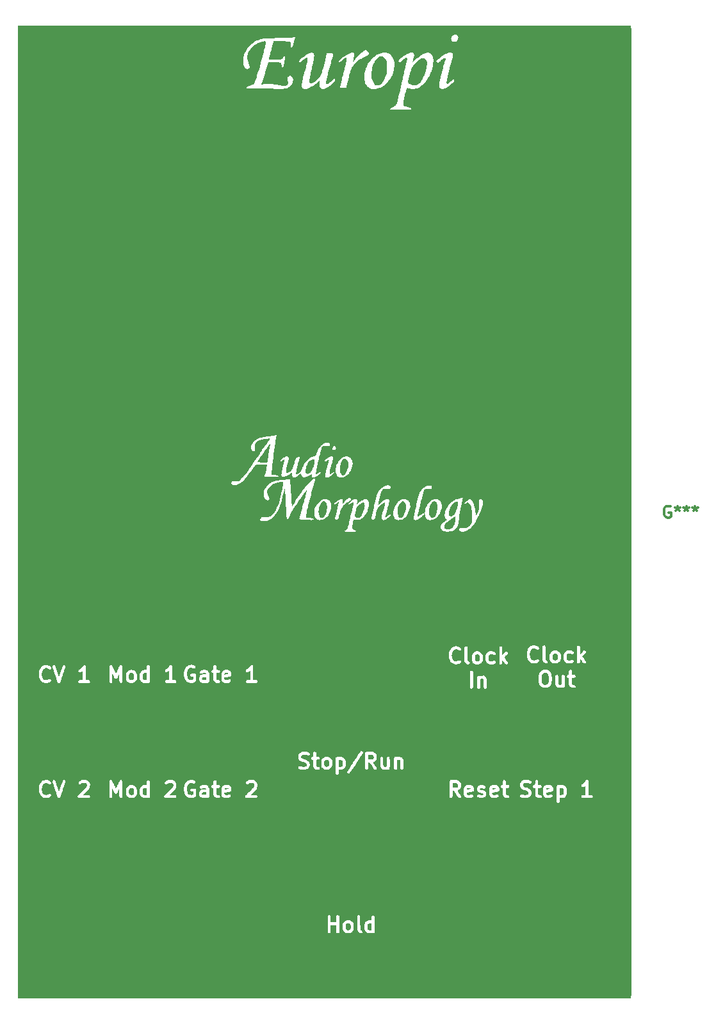
<source format=gbr>
%TF.GenerationSoftware,KiCad,Pcbnew,(5.99.0-9544-g366189b864)*%
%TF.CreationDate,2021-03-13T17:32:15+00:00*%
%TF.ProjectId,europi_main_frontpanel,6575726f-7069-45f6-9d61-696e5f66726f,0.1*%
%TF.SameCoordinates,Original*%
%TF.FileFunction,Soldermask,Top*%
%TF.FilePolarity,Negative*%
%FSLAX46Y46*%
G04 Gerber Fmt 4.6, Leading zero omitted, Abs format (unit mm)*
G04 Created by KiCad (PCBNEW (5.99.0-9544-g366189b864)) date 2021-03-13 17:32:15*
%MOMM*%
%LPD*%
G01*
G04 APERTURE LIST*
%ADD10C,0.300000*%
%ADD11C,3.600000*%
%ADD12C,3.400000*%
%ADD13C,3.900000*%
%ADD14C,6.400000*%
%ADD15C,6.900000*%
%ADD16C,7.900000*%
%ADD17C,3.100000*%
G04 APERTURE END LIST*
D10*
%TO.C,G\u002A\u002A\u002A*%
X126187428Y-95088000D02*
X126042285Y-95015428D01*
X125824571Y-95015428D01*
X125606857Y-95088000D01*
X125461714Y-95233142D01*
X125389142Y-95378285D01*
X125316571Y-95668571D01*
X125316571Y-95886285D01*
X125389142Y-96176571D01*
X125461714Y-96321714D01*
X125606857Y-96466857D01*
X125824571Y-96539428D01*
X125969714Y-96539428D01*
X126187428Y-96466857D01*
X126260000Y-96394285D01*
X126260000Y-95886285D01*
X125969714Y-95886285D01*
X127130857Y-95015428D02*
X127130857Y-95378285D01*
X126768000Y-95233142D02*
X127130857Y-95378285D01*
X127493714Y-95233142D01*
X126913142Y-95668571D02*
X127130857Y-95378285D01*
X127348571Y-95668571D01*
X128292000Y-95015428D02*
X128292000Y-95378285D01*
X127929142Y-95233142D02*
X128292000Y-95378285D01*
X128654857Y-95233142D01*
X128074285Y-95668571D02*
X128292000Y-95378285D01*
X128509714Y-95668571D01*
X129453142Y-95015428D02*
X129453142Y-95378285D01*
X129090285Y-95233142D02*
X129453142Y-95378285D01*
X129816000Y-95233142D01*
X129235428Y-95668571D02*
X129453142Y-95378285D01*
X129670857Y-95668571D01*
G36*
X110121816Y-132283394D02*
G01*
X110194548Y-132294771D01*
X110239164Y-132315917D01*
X110261366Y-132348620D01*
X110263900Y-132357958D01*
X110255808Y-132372092D01*
X110222651Y-132387400D01*
X110160259Y-132405187D01*
X110064461Y-132426757D01*
X110005000Y-132438914D01*
X109740000Y-132491912D01*
X109740000Y-132435046D01*
X109756283Y-132374863D01*
X109789090Y-132329090D01*
X109816449Y-132305290D01*
X109847034Y-132290701D01*
X109891042Y-132283111D01*
X109958673Y-132280306D01*
X110015268Y-132280000D01*
X110121816Y-132283394D01*
G37*
G36*
X111059329Y-114506523D02*
G01*
X111142394Y-114532715D01*
X111154193Y-114539290D01*
X111212852Y-114585313D01*
X111254520Y-114644891D01*
X111281404Y-114724475D01*
X111295714Y-114830517D01*
X111299670Y-114964203D01*
X111298546Y-115067298D01*
X111294557Y-115140230D01*
X111286250Y-115192809D01*
X111272172Y-115234847D01*
X111254369Y-115270000D01*
X111207031Y-115332257D01*
X111149050Y-115379840D01*
X111139698Y-115384968D01*
X111054342Y-115411958D01*
X110955349Y-115419811D01*
X110859337Y-115408727D01*
X110785806Y-115380709D01*
X110728405Y-115336167D01*
X110687302Y-115279049D01*
X110660333Y-115202899D01*
X110645334Y-115101258D01*
X110640142Y-114967669D01*
X110640074Y-114945796D01*
X110642945Y-114819019D01*
X110653246Y-114724458D01*
X110673654Y-114654612D01*
X110706843Y-114601981D01*
X110755487Y-114559064D01*
X110784817Y-114539891D01*
X110863650Y-114510139D01*
X110960785Y-114499007D01*
X111059329Y-114506523D01*
G37*
G36*
X56960000Y-118000000D02*
G01*
X56795000Y-117999968D01*
X56684890Y-117995676D01*
X56605086Y-117981967D01*
X56560301Y-117964968D01*
X56502483Y-117921796D01*
X56451973Y-117860607D01*
X56445630Y-117850000D01*
X56425435Y-117809183D01*
X56412260Y-117766252D01*
X56404651Y-117711395D01*
X56401154Y-117634801D01*
X56400329Y-117544203D01*
X56405847Y-117393779D01*
X56425077Y-117278019D01*
X56461293Y-117192973D01*
X56517768Y-117134692D01*
X56597776Y-117099226D01*
X56704589Y-117082625D01*
X56785000Y-117080074D01*
X56960000Y-117080000D01*
X56960000Y-118000000D01*
G37*
G36*
X56960000Y-133200000D02*
G01*
X56795000Y-133199968D01*
X56684890Y-133195676D01*
X56605086Y-133181967D01*
X56560301Y-133164968D01*
X56502483Y-133121796D01*
X56451973Y-133060607D01*
X56445630Y-133050000D01*
X56425435Y-133009183D01*
X56412260Y-132966252D01*
X56404651Y-132911395D01*
X56401154Y-132834801D01*
X56400329Y-132744203D01*
X56405847Y-132593779D01*
X56425077Y-132478019D01*
X56461293Y-132392973D01*
X56517768Y-132334692D01*
X56597776Y-132299226D01*
X56704589Y-132282625D01*
X56785000Y-132280074D01*
X56960000Y-132280000D01*
X56960000Y-133200000D01*
G37*
G36*
X55041118Y-117092286D02*
G01*
X55131098Y-117129693D01*
X55194727Y-117193689D01*
X55209029Y-117218122D01*
X55223939Y-117269369D01*
X55234416Y-117349969D01*
X55240449Y-117449557D01*
X55242029Y-117557766D01*
X55239148Y-117664234D01*
X55231797Y-117758593D01*
X55219966Y-117830480D01*
X55209587Y-117860796D01*
X55156773Y-117922792D01*
X55077500Y-117968191D01*
X54982682Y-117994663D01*
X54883230Y-117999875D01*
X54790057Y-117981496D01*
X54744817Y-117960108D01*
X54688924Y-117920228D01*
X54649163Y-117874723D01*
X54622977Y-117816241D01*
X54607810Y-117737433D01*
X54601105Y-117630949D01*
X54600074Y-117544006D01*
X54601908Y-117419708D01*
X54609107Y-117327435D01*
X54624086Y-117259322D01*
X54649260Y-117207505D01*
X54687042Y-117164118D01*
X54726866Y-117131033D01*
X54773310Y-117101329D01*
X54823010Y-117085792D01*
X54891557Y-117080349D01*
X54921887Y-117080074D01*
X55041118Y-117092286D01*
G37*
G36*
X120956020Y-31520000D02*
G01*
X120963010Y-31703339D01*
X120969548Y-31805717D01*
X120979955Y-31869214D01*
X120994389Y-31894776D01*
X120995000Y-31895006D01*
X120995695Y-31915142D01*
X120996382Y-31974701D01*
X120997061Y-32073105D01*
X120997731Y-32209774D01*
X120998392Y-32384132D01*
X120999045Y-32595601D01*
X120999689Y-32843602D01*
X121000324Y-33127558D01*
X121000951Y-33446891D01*
X121001569Y-33801023D01*
X121002178Y-34189376D01*
X121002778Y-34611372D01*
X121003369Y-35066434D01*
X121003952Y-35553983D01*
X121004525Y-36073442D01*
X121005090Y-36624233D01*
X121005646Y-37205777D01*
X121006193Y-37817497D01*
X121006731Y-38458815D01*
X121007260Y-39129154D01*
X121007780Y-39827935D01*
X121008291Y-40554580D01*
X121008793Y-41308511D01*
X121009286Y-42089152D01*
X121009770Y-42895923D01*
X121010244Y-43728247D01*
X121010710Y-44585545D01*
X121011166Y-45467241D01*
X121011614Y-46372756D01*
X121012052Y-47301513D01*
X121012480Y-48252932D01*
X121012900Y-49226438D01*
X121013310Y-50221451D01*
X121013711Y-51237393D01*
X121014103Y-52273688D01*
X121014485Y-53329757D01*
X121014858Y-54405021D01*
X121015221Y-55498904D01*
X121015576Y-56610827D01*
X121015920Y-57740213D01*
X121016256Y-58886483D01*
X121016581Y-60049060D01*
X121016898Y-61227366D01*
X121017204Y-62420822D01*
X121017502Y-63628852D01*
X121017789Y-64850876D01*
X121018067Y-66086318D01*
X121018336Y-67334599D01*
X121018595Y-68595142D01*
X121018844Y-69867368D01*
X121019083Y-71150700D01*
X121019313Y-72444560D01*
X121019533Y-73748370D01*
X121019744Y-75061552D01*
X121019944Y-76383528D01*
X121020135Y-77713720D01*
X121020316Y-79051550D01*
X121020487Y-80396441D01*
X121020648Y-81747815D01*
X121020799Y-83105093D01*
X121020941Y-84467699D01*
X121021072Y-85835053D01*
X121021194Y-87206578D01*
X121021306Y-88581696D01*
X121021407Y-89959830D01*
X121021499Y-91340401D01*
X121021580Y-92722831D01*
X121021652Y-94106544D01*
X121021713Y-95490959D01*
X121021765Y-96875501D01*
X121021806Y-98259591D01*
X121021837Y-99642651D01*
X121021858Y-101024103D01*
X121021868Y-102403369D01*
X121021869Y-103779872D01*
X121021859Y-105153033D01*
X121021839Y-106522275D01*
X121021808Y-107887020D01*
X121021768Y-109246690D01*
X121021716Y-110600706D01*
X121021655Y-111948492D01*
X121021583Y-113289469D01*
X121021501Y-114623059D01*
X121021409Y-115948685D01*
X121021305Y-117265768D01*
X121021192Y-118573731D01*
X121021068Y-119871996D01*
X121020933Y-121159984D01*
X121020788Y-122437119D01*
X121020633Y-123702822D01*
X121020467Y-124956515D01*
X121020290Y-126197620D01*
X121020102Y-127425560D01*
X121019904Y-128639757D01*
X121019695Y-129839632D01*
X121019476Y-131024608D01*
X121019246Y-132194107D01*
X121019005Y-133347551D01*
X121018753Y-134484362D01*
X121018491Y-135603962D01*
X121018217Y-136705774D01*
X121017933Y-137789219D01*
X121017638Y-138853720D01*
X121017332Y-139898699D01*
X121017016Y-140923577D01*
X121016688Y-141927778D01*
X121016349Y-142910722D01*
X121016000Y-143871833D01*
X121015639Y-144810532D01*
X121015268Y-145726241D01*
X121014885Y-146618383D01*
X121014491Y-147486380D01*
X121014086Y-148329653D01*
X121013671Y-149147625D01*
X121013244Y-149939718D01*
X121012805Y-150705355D01*
X121012356Y-151443956D01*
X121011896Y-152154945D01*
X121011424Y-152837743D01*
X121010941Y-153491773D01*
X121010447Y-154116456D01*
X121009941Y-154711215D01*
X121009424Y-155275473D01*
X121008896Y-155808650D01*
X121008357Y-156310169D01*
X121007806Y-156779452D01*
X121007244Y-157215922D01*
X121006670Y-157619000D01*
X121006085Y-157988109D01*
X121005488Y-158322671D01*
X121004880Y-158622107D01*
X121004260Y-158885840D01*
X121003629Y-159113292D01*
X121002987Y-159303886D01*
X121002332Y-159457042D01*
X121001666Y-159572184D01*
X121000989Y-159648734D01*
X121000300Y-159686113D01*
X121000000Y-159690000D01*
X120991070Y-159714293D01*
X120984197Y-159768731D01*
X120980416Y-159843474D01*
X120979999Y-159879710D01*
X120979999Y-160057061D01*
X120805000Y-160070265D01*
X120780392Y-160070622D01*
X120716513Y-160070980D01*
X120614094Y-160071339D01*
X120473864Y-160071698D01*
X120296553Y-160072057D01*
X120082889Y-160072417D01*
X119833603Y-160072776D01*
X119549424Y-160073136D01*
X119231082Y-160073495D01*
X118879306Y-160073854D01*
X118494826Y-160074213D01*
X118078372Y-160074570D01*
X117630673Y-160074928D01*
X117152459Y-160075284D01*
X116644460Y-160075639D01*
X116107405Y-160075993D01*
X115542023Y-160076346D01*
X114949044Y-160076697D01*
X114329198Y-160077047D01*
X113683215Y-160077395D01*
X113011824Y-160077742D01*
X112315754Y-160078086D01*
X111595736Y-160078428D01*
X110852499Y-160078768D01*
X110086772Y-160079106D01*
X109299285Y-160079441D01*
X108490768Y-160079774D01*
X107661950Y-160080104D01*
X106813561Y-160080431D01*
X105946330Y-160080755D01*
X105060988Y-160081075D01*
X104158263Y-160081393D01*
X103238886Y-160081707D01*
X102303585Y-160082017D01*
X101353091Y-160082324D01*
X100388133Y-160082627D01*
X99409441Y-160082926D01*
X98417744Y-160083220D01*
X97413772Y-160083511D01*
X96398254Y-160083797D01*
X95371921Y-160084079D01*
X94335501Y-160084356D01*
X93289725Y-160084628D01*
X92235321Y-160084895D01*
X91173020Y-160085158D01*
X90103551Y-160085415D01*
X89027644Y-160085667D01*
X87946029Y-160085913D01*
X86859434Y-160086154D01*
X85768590Y-160086389D01*
X84674226Y-160086618D01*
X83577071Y-160086841D01*
X82477856Y-160087058D01*
X81377310Y-160087269D01*
X80276163Y-160087474D01*
X79175143Y-160087672D01*
X78074982Y-160087863D01*
X76976408Y-160088047D01*
X75880150Y-160088225D01*
X74786940Y-160088395D01*
X73697505Y-160088559D01*
X72612577Y-160088715D01*
X71532883Y-160088863D01*
X70459155Y-160089004D01*
X69392121Y-160089137D01*
X68332512Y-160089262D01*
X67281056Y-160089380D01*
X66238484Y-160089489D01*
X65205524Y-160089590D01*
X64182907Y-160089682D01*
X63171363Y-160089766D01*
X62171620Y-160089842D01*
X61184409Y-160089908D01*
X60210459Y-160089966D01*
X59250499Y-160090014D01*
X58305259Y-160090053D01*
X57375470Y-160090083D01*
X56461859Y-160090104D01*
X55565158Y-160090114D01*
X54686096Y-160090116D01*
X53825401Y-160090107D01*
X52983805Y-160090088D01*
X52162036Y-160090059D01*
X51360824Y-160090020D01*
X50580898Y-160089970D01*
X49822989Y-160089910D01*
X49087826Y-160089839D01*
X48376138Y-160089757D01*
X47688655Y-160089664D01*
X47026107Y-160089561D01*
X46389223Y-160089446D01*
X45778733Y-160089319D01*
X45195367Y-160089181D01*
X44639853Y-160089032D01*
X44112922Y-160088871D01*
X43615304Y-160088698D01*
X43147727Y-160088512D01*
X42710922Y-160088315D01*
X42305618Y-160088105D01*
X41932545Y-160087883D01*
X41592432Y-160087649D01*
X41286008Y-160087401D01*
X41014005Y-160087141D01*
X40777150Y-160086868D01*
X40576174Y-160086582D01*
X40411807Y-160086282D01*
X40284777Y-160085969D01*
X40195815Y-160085643D01*
X40145650Y-160085303D01*
X40135000Y-160085116D01*
X39960000Y-160078442D01*
X39960000Y-157012056D01*
X45901407Y-157012056D01*
X45919656Y-157242779D01*
X45970952Y-157466075D01*
X46053646Y-157678742D01*
X46166091Y-157877576D01*
X46306639Y-158059377D01*
X46473643Y-158220942D01*
X46665455Y-158359070D01*
X46880428Y-158470558D01*
X47116914Y-158552205D01*
X47230000Y-158578375D01*
X47313863Y-158588213D01*
X47424270Y-158591878D01*
X47548328Y-158589873D01*
X47673141Y-158582699D01*
X47785815Y-158570858D01*
X47873454Y-158554852D01*
X47880294Y-158553056D01*
X48057466Y-158497229D01*
X48210104Y-158431469D01*
X48353545Y-158349093D01*
X48364145Y-158342200D01*
X48565194Y-158187714D01*
X48735979Y-158009402D01*
X48875255Y-157810871D01*
X48981780Y-157595723D01*
X49054309Y-157367564D01*
X49091597Y-157129999D01*
X49091987Y-157012056D01*
X111901407Y-157012056D01*
X111919656Y-157242779D01*
X111970952Y-157466075D01*
X112053646Y-157678742D01*
X112166091Y-157877576D01*
X112306639Y-158059377D01*
X112473643Y-158220942D01*
X112665455Y-158359070D01*
X112880428Y-158470558D01*
X113116914Y-158552205D01*
X113230000Y-158578375D01*
X113313863Y-158588213D01*
X113424270Y-158591878D01*
X113548328Y-158589873D01*
X113673141Y-158582699D01*
X113785815Y-158570858D01*
X113873454Y-158554852D01*
X113880294Y-158553056D01*
X114057466Y-158497229D01*
X114210104Y-158431469D01*
X114353545Y-158349093D01*
X114364145Y-158342200D01*
X114565194Y-158187714D01*
X114735979Y-158009402D01*
X114875255Y-157810871D01*
X114981780Y-157595723D01*
X115054309Y-157367564D01*
X115091597Y-157129999D01*
X115092402Y-156886632D01*
X115055478Y-156641067D01*
X115008412Y-156475333D01*
X114912107Y-156252463D01*
X114783485Y-156049458D01*
X114626373Y-155869044D01*
X114444596Y-155713947D01*
X114241981Y-155586893D01*
X114022354Y-155490608D01*
X113789540Y-155427820D01*
X113547366Y-155401253D01*
X113500000Y-155400525D01*
X113256565Y-155419965D01*
X113020831Y-155476521D01*
X112796997Y-155567546D01*
X112589263Y-155690393D01*
X112401827Y-155842414D01*
X112238890Y-156020962D01*
X112104651Y-156223390D01*
X112061412Y-156307337D01*
X111970637Y-156541132D01*
X111917851Y-156777106D01*
X111901407Y-157012056D01*
X49091987Y-157012056D01*
X49092402Y-156886632D01*
X49055478Y-156641067D01*
X49008412Y-156475333D01*
X48912107Y-156252463D01*
X48783485Y-156049458D01*
X48626373Y-155869044D01*
X48444596Y-155713947D01*
X48241981Y-155586893D01*
X48022354Y-155490608D01*
X47789540Y-155427820D01*
X47547366Y-155401253D01*
X47500000Y-155400525D01*
X47256565Y-155419965D01*
X47020831Y-155476521D01*
X46796997Y-155567546D01*
X46589263Y-155690393D01*
X46401827Y-155842414D01*
X46238890Y-156020962D01*
X46104651Y-156223390D01*
X46061412Y-156307337D01*
X45970637Y-156541132D01*
X45917851Y-156777106D01*
X45901407Y-157012056D01*
X39960000Y-157012056D01*
X39960000Y-149196923D01*
X80880000Y-149196923D01*
X80880000Y-150257520D01*
X80880324Y-150520400D01*
X80881316Y-150744809D01*
X80883009Y-150932270D01*
X80885433Y-151084305D01*
X80888619Y-151202439D01*
X80892598Y-151288194D01*
X80897401Y-151343095D01*
X80902658Y-151367848D01*
X80939445Y-151413073D01*
X80997739Y-151453256D01*
X81059546Y-151477070D01*
X81080000Y-151479469D01*
X81115948Y-151469822D01*
X81165916Y-151445570D01*
X81175498Y-151439916D01*
X81224537Y-151399759D01*
X81258151Y-151354164D01*
X81260498Y-151348688D01*
X81266242Y-151314038D01*
X81271317Y-151246032D01*
X81275457Y-151151313D01*
X81278398Y-151036523D01*
X81279876Y-150908304D01*
X81280000Y-150858698D01*
X81280000Y-150420000D01*
X82020000Y-150420000D01*
X82020000Y-151339368D01*
X82077953Y-151404229D01*
X82147730Y-151456571D01*
X82225684Y-151472721D01*
X82303281Y-151452375D01*
X82355000Y-151414102D01*
X82410000Y-151359114D01*
X82415523Y-150304962D01*
X82415726Y-150255849D01*
X82880000Y-150255849D01*
X82880195Y-150602924D01*
X82880572Y-150729975D01*
X82882096Y-150824493D01*
X82885602Y-150893942D01*
X82891926Y-150945787D01*
X82901903Y-150987493D01*
X82916367Y-151026525D01*
X82931342Y-151060000D01*
X83017944Y-151200029D01*
X83136922Y-151317595D01*
X83286338Y-151410791D01*
X83289435Y-151412302D01*
X83364784Y-151446746D01*
X83425960Y-151467082D01*
X83489523Y-151476926D01*
X83572031Y-151479893D01*
X83599435Y-151479984D01*
X83691879Y-151477987D01*
X83760895Y-151469779D01*
X83822952Y-151452005D01*
X83894519Y-151421308D01*
X83900000Y-151418735D01*
X84035579Y-151340155D01*
X84142349Y-151242651D01*
X84229398Y-151117353D01*
X84251771Y-151075499D01*
X84320000Y-150940998D01*
X84319984Y-150605499D01*
X84319741Y-150481755D01*
X84318373Y-150390273D01*
X84314899Y-150323313D01*
X84308341Y-150273138D01*
X84297718Y-150232010D01*
X84282051Y-150192189D01*
X84262311Y-150150000D01*
X84254414Y-150137618D01*
X84780000Y-150137618D01*
X84780000Y-151037222D01*
X84855000Y-151181792D01*
X84896068Y-151256985D01*
X84931561Y-151307185D01*
X84972335Y-151343868D01*
X85029248Y-151378508D01*
X85053311Y-151391389D01*
X85140441Y-151435330D01*
X85204156Y-151462056D01*
X85254833Y-151475757D01*
X85266977Y-151477679D01*
X85294894Y-151471333D01*
X85341260Y-151452731D01*
X85349206Y-151449036D01*
X85413753Y-151398853D01*
X85451332Y-151328992D01*
X85459163Y-151250723D01*
X85434463Y-151175312D01*
X85421453Y-151156389D01*
X85377912Y-151116391D01*
X85318411Y-151078804D01*
X85303751Y-151071691D01*
X85248641Y-151038022D01*
X85208678Y-150998031D01*
X85202298Y-150987057D01*
X85196008Y-150955240D01*
X85190796Y-150889133D01*
X85186637Y-150787739D01*
X85183507Y-150650058D01*
X85183020Y-150610000D01*
X85740000Y-150610000D01*
X85740179Y-150736567D01*
X85741331Y-150830470D01*
X85744374Y-150899045D01*
X85750225Y-150949627D01*
X85759803Y-150989552D01*
X85774028Y-151026156D01*
X85793817Y-151066775D01*
X85798291Y-151075570D01*
X85892301Y-151216691D01*
X86017490Y-151333901D01*
X86160000Y-151419472D01*
X86210267Y-151442906D01*
X86252186Y-151459433D01*
X86294095Y-151470147D01*
X86344331Y-151476138D01*
X86411234Y-151478498D01*
X86503141Y-151478319D01*
X86600000Y-151477086D01*
X86751451Y-151473080D01*
X86864514Y-151465724D01*
X86940670Y-151454890D01*
X86972228Y-151445430D01*
X87022799Y-151411489D01*
X87057173Y-151368216D01*
X87057228Y-151368095D01*
X87062838Y-151340965D01*
X87067592Y-151285057D01*
X87071524Y-151198765D01*
X87074667Y-151080487D01*
X87077053Y-150928617D01*
X87078715Y-150741552D01*
X87079686Y-150517688D01*
X87080000Y-150257520D01*
X87080000Y-149196923D01*
X87021538Y-149138461D01*
X86948898Y-149090501D01*
X86866456Y-149081107D01*
X86791904Y-149102771D01*
X86748470Y-149131776D01*
X86717152Y-149176923D01*
X86696373Y-149243773D01*
X86684560Y-149337888D01*
X86680137Y-149464831D01*
X86680000Y-149498022D01*
X86680000Y-149740000D01*
X86472687Y-149740000D01*
X86376812Y-149740807D01*
X86308240Y-149744942D01*
X86254278Y-149754978D01*
X86202235Y-149773487D01*
X86139420Y-149803040D01*
X86124215Y-149810618D01*
X86010271Y-149877396D01*
X85921801Y-149954664D01*
X85848089Y-150053315D01*
X85799850Y-150140295D01*
X85778354Y-150183852D01*
X85762741Y-150221379D01*
X85752071Y-150260258D01*
X85745402Y-150307873D01*
X85741795Y-150371604D01*
X85740309Y-150458836D01*
X85740002Y-150576949D01*
X85740000Y-150610000D01*
X85183020Y-150610000D01*
X85181381Y-150475090D01*
X85180233Y-150261837D01*
X85180000Y-150088065D01*
X85179819Y-149876006D01*
X85179196Y-149700325D01*
X85178011Y-149557401D01*
X85176144Y-149443616D01*
X85173473Y-149355347D01*
X85169879Y-149288975D01*
X85165241Y-149240879D01*
X85159440Y-149207438D01*
X85152353Y-149185033D01*
X85149792Y-149179599D01*
X85100520Y-149115798D01*
X85032273Y-149084705D01*
X84980000Y-149080000D01*
X84897139Y-149093707D01*
X84837496Y-149137634D01*
X84810207Y-149179599D01*
X84802884Y-149198720D01*
X84796813Y-149227540D01*
X84791883Y-149269572D01*
X84787984Y-149328326D01*
X84785003Y-149407313D01*
X84782832Y-149510046D01*
X84781358Y-149640036D01*
X84780472Y-149800793D01*
X84780063Y-149995829D01*
X84780000Y-150137618D01*
X84254414Y-150137618D01*
X84173362Y-150010537D01*
X84051648Y-149892277D01*
X83907525Y-149801653D01*
X83843699Y-149771575D01*
X83789348Y-149753203D01*
X83730437Y-149743721D01*
X83652929Y-149740309D01*
X83600385Y-149740000D01*
X83506197Y-149741515D01*
X83437632Y-149747895D01*
X83380367Y-149761890D01*
X83320080Y-149786250D01*
X83292859Y-149799057D01*
X83171792Y-149865652D01*
X83079802Y-149938319D01*
X83006163Y-150027088D01*
X82953020Y-150116890D01*
X82880000Y-150255849D01*
X82415726Y-150255849D01*
X82416581Y-150049468D01*
X82416850Y-149831835D01*
X82416296Y-149649932D01*
X82414884Y-149501629D01*
X82412580Y-149384795D01*
X82409350Y-149297298D01*
X82405160Y-149237007D01*
X82399976Y-149201791D01*
X82397706Y-149194462D01*
X82352289Y-149131965D01*
X82284856Y-149093845D01*
X82206830Y-149082530D01*
X82129635Y-149100449D01*
X82086115Y-149128230D01*
X82030000Y-149176461D01*
X82023877Y-149598230D01*
X82017754Y-150020000D01*
X81280000Y-150020000D01*
X81280000Y-149638022D01*
X81279331Y-149495452D01*
X81277059Y-149387114D01*
X81272786Y-149307260D01*
X81266114Y-149250139D01*
X81256644Y-149210004D01*
X81249036Y-149190793D01*
X81197952Y-149123886D01*
X81128542Y-149086878D01*
X81050841Y-149081458D01*
X80974884Y-149109320D01*
X80938461Y-149138461D01*
X80880000Y-149196923D01*
X39960000Y-149196923D01*
X39960000Y-143780000D01*
X81070000Y-143780000D01*
X81071485Y-143958953D01*
X81076903Y-144107781D01*
X81087690Y-144236280D01*
X81105287Y-144354247D01*
X81131133Y-144471478D01*
X81166668Y-144597770D01*
X81209984Y-144732885D01*
X81334996Y-145046090D01*
X81495245Y-145343056D01*
X81688193Y-145620695D01*
X81911303Y-145875918D01*
X82162036Y-146105638D01*
X82437853Y-146306766D01*
X82570000Y-146387423D01*
X82861347Y-146532693D01*
X83171177Y-146645341D01*
X83493449Y-146724211D01*
X83822126Y-146768145D01*
X84151168Y-146775987D01*
X84457433Y-146749121D01*
X84800154Y-146679914D01*
X85126323Y-146575296D01*
X85434003Y-146437089D01*
X85721262Y-146267116D01*
X85986164Y-146067199D01*
X86226775Y-145839159D01*
X86441161Y-145584819D01*
X86627388Y-145306001D01*
X86783520Y-145004526D01*
X86907624Y-144682218D01*
X86993752Y-144360000D01*
X87010569Y-144251773D01*
X87022637Y-144113658D01*
X87029957Y-143955479D01*
X87032528Y-143787066D01*
X87030351Y-143618244D01*
X87023425Y-143458842D01*
X87011751Y-143318687D01*
X86995329Y-143207606D01*
X86993752Y-143200000D01*
X86902139Y-142858218D01*
X86777374Y-142538434D01*
X86618558Y-142238982D01*
X86424790Y-141958196D01*
X86195169Y-141694411D01*
X86160339Y-141658973D01*
X85912272Y-141433846D01*
X85650673Y-141243718D01*
X85371620Y-141086480D01*
X85071190Y-140960018D01*
X84745460Y-140862221D01*
X84631293Y-140835780D01*
X84548009Y-140819314D01*
X84468008Y-140807461D01*
X84382064Y-140799530D01*
X84280951Y-140794833D01*
X84155443Y-140792678D01*
X84050000Y-140792314D01*
X83902323Y-140793118D01*
X83785396Y-140795990D01*
X83689993Y-140801620D01*
X83606888Y-140810697D01*
X83526854Y-140823912D01*
X83468706Y-140835780D01*
X83133729Y-140924546D01*
X82825352Y-141041277D01*
X82539651Y-141188085D01*
X82272704Y-141367082D01*
X82020588Y-141580380D01*
X81939660Y-141658973D01*
X81715253Y-141906412D01*
X81526740Y-142164100D01*
X81370219Y-142438237D01*
X81241789Y-142735021D01*
X81214188Y-142811822D01*
X81166677Y-142956009D01*
X81130532Y-143084895D01*
X81104319Y-143208107D01*
X81086604Y-143335274D01*
X81075953Y-143476025D01*
X81070933Y-143639989D01*
X81070000Y-143780000D01*
X39960000Y-143780000D01*
X39960000Y-139266498D01*
X43083259Y-139266498D01*
X43084307Y-139433705D01*
X43090822Y-139588133D01*
X43103007Y-139719276D01*
X43108868Y-139759049D01*
X43185310Y-140104169D01*
X43295948Y-140428668D01*
X43441170Y-140733304D01*
X43621366Y-141018838D01*
X43836925Y-141286030D01*
X43954832Y-141409747D01*
X44214779Y-141641962D01*
X44493321Y-141839077D01*
X44791360Y-142001561D01*
X45109798Y-142129883D01*
X45449536Y-142224511D01*
X45570000Y-142249082D01*
X45675949Y-142262720D01*
X45811654Y-142271117D01*
X45967244Y-142274496D01*
X46132849Y-142273085D01*
X46298602Y-142267108D01*
X46454631Y-142256792D01*
X46591067Y-142242363D01*
X46698041Y-142224046D01*
X46701786Y-142223185D01*
X46948631Y-142156588D01*
X47177720Y-142074192D01*
X47410000Y-141968533D01*
X47706653Y-141799136D01*
X47979237Y-141598783D01*
X48226069Y-141369669D01*
X48445464Y-141113987D01*
X48635740Y-140833931D01*
X48795212Y-140531695D01*
X48922197Y-140209473D01*
X49012718Y-139880000D01*
X49026400Y-139808950D01*
X49036454Y-139733538D01*
X49043358Y-139646202D01*
X49047588Y-139539379D01*
X49049624Y-139405506D01*
X49049718Y-139376496D01*
X53450065Y-139376496D01*
X53456359Y-139555687D01*
X53470002Y-139716705D01*
X53487301Y-139830000D01*
X53574986Y-140172940D01*
X53696953Y-140496861D01*
X53851399Y-140799993D01*
X54036517Y-141080570D01*
X54250503Y-141336823D01*
X54491552Y-141566986D01*
X54757859Y-141769292D01*
X55047618Y-141941971D01*
X55359026Y-142083258D01*
X55690277Y-142191384D01*
X55960000Y-142251339D01*
X56053108Y-142262614D01*
X56176196Y-142269756D01*
X56319758Y-142272950D01*
X56474286Y-142272377D01*
X56630274Y-142268221D01*
X56778215Y-142260665D01*
X56908602Y-142249892D01*
X57011928Y-142236084D01*
X57040000Y-142230555D01*
X57382315Y-142134984D01*
X57704803Y-142005580D01*
X58005729Y-141844114D01*
X58283360Y-141652354D01*
X58535962Y-141432070D01*
X58761803Y-141185032D01*
X58959147Y-140913007D01*
X59126263Y-140617766D01*
X59261415Y-140301078D01*
X59362871Y-139964713D01*
X59392793Y-139829274D01*
X59412641Y-139693082D01*
X59425096Y-139529019D01*
X59430252Y-139348504D01*
X59429346Y-139266498D01*
X63763259Y-139266498D01*
X63764307Y-139433705D01*
X63770822Y-139588133D01*
X63783007Y-139719276D01*
X63788868Y-139759049D01*
X63865310Y-140104169D01*
X63975948Y-140428668D01*
X64121170Y-140733304D01*
X64301366Y-141018838D01*
X64516925Y-141286030D01*
X64634832Y-141409747D01*
X64894779Y-141641962D01*
X65173321Y-141839077D01*
X65471360Y-142001561D01*
X65789798Y-142129883D01*
X66129536Y-142224511D01*
X66250000Y-142249082D01*
X66355949Y-142262720D01*
X66491654Y-142271117D01*
X66647244Y-142274496D01*
X66812849Y-142273085D01*
X66978602Y-142267108D01*
X67134631Y-142256792D01*
X67271067Y-142242363D01*
X67378041Y-142224046D01*
X67381786Y-142223185D01*
X67590331Y-142166921D01*
X72320000Y-142166921D01*
X72326297Y-142339878D01*
X72347555Y-142490187D01*
X72387322Y-142633541D01*
X72449148Y-142785628D01*
X72469975Y-142830000D01*
X72588520Y-143031645D01*
X72738595Y-143212139D01*
X72915761Y-143367835D01*
X73115579Y-143495083D01*
X73333610Y-143590235D01*
X73431257Y-143620211D01*
X73550223Y-143642904D01*
X73693557Y-143655939D01*
X73846773Y-143659156D01*
X73995382Y-143652395D01*
X74124898Y-143635497D01*
X74158722Y-143628220D01*
X74381096Y-143554280D01*
X74589836Y-143445285D01*
X74779986Y-143305230D01*
X74946593Y-143138108D01*
X75084701Y-142947910D01*
X75149114Y-142830000D01*
X75218108Y-142672888D01*
X75263771Y-142528522D01*
X75289674Y-142381222D01*
X75299387Y-142215306D01*
X75299704Y-142168722D01*
X75292754Y-141991166D01*
X75270379Y-141836929D01*
X75229502Y-141691281D01*
X75169275Y-141544305D01*
X75049350Y-141330059D01*
X74900505Y-141143338D01*
X74723412Y-140984828D01*
X74518743Y-140855216D01*
X74470000Y-140830608D01*
X74311532Y-140761327D01*
X74165745Y-140715587D01*
X74016785Y-140689772D01*
X73848799Y-140680263D01*
X73809999Y-140680000D01*
X73636062Y-140686571D01*
X73484443Y-140708698D01*
X73339285Y-140749998D01*
X73184729Y-140814090D01*
X73150000Y-140830587D01*
X72940951Y-140951546D01*
X72761223Y-141098865D01*
X72608474Y-141274824D01*
X72480365Y-141481703D01*
X72479029Y-141484265D01*
X72400069Y-141661657D01*
X72349414Y-141840612D01*
X72324166Y-142033572D01*
X72320000Y-142166921D01*
X67590331Y-142166921D01*
X67628631Y-142156588D01*
X67857720Y-142074192D01*
X68090000Y-141968533D01*
X68386653Y-141799136D01*
X68659237Y-141598783D01*
X68906069Y-141369669D01*
X69125464Y-141113987D01*
X69315740Y-140833931D01*
X69475212Y-140531695D01*
X69602197Y-140209473D01*
X69692718Y-139880000D01*
X69706400Y-139808950D01*
X69716454Y-139733538D01*
X69723358Y-139646202D01*
X69727588Y-139539379D01*
X69729624Y-139405506D01*
X69729718Y-139376496D01*
X97890065Y-139376496D01*
X97896359Y-139555687D01*
X97910002Y-139716705D01*
X97927301Y-139830000D01*
X98014986Y-140172940D01*
X98136953Y-140496861D01*
X98291399Y-140799993D01*
X98476517Y-141080570D01*
X98690503Y-141336823D01*
X98931552Y-141566986D01*
X99197859Y-141769292D01*
X99487618Y-141941971D01*
X99799026Y-142083258D01*
X100130277Y-142191384D01*
X100400000Y-142251339D01*
X100493108Y-142262614D01*
X100616196Y-142269756D01*
X100759758Y-142272950D01*
X100914286Y-142272377D01*
X101070274Y-142268221D01*
X101218215Y-142260665D01*
X101348602Y-142249892D01*
X101451928Y-142236084D01*
X101480000Y-142230555D01*
X101822315Y-142134984D01*
X102144803Y-142005580D01*
X102445729Y-141844114D01*
X102723360Y-141652354D01*
X102975962Y-141432070D01*
X103201803Y-141185032D01*
X103399147Y-140913007D01*
X103566263Y-140617766D01*
X103701415Y-140301078D01*
X103802871Y-139964713D01*
X103832793Y-139829274D01*
X103852641Y-139693082D01*
X103865096Y-139529019D01*
X103869452Y-139376496D01*
X108210065Y-139376496D01*
X108216359Y-139555687D01*
X108230002Y-139716705D01*
X108247301Y-139830000D01*
X108334986Y-140172940D01*
X108456953Y-140496861D01*
X108611399Y-140799993D01*
X108796517Y-141080570D01*
X109010503Y-141336823D01*
X109251552Y-141566986D01*
X109517859Y-141769292D01*
X109807618Y-141941971D01*
X110119026Y-142083258D01*
X110450277Y-142191384D01*
X110720000Y-142251339D01*
X110813108Y-142262614D01*
X110936196Y-142269756D01*
X111079758Y-142272950D01*
X111234286Y-142272377D01*
X111390274Y-142268221D01*
X111538215Y-142260665D01*
X111668602Y-142249892D01*
X111771928Y-142236084D01*
X111800000Y-142230555D01*
X112027923Y-142166921D01*
X116720000Y-142166921D01*
X116726297Y-142339878D01*
X116747555Y-142490187D01*
X116787322Y-142633541D01*
X116849148Y-142785628D01*
X116869975Y-142830000D01*
X116988520Y-143031645D01*
X117138595Y-143212139D01*
X117315761Y-143367835D01*
X117515579Y-143495083D01*
X117733610Y-143590235D01*
X117831257Y-143620211D01*
X117950223Y-143642904D01*
X118093557Y-143655939D01*
X118246773Y-143659156D01*
X118395382Y-143652395D01*
X118524898Y-143635497D01*
X118558722Y-143628220D01*
X118781096Y-143554280D01*
X118989836Y-143445285D01*
X119179986Y-143305230D01*
X119346593Y-143138108D01*
X119484701Y-142947910D01*
X119549114Y-142830000D01*
X119618108Y-142672888D01*
X119663771Y-142528522D01*
X119689674Y-142381222D01*
X119699387Y-142215306D01*
X119699704Y-142168722D01*
X119692754Y-141991166D01*
X119670379Y-141836929D01*
X119629502Y-141691281D01*
X119569275Y-141544305D01*
X119449350Y-141330059D01*
X119300505Y-141143338D01*
X119123412Y-140984828D01*
X118918743Y-140855216D01*
X118870000Y-140830608D01*
X118711532Y-140761327D01*
X118565745Y-140715587D01*
X118416785Y-140689772D01*
X118248799Y-140680263D01*
X118210000Y-140680000D01*
X118036062Y-140686571D01*
X117884443Y-140708698D01*
X117739285Y-140749998D01*
X117584729Y-140814090D01*
X117550000Y-140830587D01*
X117340951Y-140951546D01*
X117161223Y-141098865D01*
X117008474Y-141274824D01*
X116880365Y-141481703D01*
X116879029Y-141484265D01*
X116800069Y-141661657D01*
X116749414Y-141840612D01*
X116724166Y-142033572D01*
X116720000Y-142166921D01*
X112027923Y-142166921D01*
X112142315Y-142134984D01*
X112464803Y-142005580D01*
X112765729Y-141844114D01*
X113043360Y-141652354D01*
X113295962Y-141432070D01*
X113521803Y-141185032D01*
X113719147Y-140913007D01*
X113886263Y-140617766D01*
X114021415Y-140301078D01*
X114122871Y-139964713D01*
X114152793Y-139829274D01*
X114172641Y-139693082D01*
X114185096Y-139529019D01*
X114190252Y-139348504D01*
X114188202Y-139162959D01*
X114179043Y-138983804D01*
X114162868Y-138822460D01*
X114143501Y-138707044D01*
X114051883Y-138369479D01*
X113926464Y-138050122D01*
X113769290Y-137750946D01*
X113582406Y-137473926D01*
X113367861Y-137221035D01*
X113127701Y-136994249D01*
X112863972Y-136795540D01*
X112578721Y-136626884D01*
X112273994Y-136490254D01*
X111951839Y-136387625D01*
X111680000Y-136330851D01*
X111461922Y-136306504D01*
X111224187Y-136298954D01*
X110979151Y-136307517D01*
X110739168Y-136331511D01*
X110516594Y-136370253D01*
X110390000Y-136402178D01*
X110057352Y-136518841D01*
X109745357Y-136669371D01*
X109455388Y-136852824D01*
X109188814Y-137068256D01*
X108947008Y-137314725D01*
X108800866Y-137494981D01*
X108610361Y-137781628D01*
X108454312Y-138088325D01*
X108332559Y-138415434D01*
X108256498Y-138707044D01*
X108234336Y-138844408D01*
X108219147Y-139009405D01*
X108211025Y-139190585D01*
X108210065Y-139376496D01*
X103869452Y-139376496D01*
X103870252Y-139348504D01*
X103868202Y-139162959D01*
X103859043Y-138983804D01*
X103842868Y-138822460D01*
X103823501Y-138707044D01*
X103731883Y-138369479D01*
X103606464Y-138050122D01*
X103449290Y-137750946D01*
X103262406Y-137473926D01*
X103047861Y-137221035D01*
X102807701Y-136994249D01*
X102543972Y-136795540D01*
X102258721Y-136626884D01*
X101953994Y-136490254D01*
X101631839Y-136387625D01*
X101360000Y-136330851D01*
X101141922Y-136306504D01*
X100904187Y-136298954D01*
X100659151Y-136307517D01*
X100419168Y-136331511D01*
X100196594Y-136370253D01*
X100070000Y-136402178D01*
X99737352Y-136518841D01*
X99425357Y-136669371D01*
X99135388Y-136852824D01*
X98868814Y-137068256D01*
X98627008Y-137314725D01*
X98480866Y-137494981D01*
X98290361Y-137781628D01*
X98134312Y-138088325D01*
X98012559Y-138415434D01*
X97936498Y-138707044D01*
X97914336Y-138844408D01*
X97899147Y-139009405D01*
X97891025Y-139190585D01*
X97890065Y-139376496D01*
X69729718Y-139376496D01*
X69730000Y-139290000D01*
X69729231Y-139132354D01*
X69726606Y-139007122D01*
X69721648Y-138906742D01*
X69713878Y-138823650D01*
X69702819Y-138750286D01*
X69692718Y-138700000D01*
X69598211Y-138357821D01*
X69469629Y-138034412D01*
X69308503Y-137731702D01*
X69116365Y-137451621D01*
X68894747Y-137196100D01*
X68645181Y-136967071D01*
X68369198Y-136766462D01*
X68068331Y-136596205D01*
X67995880Y-136561592D01*
X67721407Y-136452520D01*
X67418999Y-136365390D01*
X67340000Y-136347334D01*
X67232577Y-136330302D01*
X67095218Y-136317968D01*
X66937555Y-136310335D01*
X66769217Y-136307405D01*
X66599834Y-136309179D01*
X66439037Y-136315659D01*
X66296455Y-136326846D01*
X66181720Y-136342742D01*
X66160000Y-136347127D01*
X65867579Y-136425428D01*
X65583226Y-136529530D01*
X65316967Y-136655276D01*
X65090000Y-136790935D01*
X64813705Y-137000707D01*
X64564940Y-137238528D01*
X64345380Y-137501927D01*
X64156700Y-137788431D01*
X64000576Y-138095569D01*
X63878682Y-138420869D01*
X63809685Y-138680000D01*
X63790891Y-138793262D01*
X63776754Y-138935770D01*
X63767476Y-139097017D01*
X63763259Y-139266498D01*
X59429346Y-139266498D01*
X59428202Y-139162959D01*
X59419043Y-138983804D01*
X59402868Y-138822460D01*
X59383501Y-138707044D01*
X59291883Y-138369479D01*
X59166464Y-138050122D01*
X59009290Y-137750946D01*
X58822406Y-137473926D01*
X58607861Y-137221035D01*
X58367701Y-136994249D01*
X58103972Y-136795540D01*
X57818721Y-136626884D01*
X57513994Y-136490254D01*
X57191839Y-136387625D01*
X56920000Y-136330851D01*
X56701922Y-136306504D01*
X56464187Y-136298954D01*
X56219151Y-136307517D01*
X55979168Y-136331511D01*
X55756594Y-136370253D01*
X55630000Y-136402178D01*
X55297352Y-136518841D01*
X54985357Y-136669371D01*
X54695388Y-136852824D01*
X54428814Y-137068256D01*
X54187008Y-137314725D01*
X54040866Y-137494981D01*
X53850361Y-137781628D01*
X53694312Y-138088325D01*
X53572559Y-138415434D01*
X53496498Y-138707044D01*
X53474336Y-138844408D01*
X53459147Y-139009405D01*
X53451025Y-139190585D01*
X53450065Y-139376496D01*
X49049718Y-139376496D01*
X49050000Y-139290000D01*
X49049231Y-139132354D01*
X49046606Y-139007122D01*
X49041648Y-138906742D01*
X49033878Y-138823650D01*
X49022819Y-138750286D01*
X49012718Y-138700000D01*
X48918211Y-138357821D01*
X48789629Y-138034412D01*
X48628503Y-137731702D01*
X48436365Y-137451621D01*
X48214747Y-137196100D01*
X47965181Y-136967071D01*
X47689198Y-136766462D01*
X47388331Y-136596205D01*
X47315880Y-136561592D01*
X47041407Y-136452520D01*
X46738999Y-136365390D01*
X46660000Y-136347334D01*
X46552577Y-136330302D01*
X46415218Y-136317968D01*
X46257555Y-136310335D01*
X46089217Y-136307405D01*
X45919834Y-136309179D01*
X45759037Y-136315659D01*
X45616455Y-136326846D01*
X45501720Y-136342742D01*
X45480000Y-136347127D01*
X45187579Y-136425428D01*
X44903226Y-136529530D01*
X44636967Y-136655276D01*
X44410000Y-136790935D01*
X44133705Y-137000707D01*
X43884940Y-137238528D01*
X43665380Y-137501927D01*
X43476700Y-137788431D01*
X43320576Y-138095569D01*
X43198682Y-138420869D01*
X43129685Y-138680000D01*
X43110891Y-138793262D01*
X43096754Y-138935770D01*
X43087476Y-139097017D01*
X43083259Y-139266498D01*
X39960000Y-139266498D01*
X39960000Y-135518242D01*
X80805931Y-135518242D01*
X80838427Y-135850043D01*
X80904767Y-136176460D01*
X81004399Y-136494820D01*
X81136770Y-136802450D01*
X81301327Y-137096676D01*
X81497519Y-137374825D01*
X81724791Y-137634222D01*
X81982592Y-137872195D01*
X82270369Y-138086069D01*
X82290000Y-138099008D01*
X82573521Y-138262335D01*
X82878063Y-138396839D01*
X83197371Y-138501039D01*
X83525189Y-138573454D01*
X83855263Y-138612600D01*
X84181337Y-138616997D01*
X84400524Y-138599020D01*
X84766814Y-138535634D01*
X85112050Y-138438467D01*
X85437547Y-138306902D01*
X85744618Y-138140319D01*
X86034577Y-137938100D01*
X86306777Y-137701513D01*
X86547200Y-137443766D01*
X86754324Y-137166758D01*
X86928089Y-136873366D01*
X87068434Y-136566465D01*
X87175299Y-136248930D01*
X87248623Y-135923638D01*
X87288345Y-135593462D01*
X87294405Y-135261281D01*
X87266743Y-134929968D01*
X87205297Y-134602399D01*
X87110006Y-134281451D01*
X86980811Y-133969999D01*
X86817651Y-133670918D01*
X86620465Y-133387084D01*
X86403021Y-133135699D01*
X86138283Y-132885393D01*
X85859091Y-132671835D01*
X85563471Y-132493773D01*
X85249451Y-132349953D01*
X85060000Y-132282342D01*
X84712052Y-132190485D01*
X84359649Y-132137197D01*
X84005930Y-132122286D01*
X83654035Y-132145559D01*
X83307103Y-132206826D01*
X82968274Y-132305893D01*
X82670000Y-132428558D01*
X82359810Y-132596608D01*
X82068742Y-132798064D01*
X81800685Y-133029574D01*
X81559528Y-133287786D01*
X81352636Y-133564116D01*
X81170460Y-133872070D01*
X81025444Y-134190682D01*
X80917036Y-134517279D01*
X80844683Y-134849187D01*
X80807832Y-135183733D01*
X80805931Y-135518242D01*
X39960000Y-135518242D01*
X39960000Y-132391992D01*
X42680049Y-132391992D01*
X42689866Y-132571407D01*
X42725185Y-132760491D01*
X42730956Y-132783775D01*
X42789795Y-132976269D01*
X42861853Y-133136827D01*
X42950720Y-133272335D01*
X43033771Y-133364834D01*
X43101465Y-133427049D01*
X43163038Y-133470996D01*
X43233947Y-133506031D01*
X43320413Y-133538329D01*
X43497018Y-133585791D01*
X43662480Y-133599809D01*
X43827372Y-133580527D01*
X43948989Y-133547006D01*
X44072793Y-133494950D01*
X44175001Y-133430428D01*
X44252037Y-133357623D01*
X44300327Y-133280714D01*
X44316294Y-133203883D01*
X44299489Y-133137105D01*
X44243470Y-133065498D01*
X44170661Y-133026635D01*
X44089285Y-133022044D01*
X44007565Y-133053255D01*
X43975695Y-133076905D01*
X43892362Y-133131084D01*
X43788308Y-133173527D01*
X43682528Y-133197271D01*
X43640000Y-133200000D01*
X43516467Y-133182737D01*
X43397935Y-133134922D01*
X43294774Y-133062516D01*
X43217354Y-132971478D01*
X43205046Y-132950000D01*
X43175544Y-132878414D01*
X43145621Y-132780025D01*
X43118253Y-132667888D01*
X43096417Y-132555054D01*
X43083090Y-132454577D01*
X43080400Y-132403332D01*
X43087424Y-132303382D01*
X43106751Y-132185360D01*
X43134953Y-132064277D01*
X43168601Y-131955143D01*
X43199564Y-131881734D01*
X43267593Y-131785650D01*
X43360756Y-131702924D01*
X43468297Y-131640484D01*
X43579461Y-131605263D01*
X43636804Y-131600000D01*
X43709587Y-131609978D01*
X43796957Y-131635730D01*
X43881679Y-131670984D01*
X43946517Y-131709466D01*
X43953693Y-131715329D01*
X44041279Y-131774287D01*
X44122759Y-131794031D01*
X44159219Y-131789626D01*
X44234058Y-131753122D01*
X44286713Y-131692215D01*
X44312333Y-131617091D01*
X44306071Y-131537934D01*
X44293555Y-131507429D01*
X44228113Y-131417402D01*
X44170455Y-131372068D01*
X44498734Y-131372068D01*
X44499950Y-131397677D01*
X44505936Y-131433938D01*
X44517593Y-131483885D01*
X44535822Y-131550555D01*
X44561527Y-131636983D01*
X44595609Y-131746203D01*
X44638969Y-131881252D01*
X44692511Y-132045166D01*
X44757135Y-132240978D01*
X44831198Y-132464075D01*
X44909729Y-132699940D01*
X44976959Y-132900666D01*
X45034164Y-133069089D01*
X45082617Y-133208040D01*
X45123596Y-133320355D01*
X45158375Y-133408866D01*
X45188230Y-133476408D01*
X45214435Y-133525814D01*
X45238266Y-133559917D01*
X45260999Y-133581552D01*
X45283909Y-133593551D01*
X45308270Y-133598750D01*
X45335359Y-133599980D01*
X45342430Y-133600000D01*
X45402302Y-133592116D01*
X45446314Y-133576733D01*
X45491311Y-133545131D01*
X45514323Y-133521733D01*
X45526470Y-133495232D01*
X45549421Y-133434958D01*
X45552660Y-133425967D01*
X47827025Y-133425967D01*
X47840495Y-133481196D01*
X47853989Y-133511190D01*
X47869804Y-133535577D01*
X47891939Y-133554943D01*
X47924393Y-133569871D01*
X47971165Y-133580950D01*
X48036254Y-133588763D01*
X48123659Y-133593897D01*
X48237379Y-133596936D01*
X48381413Y-133598468D01*
X48559760Y-133599077D01*
X48646314Y-133599199D01*
X48846258Y-133598810D01*
X49016686Y-133597174D01*
X49155498Y-133594350D01*
X49260595Y-133590397D01*
X49329877Y-133585371D01*
X49361107Y-133579407D01*
X49405045Y-133538291D01*
X49440822Y-133474758D01*
X49459203Y-133406375D01*
X49460000Y-133391308D01*
X49446973Y-133344885D01*
X49414458Y-133290859D01*
X49401680Y-133275315D01*
X49343360Y-133210000D01*
X48512706Y-133197648D01*
X48926020Y-132783824D01*
X49339333Y-132370000D01*
X49340582Y-132366300D01*
X51999833Y-132366300D01*
X51999989Y-132548127D01*
X52000782Y-132725942D01*
X52002213Y-132894857D01*
X52004282Y-133049983D01*
X52006991Y-133186430D01*
X52010342Y-133299309D01*
X52014336Y-133383731D01*
X52018973Y-133434808D01*
X52020800Y-133444090D01*
X52059673Y-133522851D01*
X52119958Y-133575279D01*
X52192920Y-133598367D01*
X52269818Y-133589112D01*
X52333884Y-133551759D01*
X52390000Y-133503519D01*
X52400000Y-132916759D01*
X52410000Y-132330000D01*
X52561947Y-132640000D01*
X52614788Y-132744918D01*
X52665004Y-132839377D01*
X52708736Y-132916503D01*
X52742126Y-132969427D01*
X52757942Y-132989000D01*
X52820723Y-133020485D01*
X52897319Y-133025439D01*
X52971178Y-133003364D01*
X52983968Y-132995791D01*
X53015340Y-132962546D01*
X53055963Y-132901425D01*
X53099996Y-132821593D01*
X53117106Y-132786791D01*
X53163758Y-132688934D01*
X53213753Y-132584622D01*
X53258196Y-132492400D01*
X53269050Y-132470000D01*
X53337012Y-132330000D01*
X53338506Y-132884058D01*
X53339311Y-133060824D01*
X53341119Y-133202043D01*
X53344607Y-133312168D01*
X53350451Y-133395652D01*
X53359326Y-133456947D01*
X53371910Y-133500505D01*
X53388878Y-133530780D01*
X53410906Y-133552222D01*
X53438671Y-133569286D01*
X53442900Y-133571499D01*
X53531364Y-133599123D01*
X53612815Y-133587930D01*
X53681538Y-133541538D01*
X53740000Y-133483076D01*
X53740000Y-132740000D01*
X54200031Y-132740000D01*
X54200284Y-132862689D01*
X54201712Y-132953228D01*
X54205317Y-133019469D01*
X54212104Y-133069260D01*
X54223074Y-133110452D01*
X54239232Y-133150895D01*
X54257531Y-133190000D01*
X54335222Y-133323662D01*
X54429238Y-133427911D01*
X54549065Y-133512746D01*
X54580000Y-133529886D01*
X54641597Y-133561427D01*
X54691547Y-133581599D01*
X54742172Y-133592960D01*
X54805798Y-133598069D01*
X54894748Y-133599483D01*
X54915570Y-133599545D01*
X55012090Y-133598812D01*
X55081025Y-133594562D01*
X55134773Y-133584481D01*
X55185731Y-133566254D01*
X55245570Y-133537930D01*
X55365215Y-133468358D01*
X55456416Y-133389445D01*
X55530680Y-133289819D01*
X55571829Y-133215499D01*
X55640000Y-133080998D01*
X55640000Y-132741091D01*
X55639682Y-132615470D01*
X55638149Y-132522209D01*
X55634532Y-132453673D01*
X55627959Y-132402225D01*
X55624932Y-132390000D01*
X56010000Y-132390000D01*
X56010000Y-132740000D01*
X56010201Y-132866514D01*
X56011397Y-132960268D01*
X56014471Y-133028505D01*
X56020310Y-133078463D01*
X56029796Y-133117383D01*
X56043817Y-133152507D01*
X56063256Y-133191074D01*
X56065700Y-133195718D01*
X56159537Y-133339600D01*
X56274941Y-133452548D01*
X56398816Y-133530915D01*
X56530000Y-133598534D01*
X56886765Y-133596789D01*
X57014778Y-133595927D01*
X57109121Y-133594289D01*
X57176123Y-133591142D01*
X57222114Y-133585752D01*
X57253424Y-133577386D01*
X57276382Y-133565309D01*
X57296765Y-133549263D01*
X57350000Y-133503482D01*
X57350410Y-133423010D01*
X59252019Y-133423010D01*
X59279152Y-133499681D01*
X59323907Y-133550219D01*
X59383069Y-133600000D01*
X60763076Y-133600000D01*
X60821538Y-133541538D01*
X60865674Y-133473238D01*
X60878518Y-133396356D01*
X60862183Y-133321452D01*
X60818783Y-133259090D01*
X60757623Y-133222168D01*
X60713891Y-133214211D01*
X60635907Y-133207751D01*
X60529400Y-133203071D01*
X60400099Y-133200457D01*
X60312630Y-133200000D01*
X59931228Y-133200000D01*
X60767612Y-132357437D01*
X61861427Y-132357437D01*
X61865430Y-132511965D01*
X61890801Y-132677066D01*
X61917369Y-132791442D01*
X61969564Y-132967278D01*
X62030090Y-133112126D01*
X62103542Y-133234824D01*
X62194517Y-133344210D01*
X62216376Y-133366414D01*
X62282580Y-133427695D01*
X62343222Y-133471110D01*
X62413519Y-133505868D01*
X62500413Y-133538329D01*
X62673539Y-133585266D01*
X62835558Y-133599767D01*
X62998577Y-133581966D01*
X63135250Y-133545408D01*
X63224222Y-133514064D01*
X63288058Y-133483678D01*
X63340552Y-133446019D01*
X63395499Y-133392859D01*
X63401441Y-133386605D01*
X63500000Y-133282394D01*
X63500000Y-133018655D01*
X63860000Y-133018655D01*
X63862665Y-133095225D01*
X63873522Y-133157845D01*
X63896865Y-133222751D01*
X63935000Y-133302267D01*
X63974707Y-133377228D01*
X64008666Y-133427425D01*
X64047998Y-133464361D01*
X64103825Y-133499541D01*
X64150000Y-133524664D01*
X64290000Y-133599328D01*
X64678306Y-133597728D01*
X64809613Y-133596128D01*
X64925066Y-133592672D01*
X65018436Y-133587681D01*
X65083498Y-133581477D01*
X65112342Y-133575293D01*
X65142135Y-133558826D01*
X65165909Y-133536626D01*
X65184334Y-133504355D01*
X65198077Y-133457676D01*
X65207807Y-133392249D01*
X65214194Y-133303736D01*
X65217906Y-133187799D01*
X65219611Y-133040100D01*
X65219984Y-132876977D01*
X65219968Y-132330000D01*
X65158505Y-132200000D01*
X65114457Y-132112007D01*
X65084380Y-132065349D01*
X65484823Y-132065349D01*
X65497476Y-132141885D01*
X65542664Y-132206365D01*
X65616656Y-132252523D01*
X65679251Y-132269873D01*
X65757324Y-132283063D01*
X65764504Y-132736531D01*
X65771684Y-133190000D01*
X65842462Y-133320000D01*
X65883306Y-133390064D01*
X65921570Y-133438327D01*
X65969746Y-133476994D01*
X66040325Y-133518269D01*
X66051620Y-133524367D01*
X66125116Y-133561995D01*
X66182967Y-133584306D01*
X66241486Y-133595310D01*
X66316985Y-133599022D01*
X66356538Y-133599367D01*
X66439541Y-133598778D01*
X66493651Y-133594341D01*
X66529963Y-133583204D01*
X66559571Y-133562516D01*
X66581538Y-133541538D01*
X66629363Y-133469173D01*
X66638574Y-133387398D01*
X66610607Y-133301175D01*
X66560372Y-133246175D01*
X66480019Y-133211643D01*
X66377956Y-133200000D01*
X66281551Y-133187072D01*
X66212941Y-133149286D01*
X66182205Y-133106853D01*
X66173799Y-133067201D01*
X66167214Y-132991404D01*
X66162645Y-132883286D01*
X66160288Y-132746668D01*
X66160000Y-132671505D01*
X66160000Y-132295849D01*
X66820000Y-132295849D01*
X66820000Y-133184150D01*
X66891546Y-133320304D01*
X66932368Y-133393400D01*
X66969336Y-133442579D01*
X67014912Y-133480445D01*
X67081556Y-133519600D01*
X67096546Y-133527649D01*
X67152430Y-133556835D01*
X67197516Y-133576721D01*
X67241629Y-133589112D01*
X67294589Y-133595814D01*
X67366222Y-133598632D01*
X67466349Y-133599371D01*
X67487075Y-133599420D01*
X67744150Y-133600000D01*
X67884709Y-133526138D01*
X67964359Y-133480720D01*
X68015082Y-133441558D01*
X68045582Y-133401348D01*
X68050565Y-133390853D01*
X69964907Y-133390853D01*
X69974390Y-133471794D01*
X70013787Y-133540844D01*
X70033440Y-133559133D01*
X70048942Y-133570161D01*
X70067284Y-133579005D01*
X70092752Y-133585906D01*
X70129632Y-133591104D01*
X70182210Y-133594839D01*
X70254772Y-133597352D01*
X70351605Y-133598884D01*
X70476993Y-133599675D01*
X70635224Y-133599965D01*
X70761756Y-133600000D01*
X70976607Y-133599318D01*
X71154976Y-133597288D01*
X71296120Y-133593932D01*
X71399298Y-133589272D01*
X71463769Y-133583331D01*
X71485753Y-133578295D01*
X71548537Y-133530210D01*
X71583987Y-133462242D01*
X71590703Y-133384965D01*
X71567286Y-133308948D01*
X71528130Y-133258198D01*
X71509656Y-133241999D01*
X71489601Y-133229808D01*
X71462223Y-133220951D01*
X71421781Y-133214753D01*
X71362530Y-133210541D01*
X71278731Y-133207639D01*
X71164639Y-133205373D01*
X71065232Y-133203828D01*
X70653591Y-133197656D01*
X71064279Y-132783828D01*
X71474968Y-132370000D01*
X71537484Y-132179950D01*
X71579626Y-132032049D01*
X71598998Y-131907847D01*
X71595672Y-131798208D01*
X71569720Y-131693993D01*
X71541823Y-131627093D01*
X71460058Y-131486905D01*
X71358976Y-131376903D01*
X71306068Y-131340631D01*
X96980000Y-131340631D01*
X96980000Y-132391630D01*
X96980336Y-132654543D01*
X96981363Y-132878808D01*
X96983110Y-133065768D01*
X96985602Y-133216770D01*
X96988867Y-133333158D01*
X96992934Y-133416278D01*
X96997829Y-133467475D01*
X97002340Y-133486314D01*
X97055854Y-133552194D01*
X97129080Y-133591491D01*
X97210558Y-133600378D01*
X97281107Y-133579407D01*
X97312900Y-133558026D01*
X97337183Y-133528817D01*
X97354930Y-133486591D01*
X97367111Y-133426159D01*
X97374697Y-133342330D01*
X97378660Y-133229915D01*
X97379970Y-133083726D01*
X97380000Y-133050993D01*
X97380000Y-132660000D01*
X97557691Y-132660000D01*
X97869064Y-133104413D01*
X97953269Y-133223193D01*
X98032169Y-133331849D01*
X98102291Y-133425806D01*
X98160165Y-133500489D01*
X98202319Y-133551325D01*
X98225218Y-133573704D01*
X98303989Y-133598090D01*
X98381935Y-133589968D01*
X98449956Y-133554327D01*
X98498948Y-133496157D01*
X98519811Y-133420446D01*
X98520000Y-133412114D01*
X98515875Y-133380409D01*
X98502021Y-133340461D01*
X98476217Y-133288638D01*
X98436243Y-133221307D01*
X98392718Y-133154534D01*
X98880000Y-133154534D01*
X98955000Y-133302267D01*
X98994670Y-133377181D01*
X99028558Y-133427311D01*
X99067771Y-133464132D01*
X99123416Y-133499117D01*
X99170000Y-133524367D01*
X99229693Y-133555444D01*
X99277094Y-133576394D01*
X99322593Y-133589238D01*
X99376582Y-133595999D01*
X99449452Y-133598698D01*
X99551595Y-133599357D01*
X99555499Y-133599367D01*
X99659285Y-133599207D01*
X99733531Y-133596847D01*
X99788696Y-133590407D01*
X99835240Y-133578011D01*
X99883621Y-133557779D01*
X99939019Y-133530493D01*
X100010240Y-133490920D01*
X100069930Y-133451086D01*
X100106329Y-133418931D01*
X100108519Y-133416043D01*
X100137672Y-133343879D01*
X100133818Y-133268876D01*
X100102007Y-133200509D01*
X100047291Y-133148256D01*
X99974720Y-133121593D01*
X99950741Y-133120000D01*
X99885249Y-133129549D01*
X99814412Y-133153186D01*
X99800000Y-133160000D01*
X99732377Y-133185391D01*
X99648833Y-133197652D01*
X99575796Y-133199726D01*
X99473837Y-133197430D01*
X99403658Y-133189348D01*
X99357177Y-133173019D01*
X99326310Y-133145976D01*
X99309199Y-133118451D01*
X99295737Y-133078573D01*
X99285227Y-133023691D01*
X99279037Y-132966932D01*
X99278535Y-132921418D01*
X99285090Y-132900276D01*
X99286413Y-132900000D01*
X99309549Y-132896144D01*
X99364714Y-132885549D01*
X99444782Y-132869675D01*
X99542632Y-132849980D01*
X99651139Y-132827924D01*
X99763182Y-132804965D01*
X99871635Y-132782562D01*
X99969377Y-132762175D01*
X100049283Y-132745262D01*
X100104231Y-132733283D01*
X100126379Y-132727951D01*
X100177726Y-132691507D01*
X100215054Y-132622329D01*
X100236080Y-132525928D01*
X100239925Y-132454429D01*
X100238364Y-132419462D01*
X100600469Y-132419462D01*
X100621816Y-132527844D01*
X100675149Y-132649089D01*
X100675632Y-132650000D01*
X100715386Y-132721459D01*
X100750078Y-132769609D01*
X100791303Y-132805742D01*
X100850654Y-132841148D01*
X100896388Y-132865000D01*
X100976346Y-132903811D01*
X101038957Y-132926474D01*
X101101253Y-132937281D01*
X101180268Y-132940527D01*
X101196388Y-132940636D01*
X101290725Y-132944238D01*
X101354791Y-132956446D01*
X101397986Y-132980762D01*
X101429711Y-133020685D01*
X101434699Y-133029382D01*
X101442032Y-133078574D01*
X101424065Y-133133585D01*
X101388033Y-133176965D01*
X101369103Y-133187576D01*
X101310221Y-133199006D01*
X101226422Y-133201844D01*
X101131645Y-133197005D01*
X101039829Y-133185405D01*
X100964909Y-133167960D01*
X100942815Y-133159560D01*
X100840993Y-133127648D01*
X100751138Y-133127040D01*
X100678448Y-133156029D01*
X100628120Y-133212910D01*
X100608837Y-133269165D01*
X100605960Y-133340829D01*
X100629619Y-133401893D01*
X100683860Y-133458059D01*
X100772733Y-133515029D01*
X100790000Y-133524367D01*
X100930000Y-133598735D01*
X101430000Y-133598735D01*
X101570000Y-133524367D01*
X101643486Y-133483212D01*
X101692959Y-133446749D01*
X101730652Y-133402748D01*
X101768794Y-133338978D01*
X101784367Y-133310000D01*
X101834640Y-133201760D01*
X101857982Y-133108970D01*
X101854410Y-133019531D01*
X101823940Y-132921342D01*
X101785000Y-132837732D01*
X101745329Y-132762818D01*
X101711441Y-132712688D01*
X101672228Y-132675867D01*
X101616583Y-132640882D01*
X101570000Y-132615632D01*
X101491367Y-132576299D01*
X101429325Y-132553726D01*
X101366613Y-132543356D01*
X101285975Y-132540632D01*
X101285941Y-132540632D01*
X101176962Y-132535112D01*
X101100511Y-132518150D01*
X101050180Y-132487462D01*
X101022113Y-132446651D01*
X101012817Y-132384517D01*
X101040424Y-132329721D01*
X101079143Y-132300458D01*
X101139564Y-132283594D01*
X101222005Y-132279779D01*
X101310990Y-132288126D01*
X101391046Y-132307747D01*
X101420000Y-132320000D01*
X101517539Y-132354048D01*
X101605296Y-132355024D01*
X101677698Y-132325102D01*
X101695015Y-132305374D01*
X102220000Y-132305374D01*
X102220000Y-133160998D01*
X102287793Y-133295499D01*
X102333886Y-133381550D01*
X102375471Y-133440959D01*
X102423032Y-133484169D01*
X102487053Y-133521622D01*
X102540000Y-133546708D01*
X102592103Y-133568429D01*
X102641692Y-133582950D01*
X102699031Y-133591763D01*
X102774381Y-133596360D01*
X102878007Y-133598231D01*
X102895499Y-133598361D01*
X102999043Y-133598657D01*
X103073050Y-133596672D01*
X103127977Y-133590539D01*
X103174285Y-133578386D01*
X103222432Y-133558346D01*
X103281082Y-133529454D01*
X103363683Y-133483709D01*
X103416804Y-133442783D01*
X103449179Y-133399681D01*
X103453281Y-133391565D01*
X103474467Y-133308122D01*
X103455987Y-133229815D01*
X103410095Y-133168277D01*
X103345097Y-133130061D01*
X103261111Y-133120413D01*
X103167417Y-133139598D01*
X103120000Y-133160000D01*
X103060843Y-133183187D01*
X102989243Y-133195795D01*
X102892343Y-133199964D01*
X102879887Y-133200000D01*
X102796909Y-133198753D01*
X102742928Y-133193309D01*
X102706975Y-133181114D01*
X102678080Y-133159613D01*
X102669090Y-133150909D01*
X102637186Y-133109132D01*
X102622706Y-133057567D01*
X102620000Y-133000909D01*
X102621144Y-132943546D01*
X102624074Y-132906990D01*
X102626413Y-132900000D01*
X102656930Y-132895811D01*
X102718951Y-132884319D01*
X102805013Y-132867133D01*
X102907654Y-132845865D01*
X103019411Y-132822123D01*
X103132821Y-132797519D01*
X103240422Y-132773663D01*
X103334752Y-132752164D01*
X103408348Y-132734634D01*
X103453747Y-132722681D01*
X103463274Y-132719425D01*
X103514281Y-132683922D01*
X103547319Y-132628579D01*
X103564818Y-132547028D01*
X103569276Y-132441858D01*
X103566255Y-132353584D01*
X103555308Y-132286643D01*
X103532104Y-132222529D01*
X103504899Y-132166806D01*
X103450534Y-132076618D01*
X103440136Y-132065400D01*
X103744750Y-132065400D01*
X103757382Y-132141855D01*
X103802655Y-132206250D01*
X103876889Y-132252449D01*
X103940588Y-132270099D01*
X104020000Y-132283515D01*
X104020000Y-133132115D01*
X104098872Y-133295213D01*
X104137763Y-133373492D01*
X104169060Y-133425649D01*
X104202100Y-133461804D01*
X104246222Y-133492073D01*
X104310763Y-133526576D01*
X104313872Y-133528172D01*
X104387935Y-133564000D01*
X104447868Y-133585110D01*
X104510356Y-133595407D01*
X104592081Y-133598796D01*
X104616538Y-133599016D01*
X104699501Y-133598612D01*
X104753566Y-133594316D01*
X104789820Y-133583297D01*
X104819350Y-133562722D01*
X104841538Y-133541538D01*
X104889363Y-133469173D01*
X104898574Y-133387398D01*
X104870607Y-133301175D01*
X104820372Y-133246175D01*
X104740019Y-133211643D01*
X104637956Y-133200000D01*
X104541551Y-133187072D01*
X104472941Y-133149286D01*
X104442205Y-133106853D01*
X104433799Y-133067201D01*
X104427214Y-132991404D01*
X104422645Y-132883286D01*
X104420288Y-132746668D01*
X104420000Y-132671505D01*
X104420000Y-132284892D01*
X104602796Y-132276153D01*
X104689988Y-132271264D01*
X104747400Y-132264622D01*
X104785226Y-132253136D01*
X104813662Y-132233714D01*
X104842796Y-132203391D01*
X104889961Y-132126093D01*
X104898790Y-132046137D01*
X104869092Y-131968919D01*
X104851804Y-131946115D01*
X104826177Y-131919493D01*
X104798151Y-131902227D01*
X104758015Y-131891585D01*
X104696059Y-131884835D01*
X104616804Y-131880000D01*
X104588690Y-131878495D01*
X106300000Y-131878495D01*
X106302163Y-131968800D01*
X106310955Y-132035623D01*
X106329828Y-132095357D01*
X106358783Y-132157590D01*
X106398865Y-132230435D01*
X106441601Y-132298143D01*
X106469217Y-132335423D01*
X106541405Y-132399986D01*
X106645514Y-132463700D01*
X106773583Y-132522610D01*
X106917655Y-132572759D01*
X106983042Y-132590771D01*
X107120859Y-132629043D01*
X107224629Y-132666267D01*
X107300114Y-132705266D01*
X107353078Y-132748864D01*
X107381199Y-132785806D01*
X107421561Y-132863076D01*
X107434123Y-132927381D01*
X107420161Y-132993224D01*
X107402953Y-133032659D01*
X107363898Y-133099651D01*
X107317629Y-133146600D01*
X107256668Y-133176744D01*
X107173536Y-133193323D01*
X107060756Y-133199576D01*
X107016781Y-133199925D01*
X106887177Y-133196647D01*
X106784049Y-133185697D01*
X106694349Y-133165552D01*
X106676781Y-133160258D01*
X106563098Y-133130117D01*
X106476657Y-133121121D01*
X106410585Y-133133534D01*
X106358005Y-133167620D01*
X106352727Y-133172727D01*
X106314702Y-133224021D01*
X106300687Y-133286231D01*
X106300000Y-133310628D01*
X106308314Y-133375635D01*
X106336792Y-133427940D01*
X106390730Y-133472399D01*
X106475429Y-133513870D01*
X106553335Y-133542854D01*
X106619649Y-133564470D01*
X106678425Y-133579525D01*
X106739609Y-133589241D01*
X106813145Y-133594840D01*
X106908980Y-133597545D01*
X107005499Y-133598432D01*
X107300998Y-133600000D01*
X107435499Y-133531771D01*
X107570301Y-133448663D01*
X107674792Y-133348414D01*
X107757841Y-133221934D01*
X107778735Y-133180000D01*
X107828480Y-133042263D01*
X107841680Y-132912039D01*
X107818336Y-132780592D01*
X107778765Y-132680000D01*
X107706638Y-132552739D01*
X107618504Y-132448362D01*
X107509054Y-132363089D01*
X107372977Y-132293140D01*
X107204964Y-132234736D01*
X107121700Y-132212261D01*
X106996737Y-132178226D01*
X106904017Y-132145890D01*
X106836156Y-132111501D01*
X106785770Y-132071310D01*
X106785361Y-132070805D01*
X108008417Y-132070805D01*
X108020862Y-132130334D01*
X108027321Y-132146675D01*
X108060422Y-132204707D01*
X108107658Y-132241801D01*
X108179738Y-132265011D01*
X108217495Y-132271919D01*
X108300000Y-132285112D01*
X108300000Y-133180998D01*
X108368567Y-133317155D01*
X108407055Y-133389289D01*
X108441852Y-133437706D01*
X108485057Y-133474740D01*
X108548774Y-133512722D01*
X108573567Y-133526076D01*
X108646420Y-133562984D01*
X108704265Y-133584832D01*
X108763401Y-133595565D01*
X108840125Y-133599128D01*
X108876538Y-133599420D01*
X108959547Y-133598803D01*
X109013663Y-133594344D01*
X109049984Y-133583190D01*
X109079604Y-133562486D01*
X109101538Y-133541538D01*
X109145789Y-133482429D01*
X109159927Y-133417043D01*
X109160000Y-133410834D01*
X109143653Y-133322060D01*
X109095414Y-133256712D01*
X109016486Y-133215749D01*
X108908072Y-133200130D01*
X108895700Y-133200000D01*
X108812048Y-133189382D01*
X108745384Y-133160728D01*
X108715306Y-133132005D01*
X108710865Y-133106137D01*
X108706933Y-133046593D01*
X108703728Y-132959694D01*
X108701468Y-132851763D01*
X108700372Y-132729123D01*
X108700306Y-132697508D01*
X108700015Y-132305374D01*
X109340000Y-132305374D01*
X109340000Y-133160998D01*
X109407793Y-133295499D01*
X109453921Y-133381631D01*
X109495570Y-133441225D01*
X109543255Y-133484826D01*
X109607496Y-133522980D01*
X109660065Y-133548438D01*
X109710952Y-133570384D01*
X109758289Y-133585031D01*
X109812179Y-133593833D01*
X109882727Y-133598244D01*
X109980037Y-133599717D01*
X110017075Y-133599804D01*
X110120692Y-133599534D01*
X110194636Y-133597228D01*
X110249234Y-133590928D01*
X110294813Y-133578677D01*
X110341699Y-133558519D01*
X110400220Y-133528497D01*
X110404083Y-133526467D01*
X110507469Y-133460018D01*
X110572302Y-133390138D01*
X110598225Y-133317846D01*
X110584879Y-133244160D01*
X110531905Y-133170100D01*
X110530095Y-133168277D01*
X110465097Y-133130061D01*
X110381111Y-133120413D01*
X110287417Y-133139598D01*
X110240000Y-133160000D01*
X110180843Y-133183187D01*
X110109243Y-133195795D01*
X110012343Y-133199964D01*
X109999887Y-133200000D01*
X109916909Y-133198753D01*
X109862928Y-133193309D01*
X109826975Y-133181114D01*
X109798080Y-133159613D01*
X109789090Y-133150909D01*
X109757186Y-133109132D01*
X109742706Y-133057567D01*
X109740000Y-133000909D01*
X109741144Y-132943546D01*
X109744074Y-132906990D01*
X109746413Y-132900000D01*
X109775532Y-132895915D01*
X109835842Y-132884707D01*
X109915779Y-132868788D01*
X111139686Y-132868788D01*
X111140020Y-133048127D01*
X111140837Y-133228363D01*
X111142119Y-133404684D01*
X111143847Y-133572277D01*
X111146002Y-133726330D01*
X111148566Y-133862031D01*
X111151521Y-133974566D01*
X111154847Y-134059123D01*
X111158526Y-134110890D01*
X111160483Y-134122943D01*
X111199476Y-134201242D01*
X111261244Y-134249130D01*
X111340310Y-134264506D01*
X111431191Y-134245272D01*
X111453939Y-134235374D01*
X111481627Y-134219058D01*
X111501796Y-134196388D01*
X111515989Y-134160959D01*
X111525748Y-134106365D01*
X111532615Y-134026200D01*
X111538133Y-133914058D01*
X111539492Y-133880000D01*
X111550000Y-133610000D01*
X111780000Y-133600000D01*
X111885277Y-133594357D01*
X111961272Y-133586778D01*
X112018703Y-133575181D01*
X112068288Y-133557482D01*
X112114261Y-133535037D01*
X112234373Y-133460896D01*
X112325904Y-133376483D01*
X112327810Y-133373760D01*
X114393604Y-133373760D01*
X114398272Y-133454358D01*
X114440256Y-133526694D01*
X114456315Y-133542534D01*
X114520631Y-133600000D01*
X115803076Y-133600000D01*
X115861538Y-133541538D01*
X115905633Y-133482794D01*
X115919896Y-133417725D01*
X115920000Y-133410223D01*
X115911786Y-133332819D01*
X115884277Y-133275777D01*
X115833168Y-133236572D01*
X115754154Y-133212680D01*
X115642931Y-133201575D01*
X115561563Y-133200000D01*
X115361140Y-133200000D01*
X115350000Y-131320880D01*
X115295000Y-131265894D01*
X115237478Y-131224023D01*
X115168820Y-131210981D01*
X115161597Y-131210909D01*
X115111156Y-131215497D01*
X115067163Y-131232797D01*
X115023276Y-131268106D01*
X114973156Y-131326726D01*
X114910460Y-131413954D01*
X114899466Y-131430000D01*
X114812414Y-131546066D01*
X114723593Y-131643664D01*
X114639135Y-131716729D01*
X114567349Y-131758358D01*
X114510932Y-131789939D01*
X114454937Y-131835094D01*
X114448349Y-131841722D01*
X114404191Y-131912913D01*
X114393747Y-131990659D01*
X114414199Y-132065222D01*
X114462733Y-132126862D01*
X114536531Y-132165838D01*
X114542536Y-132167457D01*
X114583233Y-132173914D01*
X114624560Y-132168907D01*
X114677826Y-132149523D01*
X114754131Y-132112955D01*
X114822859Y-132076673D01*
X114877065Y-132044944D01*
X114907138Y-132023479D01*
X114909692Y-132020497D01*
X114923483Y-132003424D01*
X114934588Y-132003550D01*
X114943277Y-132023995D01*
X114949822Y-132067878D01*
X114954492Y-132138317D01*
X114957558Y-132238431D01*
X114959292Y-132371339D01*
X114959964Y-132540159D01*
X114960000Y-132600000D01*
X114960000Y-133200000D01*
X114761301Y-133200000D01*
X114644955Y-133202251D01*
X114560927Y-133210379D01*
X114501721Y-133226438D01*
X114459839Y-133252486D01*
X114427783Y-133290581D01*
X114427045Y-133291701D01*
X114393604Y-133373760D01*
X112327810Y-133373760D01*
X112400253Y-133270251D01*
X112429381Y-133215784D01*
X112500000Y-133074625D01*
X112499984Y-132742312D01*
X112499725Y-132619111D01*
X112498302Y-132528074D01*
X112494723Y-132461366D01*
X112487995Y-132411153D01*
X112477126Y-132369600D01*
X112461125Y-132328871D01*
X112442538Y-132288604D01*
X112369409Y-132159211D01*
X112283351Y-132059684D01*
X112174793Y-131980033D01*
X112116561Y-131948268D01*
X111979759Y-131879376D01*
X111620815Y-131881479D01*
X111492795Y-131882407D01*
X111398565Y-131883981D01*
X111331915Y-131886973D01*
X111286637Y-131892153D01*
X111256520Y-131900294D01*
X111235356Y-131912165D01*
X111216933Y-131928539D01*
X111213378Y-131932075D01*
X111174940Y-131985576D01*
X111152443Y-132042784D01*
X111148873Y-132081093D01*
X111145917Y-132153987D01*
X111143555Y-132256653D01*
X111141770Y-132384279D01*
X111140543Y-132532051D01*
X111139854Y-132695159D01*
X111139686Y-132868788D01*
X109915779Y-132868788D01*
X109920027Y-132867942D01*
X110020771Y-132847184D01*
X110130759Y-132824001D01*
X110242673Y-132799959D01*
X110349199Y-132776623D01*
X110443020Y-132755561D01*
X110516820Y-132738337D01*
X110563283Y-132726519D01*
X110575167Y-132722586D01*
X110637074Y-132674511D01*
X110675173Y-132605502D01*
X110693893Y-132507504D01*
X110693986Y-132506477D01*
X110694537Y-132386988D01*
X110670721Y-132276584D01*
X110618997Y-132161387D01*
X110595554Y-132120544D01*
X110549778Y-132053046D01*
X110500013Y-132004184D01*
X110431588Y-131960607D01*
X110403252Y-131945544D01*
X110349874Y-131918723D01*
X110305656Y-131900441D01*
X110260938Y-131889064D01*
X110206059Y-131882955D01*
X110131360Y-131880479D01*
X110027180Y-131880001D01*
X110016177Y-131880000D01*
X109755849Y-131880000D01*
X109618120Y-131952374D01*
X109546298Y-131992051D01*
X109498510Y-132026886D01*
X109462950Y-132068952D01*
X109427813Y-132130327D01*
X109410195Y-132165061D01*
X109340000Y-132305374D01*
X108700015Y-132305374D01*
X108700000Y-132285016D01*
X108873047Y-132275933D01*
X108957813Y-132270610D01*
X109013276Y-132263198D01*
X109050108Y-132250318D01*
X109078987Y-132228588D01*
X109103047Y-132203109D01*
X109150996Y-132125786D01*
X109159952Y-132047518D01*
X109129936Y-131972377D01*
X109101538Y-131938461D01*
X109070588Y-131909995D01*
X109040428Y-131892670D01*
X109000228Y-131883734D01*
X108939157Y-131880433D01*
X108871538Y-131880000D01*
X108700000Y-131880000D01*
X108698871Y-131645000D01*
X108695848Y-131511395D01*
X108687034Y-131411334D01*
X108670607Y-131338559D01*
X108644751Y-131286811D01*
X108607644Y-131249834D01*
X108578800Y-131231905D01*
X108498902Y-131205647D01*
X108423210Y-131217415D01*
X108357528Y-131257915D01*
X108338769Y-131275208D01*
X108325376Y-131296396D01*
X108316117Y-131328437D01*
X108309762Y-131378290D01*
X108305080Y-131452915D01*
X108300840Y-131559270D01*
X108300000Y-131583169D01*
X108290000Y-131870000D01*
X108197269Y-131880667D01*
X108116044Y-131897243D01*
X108063580Y-131929260D01*
X108029411Y-131984350D01*
X108020038Y-132009884D01*
X108008417Y-132070805D01*
X106785361Y-132070805D01*
X106745475Y-132021565D01*
X106745067Y-132020961D01*
X106707531Y-131932617D01*
X106705609Y-131839587D01*
X106737110Y-131750249D01*
X106799840Y-131672977D01*
X106844817Y-131639891D01*
X106914561Y-131613889D01*
X107012261Y-131599611D01*
X107127680Y-131596890D01*
X107250582Y-131605557D01*
X107370731Y-131625444D01*
X107460000Y-131650000D01*
X107556939Y-131680703D01*
X107626575Y-131695321D01*
X107678314Y-131693656D01*
X107721562Y-131675511D01*
X107762411Y-131643671D01*
X107805585Y-131596411D01*
X107823143Y-131545936D01*
X107825454Y-131502863D01*
X107818026Y-131437753D01*
X107792240Y-131385656D01*
X107742840Y-131342000D01*
X107664572Y-131302213D01*
X107552182Y-131261722D01*
X107546035Y-131259745D01*
X107462456Y-131234249D01*
X107392437Y-131217189D01*
X107323597Y-131206911D01*
X107243553Y-131201759D01*
X107139920Y-131200076D01*
X107099261Y-131200000D01*
X106992179Y-131200359D01*
X106915232Y-131202577D01*
X106858558Y-131208361D01*
X106812293Y-131219421D01*
X106766571Y-131237463D01*
X106711531Y-131264197D01*
X106702578Y-131268701D01*
X106595489Y-131326969D01*
X106516427Y-131382722D01*
X106455260Y-131445442D01*
X106401855Y-131524612D01*
X106372766Y-131577374D01*
X106335375Y-131652400D01*
X106313535Y-131711689D01*
X106303144Y-131772223D01*
X106300096Y-131850984D01*
X106300000Y-131878495D01*
X104588690Y-131878495D01*
X104430000Y-131870000D01*
X104420000Y-131583169D01*
X104415706Y-131470128D01*
X104411200Y-131390115D01*
X104405250Y-131336171D01*
X104396626Y-131301337D01*
X104384097Y-131278654D01*
X104366431Y-131261163D01*
X104362471Y-131257915D01*
X104285535Y-131213221D01*
X104209605Y-131207166D01*
X104141199Y-131231905D01*
X104096361Y-131262960D01*
X104063879Y-131304979D01*
X104041933Y-131364219D01*
X104028706Y-131446938D01*
X104022377Y-131559394D01*
X104021128Y-131645000D01*
X104020000Y-131880000D01*
X103948685Y-131880000D01*
X103864981Y-131891238D01*
X103805727Y-131928700D01*
X103768436Y-131983022D01*
X103744750Y-132065400D01*
X103440136Y-132065400D01*
X103388416Y-132009601D01*
X103306576Y-131954755D01*
X103236452Y-131920111D01*
X103191620Y-131902951D01*
X103140736Y-131891440D01*
X103074817Y-131884541D01*
X102984881Y-131881216D01*
X102892924Y-131880439D01*
X102787078Y-131880561D01*
X102711339Y-131882556D01*
X102655813Y-131888224D01*
X102610609Y-131899369D01*
X102565833Y-131917794D01*
X102511592Y-131945300D01*
X102498120Y-131952374D01*
X102426298Y-131992051D01*
X102378510Y-132026886D01*
X102342950Y-132068952D01*
X102307813Y-132130327D01*
X102290195Y-132165061D01*
X102220000Y-132305374D01*
X101695015Y-132305374D01*
X101729177Y-132266457D01*
X101753140Y-132189968D01*
X101750601Y-132117391D01*
X101719430Y-132054423D01*
X101655906Y-131996270D01*
X101558538Y-131939262D01*
X101501758Y-131912253D01*
X101452598Y-131894957D01*
X101399219Y-131885240D01*
X101329785Y-131880966D01*
X101232456Y-131880000D01*
X101230000Y-131880000D01*
X101131783Y-131880938D01*
X101061799Y-131885147D01*
X101008300Y-131894721D01*
X100959536Y-131911753D01*
X100904429Y-131937995D01*
X100811126Y-131991588D01*
X100744192Y-132048777D01*
X100691294Y-132122338D01*
X100651519Y-132200000D01*
X100610554Y-132313622D01*
X100600469Y-132419462D01*
X100238364Y-132419462D01*
X100235985Y-132366199D01*
X100220579Y-132294091D01*
X100188504Y-132216336D01*
X100177754Y-132194429D01*
X100132175Y-132107957D01*
X100092171Y-132048040D01*
X100047950Y-132004303D01*
X99989720Y-131966371D01*
X99935570Y-131937813D01*
X99886249Y-131914018D01*
X99843149Y-131897835D01*
X99796778Y-131887803D01*
X99737647Y-131882461D01*
X99656264Y-131880348D01*
X99560000Y-131880000D01*
X99451545Y-131880492D01*
X99373596Y-131882942D01*
X99316663Y-131888812D01*
X99271256Y-131899562D01*
X99227883Y-131916654D01*
X99184429Y-131937813D01*
X99108961Y-131978807D01*
X99055102Y-132018331D01*
X99013141Y-132066866D01*
X98973367Y-132134894D01*
X98941494Y-132200000D01*
X98880031Y-132330000D01*
X98880015Y-132742267D01*
X98880000Y-133154534D01*
X98392718Y-133154534D01*
X98379879Y-133134837D01*
X98304903Y-133025593D01*
X98209095Y-132889945D01*
X98152163Y-132810355D01*
X98103950Y-132741794D01*
X98066120Y-132685400D01*
X98043808Y-132648968D01*
X98040000Y-132640053D01*
X98056582Y-132624390D01*
X98098619Y-132600632D01*
X98125000Y-132588177D01*
X98243973Y-132515018D01*
X98351337Y-132409636D01*
X98439646Y-132279589D01*
X98451924Y-132256177D01*
X98484266Y-132188851D01*
X98504357Y-132134243D01*
X98515083Y-132078531D01*
X98519329Y-132007889D01*
X98520000Y-131930000D01*
X98518907Y-131837182D01*
X98513707Y-131770581D01*
X98501513Y-131716430D01*
X98479441Y-131660963D01*
X98451771Y-131604500D01*
X98369294Y-131470420D01*
X98270065Y-131366577D01*
X98144733Y-131283902D01*
X98096644Y-131259994D01*
X97963289Y-131197769D01*
X97529966Y-131203884D01*
X97096642Y-131210000D01*
X97038321Y-131275315D01*
X96980000Y-131340631D01*
X71306068Y-131340631D01*
X71230652Y-131288929D01*
X71195346Y-131270399D01*
X71138009Y-131242263D01*
X71091727Y-131222844D01*
X71047006Y-131210526D01*
X70994349Y-131203693D01*
X70924262Y-131200728D01*
X70827249Y-131200016D01*
X70781748Y-131200000D01*
X70671631Y-131200341D01*
X70591949Y-131202404D01*
X70533135Y-131207740D01*
X70485626Y-131217907D01*
X70439855Y-131234457D01*
X70386258Y-131258945D01*
X70369435Y-131267009D01*
X70249244Y-131335983D01*
X70156609Y-131412337D01*
X70093615Y-131492363D01*
X70062344Y-131572354D01*
X70064882Y-131648601D01*
X70103313Y-131717395D01*
X70111458Y-131726003D01*
X70186458Y-131776301D01*
X70268481Y-131790171D01*
X70349044Y-131768058D01*
X70419663Y-131710404D01*
X70420118Y-131709856D01*
X70484646Y-131655600D01*
X70574620Y-131620326D01*
X70694464Y-131602685D01*
X70780000Y-131600000D01*
X70911257Y-131606371D01*
X71010561Y-131627234D01*
X71084155Y-131665210D01*
X71138283Y-131722923D01*
X71159730Y-131759472D01*
X71187406Y-131823023D01*
X71197635Y-131880014D01*
X71190740Y-131944624D01*
X71167041Y-132031032D01*
X71165962Y-132034464D01*
X71155670Y-132063531D01*
X71141929Y-132092566D01*
X71121948Y-132124702D01*
X71092937Y-132163069D01*
X71052108Y-132210797D01*
X70996669Y-132271017D01*
X70923833Y-132346860D01*
X70830808Y-132441457D01*
X70714806Y-132557939D01*
X70576602Y-132695881D01*
X70452314Y-132820469D01*
X70336011Y-132938435D01*
X70230998Y-133046323D01*
X70140582Y-133140676D01*
X70068069Y-133218039D01*
X70016765Y-133274953D01*
X69989976Y-133307964D01*
X69987814Y-133311460D01*
X69964907Y-133390853D01*
X68050565Y-133390853D01*
X68053618Y-133384423D01*
X68068554Y-133304659D01*
X68052576Y-133225941D01*
X68009264Y-133162346D01*
X67994019Y-133150062D01*
X67927517Y-133125019D01*
X67842801Y-133123545D01*
X67753603Y-133145142D01*
X67720000Y-133160000D01*
X67660843Y-133183187D01*
X67589243Y-133195795D01*
X67492343Y-133199964D01*
X67479887Y-133200000D01*
X67396909Y-133198753D01*
X67342928Y-133193309D01*
X67306975Y-133181114D01*
X67278080Y-133159613D01*
X67269090Y-133150909D01*
X67237186Y-133109132D01*
X67222706Y-133057567D01*
X67220000Y-133000909D01*
X67221144Y-132943546D01*
X67224074Y-132906990D01*
X67226413Y-132900000D01*
X67256491Y-132895873D01*
X67317692Y-132884548D01*
X67402681Y-132867604D01*
X67504125Y-132846622D01*
X67614689Y-132823184D01*
X67727039Y-132798869D01*
X67833839Y-132775259D01*
X67927755Y-132753934D01*
X68001454Y-132736475D01*
X68047600Y-132724463D01*
X68058918Y-132720578D01*
X68107262Y-132684973D01*
X68138125Y-132634962D01*
X68154501Y-132562501D01*
X68159380Y-132459544D01*
X68159367Y-132450549D01*
X68157214Y-132364044D01*
X68148677Y-132300101D01*
X68129419Y-132241334D01*
X68095100Y-132170356D01*
X68084367Y-132150000D01*
X68043484Y-132076854D01*
X68008028Y-132028344D01*
X67966447Y-131992889D01*
X67907187Y-131958908D01*
X67880000Y-131945154D01*
X67824501Y-131918339D01*
X67778430Y-131900158D01*
X67731816Y-131888931D01*
X67674684Y-131882975D01*
X67597061Y-131880609D01*
X67494500Y-131880154D01*
X67388441Y-131880474D01*
X67312343Y-131882755D01*
X67256168Y-131888750D01*
X67209878Y-131900216D01*
X67163435Y-131918906D01*
X67106801Y-131946575D01*
X67102689Y-131948645D01*
X67031407Y-131986551D01*
X66983540Y-132020560D01*
X66947188Y-132062485D01*
X66910449Y-132124137D01*
X66893189Y-132156570D01*
X66820000Y-132295849D01*
X66160000Y-132295849D01*
X66160000Y-132284892D01*
X66342796Y-132276153D01*
X66429988Y-132271264D01*
X66487400Y-132264622D01*
X66525226Y-132253136D01*
X66553662Y-132233714D01*
X66582796Y-132203391D01*
X66629961Y-132126093D01*
X66638790Y-132046137D01*
X66609092Y-131968919D01*
X66591804Y-131946115D01*
X66566177Y-131919493D01*
X66538151Y-131902227D01*
X66498015Y-131891585D01*
X66436059Y-131884835D01*
X66356804Y-131880000D01*
X66170000Y-131870000D01*
X66160000Y-131583169D01*
X66155706Y-131470128D01*
X66151200Y-131390115D01*
X66145250Y-131336171D01*
X66136626Y-131301337D01*
X66124097Y-131278654D01*
X66106431Y-131261163D01*
X66102471Y-131257915D01*
X66024505Y-131213430D01*
X65946044Y-131207939D01*
X65886783Y-131227505D01*
X65838871Y-131257606D01*
X65804206Y-131299376D01*
X65780905Y-131358927D01*
X65767086Y-131442375D01*
X65760866Y-131555834D01*
X65760000Y-131639357D01*
X65760000Y-131880000D01*
X65688685Y-131880000D01*
X65604981Y-131891238D01*
X65545727Y-131928700D01*
X65508436Y-131983022D01*
X65484823Y-132065349D01*
X65084380Y-132065349D01*
X65075047Y-132050871D01*
X65030563Y-132006110D01*
X64971293Y-131967244D01*
X64915570Y-131937813D01*
X64866249Y-131914018D01*
X64823149Y-131897835D01*
X64776778Y-131887803D01*
X64717647Y-131882461D01*
X64636264Y-131880348D01*
X64540000Y-131880000D01*
X64431730Y-131880471D01*
X64353919Y-131882883D01*
X64297025Y-131888727D01*
X64251508Y-131899499D01*
X64207830Y-131916690D01*
X64161461Y-131939262D01*
X64062577Y-131997350D01*
X63999696Y-132055549D01*
X63969098Y-132118653D01*
X63966859Y-132189968D01*
X63994457Y-132272860D01*
X64048048Y-132329007D01*
X64122062Y-132356235D01*
X64210928Y-132352369D01*
X64300000Y-132320000D01*
X64360349Y-132296491D01*
X64433666Y-132283889D01*
X64532949Y-132280005D01*
X64537567Y-132280000D01*
X64617123Y-132281502D01*
X64683650Y-132285480D01*
X64724910Y-132291140D01*
X64729103Y-132292423D01*
X64758554Y-132315901D01*
X64786963Y-132355692D01*
X64805999Y-132397140D01*
X64807330Y-132425584D01*
X64805869Y-132427464D01*
X64782120Y-132432280D01*
X64726549Y-132436239D01*
X64647330Y-132438944D01*
X64552639Y-132439997D01*
X64548055Y-132440000D01*
X64444831Y-132440363D01*
X64371044Y-132442806D01*
X64316127Y-132449357D01*
X64269518Y-132462045D01*
X64220653Y-132482899D01*
X64158966Y-132513947D01*
X64156569Y-132515180D01*
X64082600Y-132554766D01*
X64033255Y-132588499D01*
X63997091Y-132627821D01*
X63962666Y-132684176D01*
X63935180Y-132736569D01*
X63895686Y-132818127D01*
X63872886Y-132881954D01*
X63862438Y-132944339D01*
X63860000Y-133018655D01*
X63500000Y-133018655D01*
X63500000Y-132480631D01*
X63441640Y-132415315D01*
X63383281Y-132350000D01*
X62836718Y-132350000D01*
X62776106Y-132417836D01*
X62737837Y-132466858D01*
X62723457Y-132509887D01*
X62726381Y-132566840D01*
X62726510Y-132567805D01*
X62749350Y-132647927D01*
X62795360Y-132701338D01*
X62868788Y-132731031D01*
X62971115Y-132740000D01*
X63100000Y-132740000D01*
X63100000Y-133133923D01*
X62997703Y-133166961D01*
X62871145Y-133195541D01*
X62753138Y-133193172D01*
X62648562Y-133167348D01*
X62532122Y-133110624D01*
X62442216Y-133024950D01*
X62394986Y-132950000D01*
X62360838Y-132868414D01*
X62326981Y-132761362D01*
X62296889Y-132643077D01*
X62274033Y-132527795D01*
X62261886Y-132429748D01*
X62260801Y-132400000D01*
X62267009Y-132321832D01*
X62283580Y-132221311D01*
X62307438Y-132111559D01*
X62335505Y-132005697D01*
X62364703Y-131916845D01*
X62385104Y-131870000D01*
X62461247Y-131765524D01*
X62562732Y-131684590D01*
X62681398Y-131629855D01*
X62809088Y-131603981D01*
X62937644Y-131609626D01*
X63058908Y-131649449D01*
X63060000Y-131650000D01*
X63141000Y-131685716D01*
X63203710Y-131697785D01*
X63261275Y-131687288D01*
X63300400Y-131669792D01*
X63361680Y-131623642D01*
X63393043Y-131559704D01*
X63400000Y-131490405D01*
X63388488Y-131427075D01*
X63351005Y-131370886D01*
X63283125Y-131317292D01*
X63180427Y-131261745D01*
X63175113Y-131259220D01*
X63033684Y-131211516D01*
X62878603Y-131196743D01*
X62706748Y-131214904D01*
X62535239Y-131259380D01*
X62445748Y-131289463D01*
X62381502Y-131316827D01*
X62329244Y-131349592D01*
X62275716Y-131395880D01*
X62216904Y-131454380D01*
X62130343Y-131549796D01*
X62062678Y-131643570D01*
X62008477Y-131746014D01*
X61962308Y-131867442D01*
X61918741Y-132018166D01*
X61917539Y-132022779D01*
X61878796Y-132199151D01*
X61861427Y-132357437D01*
X60767612Y-132357437D01*
X60774994Y-132350000D01*
X60827497Y-132189931D01*
X60871457Y-132005234D01*
X60878597Y-131833754D01*
X60849530Y-131677077D01*
X60784870Y-131536787D01*
X60685229Y-131414471D01*
X60551223Y-131311713D01*
X60470564Y-131267697D01*
X60412620Y-131240257D01*
X60365347Y-131221457D01*
X60318962Y-131209666D01*
X60263683Y-131203248D01*
X60189727Y-131200572D01*
X60087313Y-131200004D01*
X60065125Y-131200000D01*
X59954722Y-131200549D01*
X59874587Y-131203137D01*
X59814994Y-131209176D01*
X59766214Y-131220077D01*
X59718520Y-131237251D01*
X59673954Y-131256753D01*
X59547539Y-131325281D01*
X59450218Y-131401378D01*
X59383774Y-131481751D01*
X59349992Y-131563107D01*
X59350655Y-131642153D01*
X59387547Y-131715595D01*
X59411433Y-131741346D01*
X59482057Y-131782710D01*
X59563015Y-131788049D01*
X59647838Y-131757641D01*
X59689140Y-131729545D01*
X59764536Y-131671078D01*
X59822327Y-131633551D01*
X59875656Y-131612322D01*
X59937670Y-131602751D01*
X60021514Y-131600198D01*
X60055796Y-131600105D01*
X60156090Y-131602137D01*
X60228215Y-131609560D01*
X60283843Y-131624161D01*
X60321581Y-131640806D01*
X60408225Y-131703678D01*
X60460117Y-131786212D01*
X60477286Y-131888503D01*
X60459760Y-132010644D01*
X60447654Y-132051437D01*
X60436800Y-132079101D01*
X60420435Y-132109259D01*
X60395861Y-132144922D01*
X60360382Y-132189100D01*
X60311300Y-132244804D01*
X60245916Y-132315046D01*
X60161534Y-132402834D01*
X60055455Y-132511181D01*
X59924982Y-132643096D01*
X59848595Y-132720000D01*
X59723992Y-132846102D01*
X59607931Y-132965056D01*
X59503552Y-133073530D01*
X59413997Y-133168193D01*
X59342407Y-133245713D01*
X59291925Y-133302760D01*
X59265691Y-133336000D01*
X59262951Y-133341012D01*
X59252019Y-133423010D01*
X57350410Y-133423010D01*
X57355502Y-132422619D01*
X57361004Y-131341755D01*
X57302548Y-131276332D01*
X57232592Y-131223653D01*
X57154645Y-131207233D01*
X57077067Y-131227389D01*
X57024999Y-131265852D01*
X57003184Y-131289026D01*
X56987881Y-131312498D01*
X56977726Y-131343694D01*
X56971354Y-131390038D01*
X56967398Y-131458956D01*
X56964495Y-131557874D01*
X56963488Y-131600397D01*
X56956976Y-131880000D01*
X56737823Y-131880000D01*
X56636650Y-131880976D01*
X56564377Y-131885093D01*
X56509928Y-131894134D01*
X56462227Y-131909879D01*
X56414335Y-131932040D01*
X56275139Y-132022910D01*
X56155752Y-132144242D01*
X56073291Y-132270000D01*
X56010000Y-132390000D01*
X55624932Y-132390000D01*
X55617560Y-132360228D01*
X55602466Y-132320044D01*
X55588430Y-132288443D01*
X55503890Y-132147182D01*
X55392608Y-132029577D01*
X55261123Y-131942420D01*
X55250000Y-131937000D01*
X55189908Y-131910418D01*
X55136971Y-131893624D01*
X55078664Y-131884426D01*
X55002468Y-131880633D01*
X54924500Y-131880015D01*
X54828832Y-131880860D01*
X54760479Y-131885106D01*
X54706764Y-131895298D01*
X54655012Y-131913980D01*
X54592546Y-131943694D01*
X54582819Y-131948580D01*
X54461311Y-132022565D01*
X54366438Y-132112157D01*
X54288692Y-132227293D01*
X54257461Y-132288604D01*
X54236195Y-132335041D01*
X54220953Y-132375550D01*
X54210735Y-132418013D01*
X54204536Y-132470310D01*
X54201355Y-132540324D01*
X54200188Y-132635936D01*
X54200031Y-132740000D01*
X53740000Y-132740000D01*
X53740000Y-131340631D01*
X53682046Y-131275770D01*
X53614279Y-131224918D01*
X53537977Y-131207348D01*
X53463239Y-131223631D01*
X53412286Y-131260454D01*
X53391460Y-131291289D01*
X53356771Y-131353294D01*
X53310894Y-131441218D01*
X53256505Y-131549810D01*
X53196279Y-131673821D01*
X53132893Y-131807999D01*
X53129333Y-131815644D01*
X53067663Y-131947469D01*
X53011043Y-132067097D01*
X52961759Y-132169813D01*
X52922094Y-132250903D01*
X52894332Y-132305654D01*
X52880756Y-132329350D01*
X52880193Y-132329880D01*
X52868581Y-132314685D01*
X52842494Y-132267533D01*
X52804136Y-132192825D01*
X52755707Y-132094962D01*
X52699410Y-131978346D01*
X52637446Y-131847377D01*
X52618146Y-131806084D01*
X52543474Y-131646885D01*
X52482911Y-131520380D01*
X52434358Y-131422697D01*
X52395718Y-131349958D01*
X52364893Y-131298291D01*
X52339785Y-131263820D01*
X52318296Y-131242671D01*
X52310000Y-131236923D01*
X52239532Y-131205545D01*
X52174735Y-131207215D01*
X52106227Y-131239034D01*
X52045746Y-131297781D01*
X52021338Y-131353959D01*
X52016449Y-131391871D01*
X52012187Y-131464884D01*
X52008552Y-131568110D01*
X52005545Y-131696658D01*
X52003169Y-131845640D01*
X52001424Y-132010167D01*
X52000311Y-132185350D01*
X51999833Y-132366300D01*
X49340582Y-132366300D01*
X49399666Y-132191248D01*
X49443807Y-132035864D01*
X49461947Y-131902270D01*
X49453968Y-131781759D01*
X49419754Y-131665625D01*
X49391771Y-131604500D01*
X49308663Y-131469698D01*
X49208414Y-131365207D01*
X49081934Y-131282158D01*
X49040000Y-131261264D01*
X48985664Y-131236563D01*
X48939653Y-131219588D01*
X48892470Y-131208891D01*
X48834618Y-131203028D01*
X48756598Y-131200552D01*
X48648915Y-131200018D01*
X48637687Y-131200015D01*
X48528166Y-131200296D01*
X48449136Y-131202232D01*
X48391089Y-131207440D01*
X48344517Y-131217537D01*
X48299910Y-131234141D01*
X48247759Y-131258869D01*
X48225047Y-131270202D01*
X48097554Y-131345099D01*
X48004025Y-131424195D01*
X47945626Y-131505349D01*
X47923522Y-131586419D01*
X47938877Y-131665266D01*
X47977953Y-131724229D01*
X48047955Y-131777403D01*
X48125490Y-131792692D01*
X48205110Y-131770048D01*
X48264358Y-131726784D01*
X48332532Y-131668933D01*
X48398842Y-131631318D01*
X48474932Y-131610007D01*
X48572447Y-131601068D01*
X48639803Y-131600000D01*
X48771074Y-131606356D01*
X48870386Y-131627174D01*
X48943986Y-131665077D01*
X48998124Y-131722686D01*
X49019730Y-131759472D01*
X49050587Y-131838495D01*
X49057533Y-131916571D01*
X49040950Y-132007706D01*
X49027655Y-132051437D01*
X49016890Y-132078875D01*
X49000650Y-132108824D01*
X48976263Y-132144262D01*
X48941059Y-132188164D01*
X48892365Y-132243509D01*
X48827511Y-132313272D01*
X48743826Y-132400432D01*
X48638637Y-132507964D01*
X48509275Y-132638847D01*
X48418766Y-132730000D01*
X48251775Y-132899072D01*
X48111909Y-133042996D01*
X47999558Y-133161355D01*
X47915107Y-133253732D01*
X47858944Y-133319710D01*
X47831456Y-133358872D01*
X47828845Y-133365388D01*
X47827025Y-133425967D01*
X45552660Y-133425967D01*
X45581746Y-133345221D01*
X45622015Y-133230329D01*
X45668798Y-133094593D01*
X45720665Y-132942322D01*
X45776184Y-132777826D01*
X45833927Y-132605414D01*
X45892463Y-132429397D01*
X45950362Y-132254083D01*
X46006193Y-132083783D01*
X46058526Y-131922806D01*
X46105932Y-131775462D01*
X46146979Y-131646060D01*
X46180238Y-131538910D01*
X46204279Y-131458321D01*
X46217670Y-131408604D01*
X46220000Y-131395313D01*
X46205291Y-131340981D01*
X46167128Y-131281629D01*
X46162046Y-131275770D01*
X46114229Y-131231662D01*
X46064801Y-131213408D01*
X46023174Y-131210909D01*
X45986748Y-131211925D01*
X45955205Y-131217189D01*
X45926833Y-131230024D01*
X45899921Y-131253752D01*
X45872757Y-131291698D01*
X45843631Y-131347182D01*
X45810830Y-131423529D01*
X45772645Y-131524060D01*
X45727364Y-131652100D01*
X45673276Y-131810971D01*
X45608670Y-132003996D01*
X45597479Y-132037561D01*
X45353493Y-132769527D01*
X45101746Y-132019763D01*
X45038503Y-131831565D01*
X44986478Y-131677631D01*
X44944171Y-131554300D01*
X44910083Y-131457912D01*
X44882712Y-131384806D01*
X44860558Y-131331323D01*
X44842121Y-131293802D01*
X44825901Y-131268583D01*
X44810397Y-131252004D01*
X44794110Y-131240407D01*
X44778800Y-131231878D01*
X44696361Y-131207392D01*
X44618076Y-131219019D01*
X44552272Y-131263093D01*
X44507276Y-131335943D01*
X44501385Y-131354075D01*
X44498734Y-131372068D01*
X44170455Y-131372068D01*
X44132113Y-131341921D01*
X44002711Y-131279217D01*
X43849546Y-131230722D01*
X43735468Y-131207720D01*
X43628548Y-131202742D01*
X43516082Y-131216579D01*
X43385367Y-131250026D01*
X43346521Y-131262129D01*
X43251031Y-131294505D01*
X43181726Y-131324035D01*
X43126018Y-131357701D01*
X43071319Y-131402489D01*
X43038649Y-131432916D01*
X42942652Y-131539116D01*
X42864494Y-131660199D01*
X42800055Y-131804036D01*
X42745216Y-131978496D01*
X42737369Y-132008557D01*
X42695847Y-132208842D01*
X42680049Y-132391992D01*
X39960000Y-132391992D01*
X39960000Y-130402980D01*
X81918980Y-130402980D01*
X81987490Y-130471490D01*
X82057624Y-130524329D01*
X82128184Y-130539016D01*
X82206410Y-130516811D01*
X82217099Y-130511499D01*
X82256739Y-130484787D01*
X82285040Y-130447813D01*
X82303747Y-130394134D01*
X82314604Y-130317303D01*
X82319355Y-130210876D01*
X82320000Y-130131217D01*
X82320000Y-130120000D01*
X83450525Y-130120000D01*
X83453184Y-130188993D01*
X83485153Y-130257495D01*
X83538052Y-130311621D01*
X83578623Y-130332180D01*
X83664321Y-130345855D01*
X83736486Y-130324546D01*
X83767889Y-130302179D01*
X83784732Y-130280793D01*
X83821941Y-130228677D01*
X83877756Y-130148426D01*
X83950417Y-130042631D01*
X84038162Y-129913886D01*
X84139231Y-129764783D01*
X84251863Y-129597917D01*
X84374297Y-129415879D01*
X84504773Y-129221264D01*
X84593393Y-129088680D01*
X85822285Y-129088680D01*
X85822375Y-129262291D01*
X85823623Y-129405440D01*
X85826343Y-129521305D01*
X85830848Y-129613066D01*
X85837453Y-129683901D01*
X85846474Y-129736990D01*
X85858223Y-129775511D01*
X85873017Y-129802643D01*
X85891168Y-129821565D01*
X85912992Y-129835457D01*
X85938803Y-129847498D01*
X85944251Y-129849867D01*
X85994106Y-129870684D01*
X86026224Y-129877273D01*
X86059818Y-129870728D01*
X86095695Y-129858503D01*
X86134712Y-129842681D01*
X86164608Y-129822464D01*
X86186589Y-129792729D01*
X86201862Y-129748354D01*
X86211633Y-129684217D01*
X86217109Y-129595195D01*
X86219495Y-129476165D01*
X86220000Y-129330703D01*
X86220000Y-128920000D01*
X86397659Y-128920000D01*
X86718938Y-129378484D01*
X86816258Y-129516689D01*
X86894124Y-129625397D01*
X86955484Y-129708252D01*
X87003287Y-129768893D01*
X87040481Y-129810964D01*
X87070016Y-129838106D01*
X87094840Y-129853960D01*
X87108393Y-129859469D01*
X87169358Y-129871606D01*
X87227549Y-129860167D01*
X87246675Y-129852678D01*
X87315986Y-129808747D01*
X87352114Y-129745601D01*
X87360000Y-129680000D01*
X87359088Y-129651141D01*
X87354445Y-129623760D01*
X87343209Y-129592810D01*
X87322519Y-129553246D01*
X87289511Y-129500020D01*
X87241324Y-129428088D01*
X87175097Y-129332402D01*
X87110454Y-129240000D01*
X87043693Y-129144525D01*
X86984488Y-129059465D01*
X86936855Y-128990621D01*
X86904811Y-128943795D01*
X86892850Y-128925673D01*
X86901118Y-128901953D01*
X86947408Y-128868051D01*
X86950282Y-128866482D01*
X87830000Y-128866482D01*
X87830000Y-129450000D01*
X87892813Y-129570000D01*
X87936480Y-129648283D01*
X87977215Y-129703638D01*
X88025803Y-129746095D01*
X88093028Y-129785684D01*
X88160000Y-129818505D01*
X88234351Y-129850873D01*
X88297889Y-129869525D01*
X88367805Y-129878036D01*
X88455642Y-129879984D01*
X88549464Y-129876394D01*
X88631186Y-129866704D01*
X88686953Y-129852561D01*
X88687205Y-129852456D01*
X88738761Y-129835866D01*
X88777676Y-129840305D01*
X88801562Y-129851748D01*
X88847238Y-129872173D01*
X88876977Y-129879291D01*
X88932097Y-129866583D01*
X88993134Y-129833385D01*
X89042204Y-129790728D01*
X89057228Y-129768095D01*
X89064208Y-129734932D01*
X89069863Y-129668210D01*
X89074232Y-129566679D01*
X89077350Y-129429087D01*
X89079257Y-129254186D01*
X89079989Y-129040723D01*
X89079997Y-129016309D01*
X89640000Y-129016309D01*
X89640063Y-129204816D01*
X89640409Y-129357476D01*
X89641265Y-129478441D01*
X89642861Y-129571864D01*
X89645429Y-129641897D01*
X89649197Y-129692692D01*
X89654395Y-129728402D01*
X89661253Y-129753180D01*
X89670001Y-129771178D01*
X89680869Y-129786549D01*
X89682762Y-129788969D01*
X89751173Y-129849028D01*
X89828577Y-129872392D01*
X89907872Y-129858581D01*
X89980000Y-129809090D01*
X90030000Y-129759149D01*
X90041700Y-128606597D01*
X90111528Y-128573298D01*
X90192526Y-128548727D01*
X90285682Y-128540895D01*
X90371982Y-128550518D01*
X90406853Y-128562205D01*
X90433585Y-128576935D01*
X90454679Y-128597011D01*
X90470795Y-128626958D01*
X90482595Y-128671299D01*
X90490739Y-128734559D01*
X90495888Y-128821262D01*
X90498702Y-128935931D01*
X90499843Y-129083092D01*
X90500000Y-129200000D01*
X90500970Y-129393496D01*
X90503877Y-129547412D01*
X90508718Y-129661652D01*
X90515489Y-129736118D01*
X90522771Y-129768095D01*
X90555981Y-129810093D01*
X90607340Y-129847175D01*
X90614847Y-129850959D01*
X90667470Y-129871201D01*
X90711576Y-129870873D01*
X90757076Y-129856427D01*
X90796298Y-129839721D01*
X90827619Y-129819373D01*
X90851923Y-129791003D01*
X90870096Y-129750231D01*
X90883021Y-129692679D01*
X90891583Y-129613967D01*
X90896666Y-129509716D01*
X90899156Y-129375547D01*
X90899936Y-129207081D01*
X90899968Y-129148942D01*
X90900000Y-128607884D01*
X90821639Y-128445844D01*
X90783388Y-128368507D01*
X90752747Y-128317111D01*
X90719986Y-128281553D01*
X90675371Y-128251727D01*
X90609170Y-128217531D01*
X90594961Y-128210503D01*
X90446644Y-128137200D01*
X90238322Y-128147918D01*
X90145655Y-128152690D01*
X90063385Y-128156934D01*
X90002659Y-128160074D01*
X89980000Y-128161253D01*
X89921101Y-128158025D01*
X89874843Y-128149573D01*
X89809449Y-128147344D01*
X89758900Y-128160455D01*
X89729304Y-128173767D01*
X89705076Y-128189391D01*
X89685679Y-128211189D01*
X89670576Y-128243026D01*
X89659230Y-128288764D01*
X89651105Y-128352268D01*
X89645664Y-128437400D01*
X89642370Y-128548025D01*
X89640686Y-128688006D01*
X89640075Y-128861207D01*
X89640000Y-129016309D01*
X89079997Y-129016309D01*
X89080000Y-129008065D01*
X89079835Y-128808320D01*
X89078982Y-128644690D01*
X89076901Y-128513293D01*
X89073052Y-128410244D01*
X89066896Y-128331659D01*
X89057891Y-128273655D01*
X89045499Y-128232348D01*
X89029181Y-128203855D01*
X89008395Y-128184290D01*
X88982602Y-128169771D01*
X88962264Y-128160937D01*
X88877990Y-128146170D01*
X88796086Y-128168259D01*
X88737511Y-128212617D01*
X88723750Y-128227998D01*
X88712893Y-128244615D01*
X88704541Y-128267153D01*
X88698294Y-128300297D01*
X88693753Y-128348735D01*
X88690518Y-128417150D01*
X88688188Y-128510229D01*
X88686366Y-128632657D01*
X88684651Y-128789121D01*
X88684149Y-128838281D01*
X88678299Y-129413402D01*
X88608471Y-129446701D01*
X88517742Y-129473756D01*
X88419509Y-129477614D01*
X88332881Y-129457631D01*
X88329441Y-129456106D01*
X88298564Y-129439901D01*
X88274092Y-129419566D01*
X88255287Y-129390597D01*
X88241407Y-129348492D01*
X88231713Y-129288747D01*
X88225466Y-129206860D01*
X88221924Y-129098328D01*
X88220349Y-128958648D01*
X88220000Y-128790084D01*
X88220000Y-128258181D01*
X88171722Y-128209904D01*
X88097211Y-128159153D01*
X88017384Y-128144909D01*
X87940307Y-128166691D01*
X87874049Y-128224021D01*
X87871216Y-128227743D01*
X87859325Y-128245351D01*
X87849968Y-128265773D01*
X87842843Y-128293706D01*
X87837648Y-128333845D01*
X87834078Y-128390887D01*
X87831832Y-128469529D01*
X87830605Y-128574467D01*
X87830096Y-128710397D01*
X87830000Y-128866482D01*
X86950282Y-128866482D01*
X86994235Y-128842484D01*
X87101143Y-128777374D01*
X87187066Y-128698030D01*
X87261520Y-128594512D01*
X87302930Y-128520000D01*
X87333962Y-128457167D01*
X87353548Y-128405959D01*
X87364260Y-128353595D01*
X87368669Y-128287295D01*
X87369346Y-128194280D01*
X87369332Y-128190000D01*
X87368004Y-128094826D01*
X87363118Y-128027075D01*
X87352191Y-127974184D01*
X87332741Y-127923591D01*
X87306085Y-127870000D01*
X87217509Y-127734286D01*
X87105562Y-127626480D01*
X86966121Y-127541213D01*
X86842243Y-127480000D01*
X85960631Y-127480000D01*
X85895315Y-127538346D01*
X85830000Y-127596692D01*
X85824316Y-128637354D01*
X85823036Y-128881427D01*
X85822285Y-129088680D01*
X84593393Y-129088680D01*
X84641530Y-129016663D01*
X84682889Y-128954667D01*
X84868150Y-128676189D01*
X85031794Y-128428824D01*
X85173674Y-128212797D01*
X85293646Y-128028336D01*
X85391563Y-127875666D01*
X85467282Y-127755014D01*
X85520655Y-127666607D01*
X85551538Y-127610671D01*
X85560000Y-127588673D01*
X85542704Y-127503185D01*
X85496274Y-127436930D01*
X85428895Y-127395209D01*
X85348751Y-127383321D01*
X85272506Y-127402496D01*
X85254210Y-127422206D01*
X85216042Y-127472294D01*
X85160061Y-127549689D01*
X85088327Y-127651317D01*
X85002902Y-127774106D01*
X84905844Y-127914985D01*
X84799214Y-128070879D01*
X84685071Y-128238717D01*
X84565476Y-128415426D01*
X84442488Y-128597934D01*
X84318168Y-128783169D01*
X84194575Y-128968057D01*
X84073770Y-129149527D01*
X83957812Y-129324505D01*
X83848762Y-129489920D01*
X83748679Y-129642699D01*
X83659623Y-129779769D01*
X83583655Y-129898058D01*
X83522834Y-129994494D01*
X83479221Y-130066004D01*
X83454874Y-130109515D01*
X83450525Y-130120000D01*
X82320000Y-130120000D01*
X82320000Y-129884317D01*
X82545000Y-129875127D01*
X82645274Y-129870313D01*
X82717045Y-129863773D01*
X82771796Y-129852859D01*
X82821014Y-129834924D01*
X82876184Y-129807321D01*
X82903319Y-129792523D01*
X83025392Y-129713087D01*
X83119213Y-129621079D01*
X83195504Y-129505038D01*
X83222538Y-129451395D01*
X83244088Y-129404257D01*
X83259440Y-129363143D01*
X83269643Y-129319973D01*
X83275749Y-129266668D01*
X83278807Y-129195148D01*
X83279868Y-129097332D01*
X83279984Y-129009435D01*
X83280000Y-128688871D01*
X83212346Y-128549435D01*
X83132613Y-128415031D01*
X83035156Y-128310447D01*
X82910892Y-128226701D01*
X82860000Y-128200940D01*
X82730000Y-128139383D01*
X82391649Y-128142967D01*
X82053299Y-128146550D01*
X81991649Y-128201624D01*
X81930000Y-128256698D01*
X81918980Y-130402980D01*
X39960000Y-130402980D01*
X39960000Y-124280000D01*
X43090000Y-124280000D01*
X43091485Y-124458953D01*
X43096903Y-124607781D01*
X43107690Y-124736280D01*
X43125287Y-124854247D01*
X43151133Y-124971478D01*
X43186668Y-125097770D01*
X43229984Y-125232885D01*
X43354996Y-125546090D01*
X43515245Y-125843056D01*
X43708193Y-126120695D01*
X43931303Y-126375918D01*
X44182036Y-126605638D01*
X44457853Y-126806766D01*
X44590000Y-126887423D01*
X44881347Y-127032693D01*
X45191177Y-127145341D01*
X45513449Y-127224211D01*
X45842126Y-127268145D01*
X46171168Y-127275987D01*
X46477433Y-127249121D01*
X46820154Y-127179914D01*
X47146323Y-127075296D01*
X47454003Y-126937089D01*
X47741262Y-126767116D01*
X48006164Y-126567199D01*
X48246775Y-126339159D01*
X48461161Y-126084819D01*
X48647388Y-125806001D01*
X48803520Y-125504526D01*
X48927624Y-125182218D01*
X49013752Y-124860000D01*
X49030569Y-124751773D01*
X49042637Y-124613658D01*
X49049957Y-124455479D01*
X49052528Y-124287066D01*
X49052437Y-124280000D01*
X53450000Y-124280000D01*
X53452444Y-124455881D01*
X53460263Y-124602335D01*
X53474182Y-124729664D01*
X53487394Y-124810000D01*
X53570487Y-125148380D01*
X53689378Y-125470460D01*
X53842460Y-125774113D01*
X54028128Y-126057212D01*
X54244774Y-126317631D01*
X54490792Y-126553243D01*
X54764575Y-126761921D01*
X55064517Y-126941539D01*
X55118622Y-126969347D01*
X55317573Y-127059700D01*
X55525061Y-127134057D01*
X55749794Y-127194942D01*
X56000479Y-127244877D01*
X56150000Y-127268220D01*
X56222113Y-127273632D01*
X56324349Y-127274754D01*
X56447121Y-127272093D01*
X56580839Y-127266154D01*
X56715916Y-127257445D01*
X56842764Y-127246471D01*
X56951794Y-127233738D01*
X57022049Y-127222166D01*
X57356806Y-127134778D01*
X57673974Y-127012513D01*
X57971622Y-126857304D01*
X58247822Y-126671079D01*
X58500645Y-126455771D01*
X58728160Y-126213310D01*
X58928438Y-125945627D01*
X59099551Y-125654652D01*
X59239568Y-125342316D01*
X59346561Y-125010551D01*
X59382448Y-124860000D01*
X59405832Y-124715537D01*
X59421616Y-124544259D01*
X59429679Y-124358001D01*
X59429771Y-124280000D01*
X63770000Y-124280000D01*
X63771485Y-124458953D01*
X63776903Y-124607781D01*
X63787690Y-124736280D01*
X63805287Y-124854247D01*
X63831133Y-124971478D01*
X63866668Y-125097770D01*
X63909984Y-125232885D01*
X64034996Y-125546090D01*
X64195245Y-125843056D01*
X64388193Y-126120695D01*
X64611303Y-126375918D01*
X64862036Y-126605638D01*
X65137853Y-126806766D01*
X65270000Y-126887423D01*
X65561347Y-127032693D01*
X65871177Y-127145341D01*
X66193449Y-127224211D01*
X66522126Y-127268145D01*
X66851168Y-127275987D01*
X67157433Y-127249121D01*
X67400686Y-127200000D01*
X72330418Y-127200000D01*
X72330917Y-127321361D01*
X72333159Y-127412128D01*
X72338262Y-127481702D01*
X72347347Y-127539483D01*
X72361532Y-127594874D01*
X72381936Y-127657274D01*
X72386364Y-127670000D01*
X72485716Y-127896412D01*
X72616185Y-128100521D01*
X72774645Y-128279625D01*
X72957971Y-128431021D01*
X73163038Y-128552007D01*
X73386720Y-128639881D01*
X73555267Y-128680716D01*
X73659772Y-128691793D01*
X73788796Y-128693597D01*
X73928166Y-128687001D01*
X74063710Y-128672879D01*
X74181255Y-128652103D01*
X74230000Y-128639136D01*
X74464627Y-128546019D01*
X74675330Y-128421357D01*
X74860327Y-128266871D01*
X74957897Y-128153764D01*
X76980000Y-128153764D01*
X76981980Y-128244732D01*
X76990070Y-128311479D01*
X77007495Y-128369680D01*
X77037481Y-128435010D01*
X77038133Y-128436302D01*
X77116023Y-128558781D01*
X77217382Y-128660693D01*
X77346117Y-128744655D01*
X77506133Y-128813282D01*
X77675433Y-128862943D01*
X77819234Y-128903326D01*
X77928004Y-128945791D01*
X78006704Y-128992995D01*
X78060299Y-129047597D01*
X78079683Y-129079379D01*
X78112651Y-129163169D01*
X78114837Y-129233721D01*
X78085970Y-129303663D01*
X78074524Y-129321566D01*
X78020506Y-129390343D01*
X77961906Y-129436649D01*
X77889507Y-129464389D01*
X77794092Y-129477465D01*
X77700545Y-129480000D01*
X77588037Y-129477159D01*
X77497862Y-129466938D01*
X77412650Y-129446786D01*
X77360000Y-129430000D01*
X77255616Y-129397675D01*
X77178745Y-129383124D01*
X77120954Y-129386568D01*
X77073811Y-129408230D01*
X77038461Y-129438461D01*
X76995720Y-129494053D01*
X76980569Y-129556184D01*
X76980000Y-129576245D01*
X76986660Y-129638929D01*
X77010336Y-129688812D01*
X77056567Y-129730893D01*
X77130895Y-129770171D01*
X77238860Y-129811645D01*
X77242201Y-129812810D01*
X77323928Y-129840222D01*
X77390616Y-129858742D01*
X77454229Y-129870135D01*
X77526732Y-129876169D01*
X77620087Y-129878610D01*
X77691057Y-129879084D01*
X77952115Y-129880000D01*
X78111057Y-129802460D01*
X78214833Y-129747361D01*
X78291912Y-129692785D01*
X78352258Y-129628535D01*
X78405831Y-129544415D01*
X78451370Y-129454145D01*
X78487851Y-129374075D01*
X78508986Y-129315031D01*
X78517966Y-129262597D01*
X78517985Y-129202355D01*
X78515584Y-129164145D01*
X78485594Y-129002885D01*
X78420456Y-128860364D01*
X78320554Y-128736945D01*
X78186270Y-128632993D01*
X78017987Y-128548874D01*
X77816089Y-128484951D01*
X77797584Y-128480506D01*
X77660505Y-128444012D01*
X77557800Y-128405999D01*
X77483861Y-128363708D01*
X77469659Y-128349910D01*
X78688182Y-128349910D01*
X78704663Y-128418338D01*
X78747827Y-128478188D01*
X78817746Y-128521720D01*
X78883973Y-128538519D01*
X78970000Y-128550000D01*
X78980000Y-129020000D01*
X78983309Y-129169310D01*
X78986502Y-129284439D01*
X78990220Y-129371200D01*
X78995102Y-129435403D01*
X79001790Y-129482862D01*
X79010924Y-129519388D01*
X79023145Y-129550793D01*
X79039093Y-129582890D01*
X79042838Y-129590000D01*
X79082960Y-129659866D01*
X79123086Y-129710601D01*
X79173679Y-129751501D01*
X79245205Y-129791866D01*
X79300000Y-129818505D01*
X79420119Y-129861589D01*
X79541971Y-129881077D01*
X79653324Y-129875683D01*
X79706777Y-129861225D01*
X79781347Y-129814922D01*
X79826936Y-129749248D01*
X79841446Y-129673267D01*
X79822776Y-129596046D01*
X79781538Y-129538461D01*
X79737922Y-129501851D01*
X79691935Y-129484554D01*
X79625510Y-129480010D01*
X79620545Y-129480000D01*
X79528960Y-129470759D01*
X79453485Y-129445580D01*
X79403692Y-129408277D01*
X79392423Y-129389103D01*
X79388644Y-129359911D01*
X79385327Y-129297306D01*
X79382660Y-129207878D01*
X79380830Y-129098212D01*
X79380257Y-129010817D01*
X80020000Y-129010817D01*
X80020000Y-129340998D01*
X80088228Y-129475499D01*
X80171336Y-129610301D01*
X80271585Y-129714792D01*
X80398065Y-129797841D01*
X80440000Y-129818735D01*
X80512780Y-129850407D01*
X80574957Y-129868934D01*
X80643002Y-129877672D01*
X80733384Y-129879977D01*
X80740564Y-129879984D01*
X80830947Y-129878244D01*
X80897955Y-129870594D01*
X80958147Y-129853418D01*
X81028083Y-129823102D01*
X81050564Y-129812302D01*
X81200535Y-129719584D01*
X81320105Y-129602460D01*
X81407336Y-129462836D01*
X81408657Y-129460000D01*
X81427213Y-129417858D01*
X81440627Y-129378879D01*
X81449736Y-129335597D01*
X81455373Y-129280547D01*
X81458376Y-129206265D01*
X81459578Y-129105285D01*
X81459804Y-129002924D01*
X81460000Y-128655849D01*
X81386979Y-128516890D01*
X81321352Y-128409434D01*
X81245973Y-128325092D01*
X81150157Y-128253741D01*
X81051805Y-128199306D01*
X80990084Y-128170482D01*
X80936444Y-128152809D01*
X80877220Y-128143633D01*
X80798748Y-128140302D01*
X80746306Y-128140000D01*
X80654170Y-128141168D01*
X80587903Y-128146668D01*
X80533397Y-128159490D01*
X80476543Y-128182625D01*
X80424500Y-128208228D01*
X80287351Y-128293087D01*
X80180629Y-128395916D01*
X80095893Y-128525241D01*
X80080588Y-128555558D01*
X80058216Y-128602910D01*
X80042165Y-128643361D01*
X80031386Y-128684794D01*
X80024829Y-128735093D01*
X80021445Y-128802140D01*
X80020185Y-128893821D01*
X80020000Y-129010817D01*
X79380257Y-129010817D01*
X79380022Y-128974897D01*
X79380000Y-128950354D01*
X79380000Y-128543979D01*
X79561745Y-128536989D01*
X79649068Y-128532803D01*
X79706301Y-128526561D01*
X79743347Y-128515545D01*
X79770110Y-128497039D01*
X79791745Y-128473884D01*
X79832941Y-128397955D01*
X79840000Y-128347569D01*
X79828422Y-128264459D01*
X79791589Y-128204324D01*
X79726348Y-128165030D01*
X79629548Y-128144444D01*
X79533309Y-128140000D01*
X79384633Y-128140000D01*
X79368723Y-127595578D01*
X79304046Y-127537789D01*
X79226401Y-127489319D01*
X79148176Y-127479901D01*
X79073117Y-127509526D01*
X79038461Y-127538461D01*
X78980000Y-127596923D01*
X78980000Y-128134797D01*
X78887645Y-128145207D01*
X78798116Y-128170553D01*
X78734981Y-128218278D01*
X78698313Y-128280644D01*
X78688182Y-128349910D01*
X77469659Y-128349910D01*
X77433082Y-128314375D01*
X77419290Y-128294193D01*
X77385819Y-128205068D01*
X77384562Y-128110361D01*
X77412787Y-128020665D01*
X77467763Y-127946570D01*
X77518122Y-127910970D01*
X77578911Y-127892537D01*
X77668123Y-127881563D01*
X77774916Y-127877888D01*
X77888446Y-127881353D01*
X77997869Y-127891798D01*
X78092341Y-127909062D01*
X78130000Y-127920000D01*
X78255219Y-127953154D01*
X78354404Y-127956921D01*
X78429033Y-127930947D01*
X78480586Y-127874878D01*
X78499454Y-127831653D01*
X78507565Y-127750546D01*
X78483740Y-127672472D01*
X78433163Y-127610718D01*
X78406575Y-127593548D01*
X78299013Y-127546268D01*
X78183428Y-127512895D01*
X78051212Y-127491866D01*
X77893759Y-127481621D01*
X77780708Y-127480000D01*
X77665885Y-127480266D01*
X77582585Y-127481915D01*
X77522334Y-127486219D01*
X77476655Y-127494454D01*
X77437073Y-127507893D01*
X77395112Y-127527810D01*
X77367815Y-127542057D01*
X77227252Y-127632703D01*
X77118592Y-127741676D01*
X77039087Y-127868144D01*
X77008365Y-127935244D01*
X76990468Y-127994127D01*
X76982109Y-128060686D01*
X76980001Y-128150813D01*
X76980000Y-128153764D01*
X74957897Y-128153764D01*
X75017836Y-128084280D01*
X75146077Y-127875306D01*
X75233635Y-127670000D01*
X75255280Y-127605335D01*
X75270503Y-127549375D01*
X75280425Y-127492720D01*
X75286164Y-127425967D01*
X75288839Y-127339717D01*
X75289569Y-127224567D01*
X75289581Y-127200000D01*
X75289082Y-127078638D01*
X75286840Y-126987871D01*
X75281737Y-126918297D01*
X75272652Y-126860516D01*
X75258467Y-126805125D01*
X75238063Y-126742725D01*
X75233635Y-126730000D01*
X75132698Y-126497839D01*
X75001880Y-126292083D01*
X74842090Y-126113604D01*
X74654241Y-125963277D01*
X74439242Y-125841975D01*
X74219295Y-125757091D01*
X74080634Y-125726090D01*
X73918789Y-125709593D01*
X73747849Y-125707601D01*
X73581908Y-125720113D01*
X73435058Y-125747131D01*
X73400000Y-125757071D01*
X73163954Y-125850261D01*
X72951808Y-125974777D01*
X72765418Y-126128833D01*
X72606643Y-126310648D01*
X72477341Y-126518438D01*
X72386364Y-126730000D01*
X72364719Y-126794664D01*
X72349496Y-126850624D01*
X72339574Y-126907279D01*
X72333835Y-126974032D01*
X72331160Y-127060282D01*
X72330430Y-127175432D01*
X72330418Y-127200000D01*
X67400686Y-127200000D01*
X67500154Y-127179914D01*
X67826323Y-127075296D01*
X68134003Y-126937089D01*
X68421262Y-126767116D01*
X68686164Y-126567199D01*
X68926775Y-126339159D01*
X69141161Y-126084819D01*
X69327388Y-125806001D01*
X69483520Y-125504526D01*
X69607624Y-125182218D01*
X69693752Y-124860000D01*
X69710569Y-124751773D01*
X69722637Y-124613658D01*
X69729957Y-124455479D01*
X69732528Y-124287066D01*
X69732437Y-124280000D01*
X97890000Y-124280000D01*
X97892444Y-124455881D01*
X97900263Y-124602335D01*
X97914182Y-124729664D01*
X97927394Y-124810000D01*
X98010487Y-125148380D01*
X98129378Y-125470460D01*
X98282460Y-125774113D01*
X98468128Y-126057212D01*
X98684774Y-126317631D01*
X98930792Y-126553243D01*
X99204575Y-126761921D01*
X99504517Y-126941539D01*
X99558622Y-126969347D01*
X99757573Y-127059700D01*
X99965061Y-127134057D01*
X100189794Y-127194942D01*
X100440479Y-127244877D01*
X100590000Y-127268220D01*
X100662113Y-127273632D01*
X100764349Y-127274754D01*
X100887121Y-127272093D01*
X101020839Y-127266154D01*
X101155916Y-127257445D01*
X101282764Y-127246471D01*
X101391794Y-127233738D01*
X101462049Y-127222166D01*
X101796806Y-127134778D01*
X102113974Y-127012513D01*
X102411622Y-126857304D01*
X102687822Y-126671079D01*
X102940645Y-126455771D01*
X103168160Y-126213310D01*
X103368438Y-125945627D01*
X103539551Y-125654652D01*
X103679568Y-125342316D01*
X103786561Y-125010551D01*
X103822448Y-124860000D01*
X103845832Y-124715537D01*
X103861616Y-124544259D01*
X103869679Y-124358001D01*
X103869771Y-124280000D01*
X108210000Y-124280000D01*
X108212444Y-124455881D01*
X108220263Y-124602335D01*
X108234182Y-124729664D01*
X108247394Y-124810000D01*
X108330487Y-125148380D01*
X108449378Y-125470460D01*
X108602460Y-125774113D01*
X108788128Y-126057212D01*
X109004774Y-126317631D01*
X109250792Y-126553243D01*
X109524575Y-126761921D01*
X109824517Y-126941539D01*
X109878622Y-126969347D01*
X110077573Y-127059700D01*
X110285061Y-127134057D01*
X110509794Y-127194942D01*
X110760479Y-127244877D01*
X110910000Y-127268220D01*
X110982113Y-127273632D01*
X111084349Y-127274754D01*
X111207121Y-127272093D01*
X111340839Y-127266154D01*
X111475916Y-127257445D01*
X111602764Y-127246471D01*
X111711794Y-127233738D01*
X111782049Y-127222166D01*
X111866960Y-127200000D01*
X116730418Y-127200000D01*
X116730917Y-127321361D01*
X116733159Y-127412128D01*
X116738262Y-127481702D01*
X116747347Y-127539483D01*
X116761532Y-127594874D01*
X116781936Y-127657274D01*
X116786364Y-127670000D01*
X116885716Y-127896412D01*
X117016185Y-128100521D01*
X117174645Y-128279625D01*
X117357971Y-128431021D01*
X117563038Y-128552007D01*
X117786720Y-128639881D01*
X117955267Y-128680716D01*
X118059772Y-128691793D01*
X118188796Y-128693597D01*
X118328166Y-128687001D01*
X118463710Y-128672879D01*
X118581255Y-128652103D01*
X118630000Y-128639136D01*
X118864627Y-128546019D01*
X119075330Y-128421357D01*
X119260327Y-128266871D01*
X119417836Y-128084280D01*
X119546077Y-127875306D01*
X119633635Y-127670000D01*
X119655280Y-127605335D01*
X119670503Y-127549375D01*
X119680425Y-127492720D01*
X119686164Y-127425967D01*
X119688839Y-127339717D01*
X119689569Y-127224567D01*
X119689581Y-127200000D01*
X119689082Y-127078638D01*
X119686840Y-126987871D01*
X119681737Y-126918297D01*
X119672652Y-126860516D01*
X119658467Y-126805125D01*
X119638063Y-126742725D01*
X119633635Y-126730000D01*
X119532698Y-126497839D01*
X119401880Y-126292083D01*
X119242090Y-126113604D01*
X119054241Y-125963277D01*
X118839242Y-125841975D01*
X118619295Y-125757091D01*
X118480634Y-125726090D01*
X118318789Y-125709593D01*
X118147849Y-125707601D01*
X117981908Y-125720113D01*
X117835058Y-125747131D01*
X117800000Y-125757071D01*
X117563954Y-125850261D01*
X117351808Y-125974777D01*
X117165418Y-126128833D01*
X117006643Y-126310648D01*
X116877341Y-126518438D01*
X116786364Y-126730000D01*
X116764719Y-126794664D01*
X116749496Y-126850624D01*
X116739574Y-126907279D01*
X116733835Y-126974032D01*
X116731160Y-127060282D01*
X116730430Y-127175432D01*
X116730418Y-127200000D01*
X111866960Y-127200000D01*
X112116806Y-127134778D01*
X112433974Y-127012513D01*
X112731622Y-126857304D01*
X113007822Y-126671079D01*
X113260645Y-126455771D01*
X113488160Y-126213310D01*
X113688438Y-125945627D01*
X113859551Y-125654652D01*
X113999568Y-125342316D01*
X114106561Y-125010551D01*
X114142448Y-124860000D01*
X114165832Y-124715537D01*
X114181616Y-124544259D01*
X114189679Y-124358001D01*
X114189902Y-124168603D01*
X114182166Y-123987901D01*
X114166351Y-123827735D01*
X114153644Y-123750000D01*
X114067067Y-123406979D01*
X113946021Y-123081832D01*
X113792019Y-122776570D01*
X113606577Y-122493202D01*
X113391208Y-122233740D01*
X113147427Y-122000193D01*
X112876750Y-121794572D01*
X112580690Y-121618887D01*
X112527942Y-121592142D01*
X112215348Y-121458607D01*
X111897140Y-121363087D01*
X111575967Y-121304468D01*
X111254478Y-121281637D01*
X110935321Y-121293480D01*
X110621145Y-121338883D01*
X110314598Y-121416732D01*
X110018331Y-121525914D01*
X109734991Y-121665316D01*
X109467227Y-121833823D01*
X109217687Y-122030322D01*
X108989022Y-122253698D01*
X108783879Y-122502840D01*
X108604907Y-122776632D01*
X108454755Y-123073960D01*
X108350373Y-123348622D01*
X108292701Y-123543403D01*
X108251886Y-123726643D01*
X108225900Y-123911814D01*
X108212713Y-124112386D01*
X108210000Y-124280000D01*
X103869771Y-124280000D01*
X103869902Y-124168603D01*
X103862166Y-123987901D01*
X103846351Y-123827735D01*
X103833644Y-123750000D01*
X103747067Y-123406979D01*
X103626021Y-123081832D01*
X103472019Y-122776570D01*
X103286577Y-122493202D01*
X103071208Y-122233740D01*
X102827427Y-122000193D01*
X102556750Y-121794572D01*
X102260690Y-121618887D01*
X102207942Y-121592142D01*
X101895348Y-121458607D01*
X101577140Y-121363087D01*
X101255967Y-121304468D01*
X100934478Y-121281637D01*
X100615321Y-121293480D01*
X100301145Y-121338883D01*
X99994598Y-121416732D01*
X99698331Y-121525914D01*
X99414991Y-121665316D01*
X99147227Y-121833823D01*
X98897687Y-122030322D01*
X98669022Y-122253698D01*
X98463879Y-122502840D01*
X98284907Y-122776632D01*
X98134755Y-123073960D01*
X98030373Y-123348622D01*
X97972701Y-123543403D01*
X97931886Y-123726643D01*
X97905900Y-123911814D01*
X97892713Y-124112386D01*
X97890000Y-124280000D01*
X69732437Y-124280000D01*
X69730351Y-124118244D01*
X69723425Y-123958842D01*
X69711751Y-123818687D01*
X69695329Y-123707606D01*
X69693752Y-123700000D01*
X69602139Y-123358218D01*
X69477374Y-123038434D01*
X69318558Y-122738982D01*
X69124790Y-122458196D01*
X68895169Y-122194411D01*
X68860339Y-122158973D01*
X68612272Y-121933846D01*
X68350673Y-121743718D01*
X68071620Y-121586480D01*
X67771190Y-121460018D01*
X67445460Y-121362221D01*
X67331293Y-121335780D01*
X67248009Y-121319314D01*
X67168008Y-121307461D01*
X67082064Y-121299530D01*
X66980951Y-121294833D01*
X66855443Y-121292678D01*
X66750000Y-121292314D01*
X66602323Y-121293118D01*
X66485396Y-121295990D01*
X66389993Y-121301620D01*
X66306888Y-121310697D01*
X66226854Y-121323912D01*
X66168706Y-121335780D01*
X65833729Y-121424546D01*
X65525352Y-121541277D01*
X65239651Y-121688085D01*
X64972704Y-121867082D01*
X64720588Y-122080380D01*
X64639660Y-122158973D01*
X64415253Y-122406412D01*
X64226740Y-122664100D01*
X64070219Y-122938237D01*
X63941789Y-123235021D01*
X63914188Y-123311822D01*
X63866677Y-123456009D01*
X63830532Y-123584895D01*
X63804319Y-123708107D01*
X63786604Y-123835274D01*
X63775953Y-123976025D01*
X63770933Y-124139989D01*
X63770000Y-124280000D01*
X59429771Y-124280000D01*
X59429902Y-124168603D01*
X59422166Y-123987901D01*
X59406351Y-123827735D01*
X59393644Y-123750000D01*
X59307067Y-123406979D01*
X59186021Y-123081832D01*
X59032019Y-122776570D01*
X58846577Y-122493202D01*
X58631208Y-122233740D01*
X58387427Y-122000193D01*
X58116750Y-121794572D01*
X57820690Y-121618887D01*
X57767942Y-121592142D01*
X57455348Y-121458607D01*
X57137140Y-121363087D01*
X56815967Y-121304468D01*
X56494478Y-121281637D01*
X56175321Y-121293480D01*
X55861145Y-121338883D01*
X55554598Y-121416732D01*
X55258331Y-121525914D01*
X54974991Y-121665316D01*
X54707227Y-121833823D01*
X54457687Y-122030322D01*
X54229022Y-122253698D01*
X54023879Y-122502840D01*
X53844907Y-122776632D01*
X53694755Y-123073960D01*
X53590373Y-123348622D01*
X53532701Y-123543403D01*
X53491886Y-123726643D01*
X53465900Y-123911814D01*
X53452713Y-124112386D01*
X53450000Y-124280000D01*
X49052437Y-124280000D01*
X49050351Y-124118244D01*
X49043425Y-123958842D01*
X49031751Y-123818687D01*
X49015329Y-123707606D01*
X49013752Y-123700000D01*
X48922139Y-123358218D01*
X48797374Y-123038434D01*
X48638558Y-122738982D01*
X48444790Y-122458196D01*
X48215169Y-122194411D01*
X48180339Y-122158973D01*
X47932272Y-121933846D01*
X47670673Y-121743718D01*
X47391620Y-121586480D01*
X47091190Y-121460018D01*
X46765460Y-121362221D01*
X46651293Y-121335780D01*
X46568009Y-121319314D01*
X46488008Y-121307461D01*
X46402064Y-121299530D01*
X46300951Y-121294833D01*
X46175443Y-121292678D01*
X46070000Y-121292314D01*
X45922323Y-121293118D01*
X45805396Y-121295990D01*
X45709993Y-121301620D01*
X45626888Y-121310697D01*
X45546854Y-121323912D01*
X45488706Y-121335780D01*
X45153729Y-121424546D01*
X44845352Y-121541277D01*
X44559651Y-121688085D01*
X44292704Y-121867082D01*
X44040588Y-122080380D01*
X43959660Y-122158973D01*
X43735253Y-122406412D01*
X43546740Y-122664100D01*
X43390219Y-122938237D01*
X43261789Y-123235021D01*
X43234188Y-123311822D01*
X43186677Y-123456009D01*
X43150532Y-123584895D01*
X43124319Y-123708107D01*
X43106604Y-123835274D01*
X43095953Y-123976025D01*
X43090933Y-124139989D01*
X43090000Y-124280000D01*
X39960000Y-124280000D01*
X39960000Y-117211992D01*
X42680049Y-117211992D01*
X42689866Y-117391407D01*
X42725185Y-117580491D01*
X42730956Y-117603775D01*
X42789795Y-117796269D01*
X42861853Y-117956827D01*
X42950720Y-118092335D01*
X43033771Y-118184834D01*
X43101465Y-118247049D01*
X43163038Y-118290996D01*
X43233947Y-118326031D01*
X43320413Y-118358329D01*
X43497018Y-118405791D01*
X43662480Y-118419809D01*
X43827372Y-118400527D01*
X43948989Y-118367006D01*
X44072793Y-118314950D01*
X44175001Y-118250428D01*
X44252037Y-118177623D01*
X44300327Y-118100714D01*
X44316294Y-118023883D01*
X44299489Y-117957105D01*
X44243470Y-117885498D01*
X44170661Y-117846635D01*
X44089285Y-117842044D01*
X44007565Y-117873255D01*
X43975695Y-117896905D01*
X43892362Y-117951084D01*
X43788308Y-117993527D01*
X43682528Y-118017271D01*
X43640000Y-118020000D01*
X43516467Y-118002737D01*
X43397935Y-117954922D01*
X43294774Y-117882516D01*
X43217354Y-117791478D01*
X43205046Y-117770000D01*
X43175544Y-117698414D01*
X43145621Y-117600025D01*
X43118253Y-117487888D01*
X43096417Y-117375054D01*
X43083090Y-117274577D01*
X43080400Y-117223332D01*
X43087424Y-117123382D01*
X43106751Y-117005360D01*
X43134953Y-116884277D01*
X43168601Y-116775143D01*
X43199564Y-116701734D01*
X43267593Y-116605650D01*
X43360756Y-116522924D01*
X43468297Y-116460484D01*
X43579461Y-116425263D01*
X43636804Y-116420000D01*
X43709587Y-116429978D01*
X43796957Y-116455730D01*
X43881679Y-116490984D01*
X43946517Y-116529466D01*
X43953693Y-116535329D01*
X44041279Y-116594287D01*
X44122759Y-116614031D01*
X44159219Y-116609626D01*
X44234058Y-116573122D01*
X44286713Y-116512215D01*
X44312333Y-116437091D01*
X44306071Y-116357934D01*
X44293555Y-116327429D01*
X44228113Y-116237402D01*
X44170455Y-116192068D01*
X44498734Y-116192068D01*
X44499950Y-116217677D01*
X44505936Y-116253938D01*
X44517593Y-116303885D01*
X44535822Y-116370555D01*
X44561527Y-116456983D01*
X44595609Y-116566203D01*
X44638969Y-116701252D01*
X44692511Y-116865166D01*
X44757135Y-117060978D01*
X44831198Y-117284075D01*
X44909729Y-117519940D01*
X44976959Y-117720666D01*
X45034164Y-117889089D01*
X45082617Y-118028040D01*
X45123596Y-118140355D01*
X45158375Y-118228866D01*
X45188230Y-118296408D01*
X45214435Y-118345814D01*
X45238266Y-118379917D01*
X45260999Y-118401552D01*
X45283909Y-118413551D01*
X45308270Y-118418750D01*
X45335359Y-118419980D01*
X45342430Y-118420000D01*
X45402302Y-118412116D01*
X45446314Y-118396733D01*
X45491311Y-118365131D01*
X45514323Y-118341733D01*
X45526470Y-118315232D01*
X45549421Y-118254958D01*
X45581746Y-118165221D01*
X45622015Y-118050329D01*
X45668798Y-117914593D01*
X45720665Y-117762322D01*
X45776184Y-117597826D01*
X45833927Y-117425414D01*
X45892463Y-117249397D01*
X45950362Y-117074083D01*
X46006193Y-116903783D01*
X46035608Y-116813301D01*
X47920000Y-116813301D01*
X47935890Y-116863371D01*
X47975782Y-116918456D01*
X48028004Y-116966649D01*
X48080885Y-116996046D01*
X48102999Y-116999984D01*
X48146572Y-116990818D01*
X48212418Y-116967038D01*
X48288262Y-116934192D01*
X48361829Y-116897826D01*
X48420846Y-116863488D01*
X48445000Y-116845421D01*
X48454934Y-116838243D01*
X48462790Y-116839322D01*
X48468811Y-116852613D01*
X48473239Y-116882071D01*
X48476318Y-116931651D01*
X48478291Y-117005309D01*
X48479400Y-117107000D01*
X48479888Y-117240680D01*
X48479999Y-117410303D01*
X48480000Y-117415130D01*
X48480000Y-118016460D01*
X48036634Y-118030000D01*
X47976064Y-118097836D01*
X47937814Y-118146879D01*
X47923453Y-118189941D01*
X47926396Y-118246954D01*
X47926510Y-118247805D01*
X47954596Y-118332938D01*
X47989878Y-118374968D01*
X48005169Y-118387399D01*
X48021924Y-118397302D01*
X48044561Y-118404964D01*
X48077501Y-118410673D01*
X48125164Y-118414716D01*
X48191967Y-118417380D01*
X48282332Y-118418954D01*
X48400677Y-118419723D01*
X48551422Y-118419976D01*
X48682430Y-118420000D01*
X48874074Y-118419342D01*
X49037655Y-118417417D01*
X49170724Y-118414301D01*
X49270832Y-118410067D01*
X49335530Y-118404789D01*
X49361107Y-118399407D01*
X49405045Y-118358291D01*
X49440822Y-118294758D01*
X49459203Y-118226375D01*
X49460000Y-118211308D01*
X49446973Y-118164884D01*
X49414460Y-118110857D01*
X49401685Y-118095315D01*
X49343371Y-118030000D01*
X49111685Y-118023278D01*
X48880000Y-118016557D01*
X48880000Y-117166300D01*
X51999833Y-117166300D01*
X51999989Y-117348127D01*
X52000782Y-117525942D01*
X52002213Y-117694857D01*
X52004282Y-117849983D01*
X52006991Y-117986430D01*
X52010342Y-118099309D01*
X52014336Y-118183731D01*
X52018973Y-118234808D01*
X52020800Y-118244090D01*
X52059673Y-118322851D01*
X52119958Y-118375279D01*
X52192920Y-118398367D01*
X52269818Y-118389112D01*
X52333884Y-118351759D01*
X52390000Y-118303519D01*
X52400000Y-117716759D01*
X52410000Y-117130000D01*
X52561947Y-117440000D01*
X52614788Y-117544918D01*
X52665004Y-117639377D01*
X52708736Y-117716503D01*
X52742126Y-117769427D01*
X52757942Y-117789000D01*
X52820723Y-117820485D01*
X52897319Y-117825439D01*
X52971178Y-117803364D01*
X52983968Y-117795791D01*
X53015340Y-117762546D01*
X53055963Y-117701425D01*
X53099996Y-117621593D01*
X53117106Y-117586791D01*
X53163758Y-117488934D01*
X53213753Y-117384622D01*
X53258196Y-117292400D01*
X53269050Y-117270000D01*
X53337012Y-117130000D01*
X53338506Y-117684058D01*
X53339311Y-117860824D01*
X53341119Y-118002043D01*
X53344607Y-118112168D01*
X53350451Y-118195652D01*
X53359326Y-118256947D01*
X53371910Y-118300505D01*
X53388878Y-118330780D01*
X53410906Y-118352222D01*
X53438671Y-118369286D01*
X53442900Y-118371499D01*
X53531364Y-118399123D01*
X53612815Y-118387930D01*
X53681538Y-118341538D01*
X53740000Y-118283076D01*
X53740000Y-117540000D01*
X54200031Y-117540000D01*
X54200284Y-117662689D01*
X54201712Y-117753228D01*
X54205317Y-117819469D01*
X54212104Y-117869260D01*
X54223074Y-117910452D01*
X54239232Y-117950895D01*
X54257531Y-117990000D01*
X54335222Y-118123662D01*
X54429238Y-118227911D01*
X54549065Y-118312746D01*
X54580000Y-118329886D01*
X54641597Y-118361427D01*
X54691547Y-118381599D01*
X54742172Y-118392960D01*
X54805798Y-118398069D01*
X54894748Y-118399483D01*
X54915570Y-118399545D01*
X55012090Y-118398812D01*
X55081025Y-118394562D01*
X55134773Y-118384481D01*
X55185731Y-118366254D01*
X55245570Y-118337930D01*
X55365215Y-118268358D01*
X55456416Y-118189445D01*
X55530680Y-118089819D01*
X55571829Y-118015499D01*
X55640000Y-117880998D01*
X55640000Y-117541091D01*
X55639682Y-117415470D01*
X55638149Y-117322209D01*
X55634532Y-117253673D01*
X55627959Y-117202225D01*
X55624932Y-117190000D01*
X56010000Y-117190000D01*
X56010000Y-117540000D01*
X56010201Y-117666514D01*
X56011397Y-117760268D01*
X56014471Y-117828505D01*
X56020310Y-117878463D01*
X56029796Y-117917383D01*
X56043817Y-117952507D01*
X56063256Y-117991074D01*
X56065700Y-117995718D01*
X56159537Y-118139600D01*
X56274941Y-118252548D01*
X56398816Y-118330915D01*
X56530000Y-118398534D01*
X56886765Y-118396789D01*
X57014778Y-118395927D01*
X57109121Y-118394289D01*
X57176123Y-118391142D01*
X57222114Y-118385752D01*
X57253424Y-118377386D01*
X57276382Y-118365309D01*
X57296765Y-118349263D01*
X57350000Y-118303482D01*
X57355502Y-117222619D01*
X57357782Y-116774750D01*
X59342767Y-116774750D01*
X59359725Y-116851320D01*
X59403506Y-116913732D01*
X59459352Y-116957208D01*
X59523242Y-116972655D01*
X59601699Y-116960040D01*
X59701246Y-116919332D01*
X59715655Y-116912187D01*
X59784011Y-116876075D01*
X59837814Y-116844505D01*
X59867388Y-116823237D01*
X59869692Y-116820497D01*
X59883499Y-116803408D01*
X59894614Y-116803551D01*
X59903308Y-116824048D01*
X59909852Y-116868018D01*
X59914519Y-116938580D01*
X59917579Y-117038855D01*
X59919305Y-117171963D01*
X59919967Y-117341024D01*
X59920000Y-117398278D01*
X59920000Y-117996557D01*
X59691553Y-118003278D01*
X59591056Y-118006917D01*
X59522048Y-118011930D01*
X59476017Y-118019972D01*
X59444454Y-118032697D01*
X59418849Y-118051759D01*
X59412590Y-118057511D01*
X59361880Y-118129700D01*
X59346014Y-118212714D01*
X59360881Y-118282128D01*
X59374765Y-118312630D01*
X59391295Y-118337275D01*
X59414593Y-118356692D01*
X59448779Y-118371513D01*
X59497974Y-118382366D01*
X59566300Y-118389882D01*
X59657878Y-118394692D01*
X59776829Y-118397425D01*
X59927274Y-118398712D01*
X60113334Y-118399182D01*
X60126538Y-118399199D01*
X60763076Y-118400000D01*
X60821538Y-118341538D01*
X60869363Y-118269173D01*
X60878574Y-118187398D01*
X60850607Y-118101175D01*
X60817803Y-118058255D01*
X60767201Y-118028486D01*
X60692823Y-118010107D01*
X60588691Y-118001359D01*
X60507015Y-118000000D01*
X60320000Y-118000000D01*
X60319970Y-117157437D01*
X61861427Y-117157437D01*
X61865430Y-117311965D01*
X61890801Y-117477066D01*
X61917369Y-117591442D01*
X61969564Y-117767278D01*
X62030090Y-117912126D01*
X62103542Y-118034824D01*
X62194517Y-118144210D01*
X62216376Y-118166414D01*
X62282580Y-118227695D01*
X62343222Y-118271110D01*
X62413519Y-118305868D01*
X62500413Y-118338329D01*
X62673539Y-118385266D01*
X62835558Y-118399767D01*
X62998577Y-118381966D01*
X63135250Y-118345408D01*
X63224222Y-118314064D01*
X63288058Y-118283678D01*
X63340552Y-118246019D01*
X63395499Y-118192859D01*
X63401441Y-118186605D01*
X63500000Y-118082394D01*
X63500000Y-117818655D01*
X63860000Y-117818655D01*
X63862665Y-117895225D01*
X63873522Y-117957845D01*
X63896865Y-118022751D01*
X63935000Y-118102267D01*
X63974707Y-118177228D01*
X64008666Y-118227425D01*
X64047998Y-118264361D01*
X64103825Y-118299541D01*
X64150000Y-118324664D01*
X64290000Y-118399328D01*
X64678306Y-118397728D01*
X64809613Y-118396128D01*
X64925066Y-118392672D01*
X65018436Y-118387681D01*
X65083498Y-118381477D01*
X65112342Y-118375293D01*
X65142135Y-118358826D01*
X65165909Y-118336626D01*
X65184334Y-118304355D01*
X65198077Y-118257676D01*
X65207807Y-118192249D01*
X65214194Y-118103736D01*
X65217906Y-117987799D01*
X65219611Y-117840100D01*
X65219984Y-117676977D01*
X65219968Y-117130000D01*
X65158505Y-117000000D01*
X65114457Y-116912007D01*
X65084380Y-116865349D01*
X65484823Y-116865349D01*
X65497476Y-116941885D01*
X65542664Y-117006365D01*
X65616656Y-117052523D01*
X65679251Y-117069873D01*
X65757324Y-117083063D01*
X65764504Y-117536531D01*
X65771684Y-117990000D01*
X65842462Y-118120000D01*
X65883306Y-118190064D01*
X65921570Y-118238327D01*
X65969746Y-118276994D01*
X66040325Y-118318269D01*
X66051620Y-118324367D01*
X66125116Y-118361995D01*
X66182967Y-118384306D01*
X66241486Y-118395310D01*
X66316985Y-118399022D01*
X66356538Y-118399367D01*
X66439541Y-118398778D01*
X66493651Y-118394341D01*
X66529963Y-118383204D01*
X66559571Y-118362516D01*
X66581538Y-118341538D01*
X66629363Y-118269173D01*
X66638574Y-118187398D01*
X66610607Y-118101175D01*
X66560372Y-118046175D01*
X66480019Y-118011643D01*
X66377956Y-118000000D01*
X66281551Y-117987072D01*
X66212941Y-117949286D01*
X66182205Y-117906853D01*
X66173799Y-117867201D01*
X66167214Y-117791404D01*
X66162645Y-117683286D01*
X66160288Y-117546668D01*
X66160000Y-117471505D01*
X66160000Y-117095849D01*
X66820000Y-117095849D01*
X66820000Y-117984150D01*
X66891546Y-118120304D01*
X66932368Y-118193400D01*
X66969336Y-118242579D01*
X67014912Y-118280445D01*
X67081556Y-118319600D01*
X67096546Y-118327649D01*
X67152430Y-118356835D01*
X67197516Y-118376721D01*
X67241629Y-118389112D01*
X67294589Y-118395814D01*
X67366222Y-118398632D01*
X67466349Y-118399371D01*
X67487075Y-118399420D01*
X67744150Y-118400000D01*
X67884709Y-118326138D01*
X67964359Y-118280720D01*
X68015082Y-118241558D01*
X68043789Y-118203712D01*
X70059057Y-118203712D01*
X70076297Y-118280701D01*
X70118461Y-118341538D01*
X70176923Y-118400000D01*
X70807520Y-118400000D01*
X71012361Y-118399269D01*
X71182160Y-118397100D01*
X71315831Y-118393528D01*
X71412291Y-118388588D01*
X71470455Y-118382314D01*
X71485753Y-118378295D01*
X71548536Y-118330210D01*
X71583986Y-118262242D01*
X71590703Y-118184962D01*
X71567287Y-118108943D01*
X71528140Y-118058198D01*
X71502530Y-118037078D01*
X71473379Y-118022797D01*
X71432155Y-118013678D01*
X71370321Y-118008045D01*
X71279344Y-118004224D01*
X71248446Y-118003278D01*
X71020000Y-117996557D01*
X71020000Y-117077285D01*
X71019968Y-116849664D01*
X71019584Y-116658678D01*
X71018408Y-116500964D01*
X71016006Y-116373158D01*
X71011941Y-116271895D01*
X71005775Y-116193812D01*
X70997072Y-116135544D01*
X70990553Y-116112200D01*
X80302449Y-116112200D01*
X80313695Y-116480604D01*
X80360582Y-116841583D01*
X80441665Y-117193028D01*
X80555495Y-117532824D01*
X80700625Y-117858861D01*
X80875606Y-118169025D01*
X81078992Y-118461205D01*
X81309334Y-118733288D01*
X81565186Y-118983162D01*
X81845100Y-119208716D01*
X82147627Y-119407836D01*
X82471320Y-119578411D01*
X82814733Y-119718329D01*
X83176416Y-119825477D01*
X83495560Y-119888965D01*
X83611818Y-119902207D01*
X83757170Y-119911363D01*
X83920918Y-119916424D01*
X84092366Y-119917381D01*
X84260814Y-119914222D01*
X84415566Y-119906938D01*
X84545923Y-119895520D01*
X84587650Y-119889973D01*
X84969383Y-119812692D01*
X85336821Y-119698761D01*
X85687854Y-119549519D01*
X86020370Y-119366306D01*
X86332259Y-119150463D01*
X86621409Y-118903328D01*
X86885710Y-118626242D01*
X87123051Y-118320546D01*
X87171163Y-118250000D01*
X87366018Y-117922165D01*
X87388914Y-117872814D01*
X99699997Y-117872814D01*
X99700000Y-117980545D01*
X99700000Y-119043076D01*
X99758461Y-119101538D01*
X99831101Y-119149498D01*
X99913543Y-119158892D01*
X99988095Y-119137228D01*
X100012064Y-119125657D01*
X100032378Y-119112418D01*
X100049319Y-119094332D01*
X100063171Y-119068221D01*
X100074217Y-119030904D01*
X100082741Y-118979203D01*
X100089026Y-118909940D01*
X100093356Y-118819934D01*
X100096014Y-118706006D01*
X100097283Y-118564978D01*
X100097448Y-118393670D01*
X100096791Y-118188904D01*
X100096436Y-118117175D01*
X100642261Y-118117175D01*
X100642918Y-118275395D01*
X100643723Y-118376665D01*
X100650000Y-119043330D01*
X100715315Y-119101665D01*
X100793191Y-119150472D01*
X100871400Y-119160189D01*
X100946405Y-119130818D01*
X100981538Y-119101538D01*
X101040000Y-119043076D01*
X101040306Y-118486538D01*
X101040896Y-118340630D01*
X101042408Y-118207441D01*
X101044703Y-118092318D01*
X101047642Y-118000607D01*
X101051088Y-117937655D01*
X101054901Y-117908810D01*
X101055306Y-117907994D01*
X101104143Y-117868561D01*
X101187316Y-117846064D01*
X101287233Y-117840000D01*
X101360026Y-117841734D01*
X101405293Y-117849484D01*
X101435448Y-117867067D01*
X101458548Y-117892697D01*
X101471148Y-117910507D01*
X101480901Y-117931318D01*
X101488171Y-117960141D01*
X101493320Y-118001989D01*
X101496713Y-118061873D01*
X101498713Y-118144806D01*
X101499682Y-118255800D01*
X101499984Y-118399867D01*
X101500000Y-118464674D01*
X101500381Y-118629415D01*
X101501697Y-118759018D01*
X101504204Y-118858337D01*
X101508160Y-118932229D01*
X101513822Y-118985548D01*
X101521447Y-119023152D01*
X101530963Y-119049206D01*
X101582047Y-119116113D01*
X101651457Y-119153121D01*
X101729158Y-119158541D01*
X101805115Y-119130679D01*
X101841538Y-119101538D01*
X101900000Y-119043076D01*
X101900000Y-117855849D01*
X101893903Y-117844247D01*
X108760000Y-117844247D01*
X108760716Y-117974454D01*
X108763630Y-118075877D01*
X108769891Y-118159717D01*
X108780647Y-118237176D01*
X108797046Y-118319454D01*
X108817773Y-118407671D01*
X108875546Y-118644508D01*
X109012773Y-118784458D01*
X109130265Y-118891320D01*
X109242150Y-118967718D01*
X109270000Y-118982188D01*
X109323487Y-119006663D01*
X109370078Y-119023053D01*
X109419996Y-119032967D01*
X109483463Y-119038014D01*
X109570702Y-119039804D01*
X109637075Y-119039984D01*
X109740981Y-119039600D01*
X109815125Y-119037173D01*
X109869744Y-119030813D01*
X109915078Y-119018628D01*
X109961363Y-118998729D01*
X110018070Y-118969627D01*
X110102787Y-118917309D01*
X110193104Y-118849438D01*
X110265399Y-118784627D01*
X110314165Y-118734102D01*
X110348845Y-118692096D01*
X110374457Y-118648659D01*
X110396021Y-118593846D01*
X110418555Y-118517708D01*
X110439277Y-118440000D01*
X110461098Y-118354536D01*
X110476943Y-118283049D01*
X110487765Y-118216177D01*
X110494517Y-118144557D01*
X110498151Y-118058827D01*
X110499619Y-117949625D01*
X110499872Y-117844391D01*
X110499390Y-117708200D01*
X110497261Y-117602623D01*
X110492624Y-117518283D01*
X110484615Y-117445802D01*
X110483062Y-117436923D01*
X110960000Y-117436923D01*
X110960195Y-118023461D01*
X110960390Y-118610000D01*
X111011519Y-118720000D01*
X111061984Y-118815544D01*
X111116334Y-118884256D01*
X111186660Y-118938449D01*
X111270000Y-118983250D01*
X111313328Y-119003229D01*
X111353535Y-119018045D01*
X111396798Y-119028073D01*
X111449289Y-119033692D01*
X111517184Y-119035278D01*
X111606659Y-119033209D01*
X111723886Y-119027861D01*
X111870000Y-119019896D01*
X111917995Y-119022330D01*
X111975278Y-119031134D01*
X112061469Y-119031133D01*
X112135110Y-118996993D01*
X112187223Y-118932965D01*
X112188596Y-118930132D01*
X112197779Y-118890321D01*
X112205572Y-118816444D01*
X112211962Y-118714412D01*
X112216938Y-118590136D01*
X112220487Y-118449525D01*
X112222596Y-118298492D01*
X112223255Y-118142945D01*
X112222449Y-117988797D01*
X112220168Y-117841957D01*
X112216400Y-117708336D01*
X112211131Y-117593844D01*
X112204774Y-117510000D01*
X112490000Y-117510000D01*
X112494812Y-117575260D01*
X112513749Y-117618722D01*
X112543844Y-117649778D01*
X112600548Y-117684275D01*
X112668618Y-117707862D01*
X112677506Y-117709578D01*
X112757324Y-117723063D01*
X112763662Y-118176531D01*
X112770000Y-118630000D01*
X112841161Y-118760000D01*
X112882156Y-118829977D01*
X112920511Y-118878193D01*
X112968713Y-118916802D01*
X113039252Y-118957957D01*
X113051161Y-118964367D01*
X113124938Y-119002011D01*
X113182995Y-119024324D01*
X113241691Y-119035324D01*
X113317380Y-119039027D01*
X113356538Y-119039367D01*
X113439541Y-119038778D01*
X113493651Y-119034341D01*
X113529963Y-119023204D01*
X113559571Y-119002516D01*
X113581538Y-118981538D01*
X113630295Y-118909312D01*
X113640169Y-118831922D01*
X113611120Y-118753742D01*
X113583812Y-118717745D01*
X113541721Y-118678366D01*
X113495143Y-118657128D01*
X113427191Y-118646683D01*
X113418812Y-118645969D01*
X113313693Y-118631842D01*
X113241809Y-118607990D01*
X113197043Y-118571870D01*
X113182594Y-118547707D01*
X113173793Y-118506822D01*
X113167019Y-118429091D01*
X113162434Y-118317620D01*
X113160199Y-118175518D01*
X113160000Y-118111505D01*
X113160000Y-117724892D01*
X113342796Y-117716153D01*
X113429988Y-117711264D01*
X113487400Y-117704622D01*
X113525226Y-117693136D01*
X113553662Y-117673714D01*
X113582796Y-117643391D01*
X113629961Y-117566093D01*
X113638790Y-117486137D01*
X113609092Y-117408919D01*
X113591804Y-117386115D01*
X113566177Y-117359493D01*
X113538151Y-117342227D01*
X113498015Y-117331585D01*
X113436059Y-117324835D01*
X113356804Y-117320000D01*
X113170000Y-117310000D01*
X113164408Y-117043393D01*
X113160136Y-116915945D01*
X113151929Y-116822285D01*
X113137488Y-116756233D01*
X113114516Y-116711611D01*
X113080714Y-116682239D01*
X113033783Y-116661939D01*
X113021039Y-116657948D01*
X112961191Y-116645979D01*
X112911569Y-116655283D01*
X112881671Y-116669135D01*
X112835205Y-116700837D01*
X112801690Y-116744666D01*
X112779299Y-116806779D01*
X112766205Y-116893337D01*
X112760582Y-117010497D01*
X112760000Y-117079357D01*
X112760000Y-117320000D01*
X112681115Y-117320000D01*
X112592574Y-117335775D01*
X112529930Y-117381395D01*
X112495761Y-117454296D01*
X112490000Y-117510000D01*
X112204774Y-117510000D01*
X112204349Y-117504393D01*
X112196044Y-117445892D01*
X112191693Y-117430967D01*
X112144690Y-117363352D01*
X112078316Y-117324986D01*
X112002102Y-117317467D01*
X111925581Y-117342391D01*
X111878461Y-117378461D01*
X111820000Y-117436923D01*
X111820000Y-118582041D01*
X111750642Y-118611020D01*
X111689630Y-118627821D01*
X111611613Y-118638280D01*
X111569733Y-118640000D01*
X111498072Y-118636500D01*
X111450829Y-118622901D01*
X111412797Y-118594557D01*
X111409090Y-118590909D01*
X111360000Y-118541818D01*
X111360000Y-118009915D01*
X111359559Y-117835185D01*
X111357793Y-117695941D01*
X111354035Y-117587672D01*
X111347619Y-117505871D01*
X111337878Y-117446027D01*
X111324148Y-117403632D01*
X111305760Y-117374176D01*
X111282050Y-117353150D01*
X111261107Y-117340592D01*
X111180599Y-117318539D01*
X111096736Y-117330216D01*
X111023713Y-117373408D01*
X111018461Y-117378461D01*
X110960000Y-117436923D01*
X110483062Y-117436923D01*
X110472374Y-117375802D01*
X110455037Y-117298904D01*
X110446552Y-117264391D01*
X110422360Y-117169790D01*
X110401787Y-117102845D01*
X110378945Y-117052357D01*
X110347952Y-117007128D01*
X110302921Y-116955959D01*
X110261552Y-116912342D01*
X110158561Y-116814981D01*
X110057475Y-116743219D01*
X109990564Y-116707342D01*
X109926757Y-116677644D01*
X109874840Y-116658259D01*
X109823029Y-116646996D01*
X109759538Y-116641666D01*
X109672586Y-116640078D01*
X109628251Y-116640000D01*
X109529056Y-116640637D01*
X109458247Y-116644034D01*
X109404214Y-116652413D01*
X109355348Y-116668001D01*
X109300039Y-116693020D01*
X109267687Y-116709086D01*
X109133271Y-116793191D01*
X109006199Y-116904086D01*
X108882399Y-117030000D01*
X108821199Y-117273830D01*
X108797602Y-117371226D01*
X108780956Y-117451942D01*
X108770066Y-117527099D01*
X108763739Y-117607820D01*
X108760783Y-117705226D01*
X108760004Y-117830439D01*
X108760000Y-117844247D01*
X101893903Y-117844247D01*
X101826810Y-117716570D01*
X101786768Y-117644021D01*
X101751790Y-117595778D01*
X101709841Y-117559988D01*
X101648884Y-117524795D01*
X101614028Y-117506992D01*
X101474435Y-117436694D01*
X101242217Y-117447520D01*
X101131207Y-117452701D01*
X101052213Y-117456164D01*
X100997288Y-117457925D01*
X100958485Y-117458000D01*
X100927858Y-117456403D01*
X100897461Y-117453150D01*
X100859391Y-117448262D01*
X100798680Y-117444048D01*
X100758345Y-117454701D01*
X100719908Y-117485588D01*
X100715352Y-117490102D01*
X100668099Y-117562077D01*
X100649684Y-117626766D01*
X100646916Y-117666619D01*
X100644747Y-117741028D01*
X100643219Y-117844550D01*
X100642376Y-117971746D01*
X100642261Y-118117175D01*
X100096436Y-118117175D01*
X100095596Y-117947499D01*
X100095517Y-117932484D01*
X100090000Y-116883197D01*
X100043103Y-116833290D01*
X99971818Y-116781361D01*
X99890579Y-116767922D01*
X99827638Y-116780779D01*
X99800732Y-116789809D01*
X99777900Y-116799816D01*
X99758807Y-116813941D01*
X99743118Y-116835327D01*
X99730500Y-116867113D01*
X99720619Y-116912442D01*
X99713140Y-116974455D01*
X99707729Y-117056294D01*
X99704051Y-117161099D01*
X99701774Y-117292012D01*
X99700562Y-117452175D01*
X99700081Y-117644728D01*
X99699997Y-117872814D01*
X87388914Y-117872814D01*
X87524949Y-117579601D01*
X87647738Y-117225277D01*
X87734171Y-116862162D01*
X87784032Y-116493227D01*
X87797104Y-116121441D01*
X87773172Y-115749774D01*
X87712020Y-115381196D01*
X87613431Y-115018676D01*
X87528670Y-114798754D01*
X96883419Y-114798754D01*
X96900204Y-114939289D01*
X96934447Y-115100737D01*
X96940383Y-115124753D01*
X96987732Y-115292161D01*
X97039567Y-115428064D01*
X97100322Y-115540957D01*
X97174432Y-115639337D01*
X97248799Y-115715625D01*
X97390042Y-115820859D01*
X97550326Y-115893306D01*
X97724420Y-115931970D01*
X97907092Y-115935858D01*
X98093111Y-115903975D01*
X98149931Y-115886907D01*
X98253522Y-115850389D01*
X98327909Y-115817385D01*
X98382743Y-115781909D01*
X98427676Y-115737974D01*
X98462932Y-115692777D01*
X98510346Y-115604128D01*
X98518541Y-115522952D01*
X98487516Y-115448839D01*
X98461538Y-115418461D01*
X98388402Y-115369658D01*
X98307798Y-115359012D01*
X98224304Y-115386537D01*
X98179196Y-115417631D01*
X98060367Y-115490875D01*
X97927637Y-115529937D01*
X97789603Y-115533381D01*
X97664409Y-115503515D01*
X97547435Y-115443568D01*
X97460672Y-115362063D01*
X97414864Y-115290000D01*
X97380822Y-115208465D01*
X97346987Y-115101374D01*
X97316846Y-114982999D01*
X97293886Y-114867610D01*
X97281597Y-114769478D01*
X97280451Y-114740000D01*
X97286489Y-114665982D01*
X97302916Y-114568276D01*
X97326642Y-114459835D01*
X97354581Y-114353610D01*
X97383645Y-114262553D01*
X97408101Y-114204489D01*
X97473083Y-114116847D01*
X97565125Y-114039547D01*
X97672140Y-113979984D01*
X97782043Y-113945550D01*
X97840431Y-113940000D01*
X97907532Y-113949471D01*
X97991212Y-113974008D01*
X98076192Y-114007795D01*
X98147190Y-114045016D01*
X98179339Y-114068989D01*
X98254995Y-114120179D01*
X98333896Y-114131809D01*
X98405533Y-114110778D01*
X98475234Y-114058049D01*
X98512886Y-113981521D01*
X98520000Y-113918202D01*
X98509434Y-113869887D01*
X98474508Y-113813722D01*
X98427346Y-113759232D01*
X98378459Y-113710334D01*
X98339708Y-113680631D01*
X98980000Y-113680631D01*
X98980000Y-115500998D01*
X99047793Y-115635499D01*
X99093485Y-115720827D01*
X99134786Y-115779753D01*
X99182390Y-115822919D01*
X99246991Y-115860971D01*
X99300000Y-115886538D01*
X99402345Y-115926164D01*
X99483002Y-115937705D01*
X99548877Y-115921044D01*
X99601538Y-115881538D01*
X99644444Y-115825542D01*
X99659199Y-115763588D01*
X99659555Y-115746538D01*
X99646476Y-115670118D01*
X99604856Y-115608378D01*
X99529620Y-115554614D01*
X99504194Y-115541247D01*
X99444185Y-115502199D01*
X99404628Y-115458888D01*
X99399194Y-115447880D01*
X99394761Y-115416318D01*
X99390766Y-115348383D01*
X99387284Y-115247698D01*
X99384393Y-115117890D01*
X99382169Y-114962582D01*
X99380688Y-114785399D01*
X99380531Y-114739001D01*
X99940000Y-114739001D01*
X99940000Y-115420998D01*
X100008170Y-115555499D01*
X100078762Y-115674256D01*
X100159958Y-115765328D01*
X100263404Y-115840346D01*
X100330000Y-115876946D01*
X100388762Y-115905181D01*
X100439203Y-115923168D01*
X100493606Y-115933251D01*
X100564259Y-115937771D01*
X100655570Y-115939038D01*
X100752128Y-115938539D01*
X100820878Y-115934496D01*
X100873992Y-115924698D01*
X100923639Y-115906934D01*
X100979704Y-115880149D01*
X101099649Y-115810380D01*
X101190633Y-115733308D01*
X101263552Y-115638214D01*
X101309381Y-115555784D01*
X101380000Y-115414625D01*
X101380000Y-115076742D01*
X101379808Y-114952906D01*
X101378566Y-114861451D01*
X101375275Y-114794760D01*
X101370700Y-114759001D01*
X101740000Y-114759001D01*
X101740000Y-115400998D01*
X101808272Y-115535499D01*
X101903707Y-115684616D01*
X102022343Y-115803498D01*
X102160000Y-115888657D01*
X102211012Y-115910527D01*
X102258570Y-115925119D01*
X102312788Y-115933883D01*
X102383784Y-115938268D01*
X102481672Y-115939723D01*
X102517075Y-115939804D01*
X102620666Y-115939538D01*
X102694593Y-115937237D01*
X102749194Y-115930938D01*
X102794804Y-115918675D01*
X102841761Y-115898484D01*
X102900401Y-115868401D01*
X102904709Y-115866138D01*
X102983877Y-115821079D01*
X103034340Y-115782313D01*
X103064955Y-115742373D01*
X103074089Y-115723298D01*
X103092581Y-115639062D01*
X103072506Y-115563356D01*
X103030095Y-115508277D01*
X102965097Y-115470061D01*
X102881111Y-115460413D01*
X102787417Y-115479598D01*
X102740000Y-115500000D01*
X102656722Y-115528169D01*
X102555373Y-115541708D01*
X102449695Y-115540776D01*
X102353430Y-115525536D01*
X102280321Y-115496146D01*
X102277957Y-115494601D01*
X102224335Y-115451997D01*
X102186163Y-115402348D01*
X102161077Y-115338375D01*
X102155948Y-115307814D01*
X103558896Y-115307814D01*
X103558966Y-115430738D01*
X103559106Y-115506538D01*
X103560000Y-115823076D01*
X103618461Y-115881538D01*
X103690586Y-115930384D01*
X103767728Y-115940197D01*
X103846121Y-115910966D01*
X103883987Y-115882262D01*
X103911438Y-115856607D01*
X103930097Y-115832254D01*
X103942107Y-115800845D01*
X103949607Y-115754023D01*
X103954740Y-115683430D01*
X103959303Y-115588272D01*
X103970000Y-115352019D01*
X104167729Y-115616787D01*
X104236984Y-115707948D01*
X104300945Y-115789246D01*
X104354597Y-115854522D01*
X104392925Y-115897620D01*
X104407179Y-115910777D01*
X104477389Y-115938843D01*
X104551009Y-115934893D01*
X104619516Y-115904685D01*
X104674384Y-115853977D01*
X104707090Y-115788528D01*
X104709111Y-115714094D01*
X104707662Y-115707806D01*
X104691786Y-115675519D01*
X104655544Y-115617380D01*
X104602914Y-115539275D01*
X104537872Y-115447093D01*
X104464397Y-115346719D01*
X104457088Y-115336925D01*
X104384447Y-115239019D01*
X104320805Y-115151838D01*
X104269803Y-115080483D01*
X104235080Y-115030059D01*
X104220277Y-115005669D01*
X104220000Y-115004560D01*
X104233473Y-114986006D01*
X104270723Y-114944477D01*
X104326992Y-114885032D01*
X104397523Y-114812729D01*
X104449987Y-114760012D01*
X104550683Y-114657475D01*
X104571101Y-114634939D01*
X107199492Y-114634939D01*
X107216330Y-114832912D01*
X107257262Y-115030000D01*
X107298795Y-115177145D01*
X107342108Y-115294401D01*
X107392460Y-115391727D01*
X107455107Y-115479080D01*
X107535306Y-115566421D01*
X107546056Y-115577077D01*
X107620620Y-115646293D01*
X107685643Y-115694348D01*
X107756686Y-115731227D01*
X107832634Y-115760958D01*
X107995722Y-115806598D01*
X108151948Y-115820696D01*
X108312092Y-115803231D01*
X108470619Y-115759790D01*
X108606733Y-115702973D01*
X108712420Y-115636024D01*
X108785585Y-115561450D01*
X108824131Y-115481760D01*
X108825959Y-115399462D01*
X108810335Y-115353532D01*
X108758568Y-115284712D01*
X108688703Y-115247202D01*
X108609372Y-115242555D01*
X108529211Y-115272325D01*
X108495695Y-115296905D01*
X108412362Y-115351084D01*
X108308308Y-115393527D01*
X108202528Y-115417271D01*
X108160000Y-115420000D01*
X108030915Y-115401710D01*
X107909455Y-115350553D01*
X107804987Y-115272092D01*
X107726875Y-115171894D01*
X107719507Y-115158265D01*
X107682233Y-115067184D01*
X107648424Y-114950825D01*
X107621349Y-114823909D01*
X107604275Y-114701159D01*
X107600000Y-114620000D01*
X107610172Y-114471239D01*
X107638638Y-114322289D01*
X107682322Y-114182415D01*
X107738146Y-114060881D01*
X107803035Y-113966950D01*
X107824050Y-113945314D01*
X107875498Y-113910972D01*
X107951229Y-113875684D01*
X108036077Y-113845113D01*
X108114875Y-113824926D01*
X108159568Y-113820000D01*
X108237180Y-113831322D01*
X108329238Y-113860986D01*
X108418802Y-113902534D01*
X108480000Y-113942121D01*
X108536180Y-113980012D01*
X108590199Y-114006433D01*
X108602845Y-114010370D01*
X108673105Y-114008919D01*
X108738902Y-113976300D01*
X108792261Y-113921190D01*
X108825206Y-113852265D01*
X108829761Y-113778202D01*
X108827267Y-113766234D01*
X108805909Y-113722915D01*
X108764942Y-113667411D01*
X108729084Y-113628032D01*
X108679931Y-113583863D01*
X108626939Y-113549382D01*
X108602132Y-113538181D01*
X109300000Y-113538181D01*
X109300000Y-115400998D01*
X109368567Y-115537155D01*
X109407055Y-115609289D01*
X109441852Y-115657706D01*
X109485057Y-115694740D01*
X109548774Y-115732722D01*
X109573567Y-115746076D01*
X109672366Y-115793116D01*
X109750026Y-115815452D01*
X109815537Y-115814690D01*
X109865753Y-115798295D01*
X109925372Y-115751181D01*
X109963881Y-115681554D01*
X109973482Y-115604624D01*
X109971655Y-115591791D01*
X109940703Y-115518461D01*
X109875440Y-115454469D01*
X109800000Y-115409548D01*
X109750987Y-115381373D01*
X109718624Y-115356285D01*
X109715306Y-115352209D01*
X109712152Y-115328065D01*
X109709164Y-115268174D01*
X109706419Y-115176785D01*
X109703997Y-115058151D01*
X109701976Y-114916524D01*
X109700435Y-114756154D01*
X109699776Y-114639001D01*
X110240000Y-114639001D01*
X110240000Y-115280998D01*
X110308272Y-115415499D01*
X110403707Y-115564616D01*
X110522343Y-115683498D01*
X110660000Y-115768657D01*
X110719768Y-115793567D01*
X110776430Y-115808912D01*
X110843045Y-115816880D01*
X110932669Y-115819657D01*
X110965499Y-115819804D01*
X111059187Y-115818889D01*
X111126319Y-115814079D01*
X111180322Y-115802612D01*
X111234623Y-115781726D01*
X111296646Y-115751688D01*
X111435424Y-115663776D01*
X111547195Y-115551251D01*
X111634299Y-115415718D01*
X111654372Y-115376351D01*
X111668931Y-115341205D01*
X111678862Y-115303038D01*
X111685049Y-115254611D01*
X111688378Y-115188682D01*
X111689733Y-115098012D01*
X111689999Y-114975359D01*
X111690000Y-114960000D01*
X111690000Y-114619001D01*
X112060000Y-114619001D01*
X112060000Y-115300998D01*
X112128170Y-115435499D01*
X112198762Y-115554256D01*
X112279958Y-115645328D01*
X112383404Y-115720346D01*
X112450000Y-115756946D01*
X112503328Y-115782936D01*
X112548958Y-115800332D01*
X112597180Y-115810895D01*
X112658286Y-115816386D01*
X112742568Y-115818568D01*
X112812754Y-115819038D01*
X112917264Y-115818859D01*
X112992457Y-115816195D01*
X113049009Y-115809311D01*
X113097596Y-115796470D01*
X113148894Y-115775940D01*
X113187803Y-115758091D01*
X113259899Y-115719957D01*
X113321772Y-115679478D01*
X113360034Y-115645414D01*
X113360049Y-115645394D01*
X113396086Y-115570554D01*
X113395180Y-115491323D01*
X113358021Y-115416876D01*
X113341538Y-115398461D01*
X113268477Y-115350961D01*
X113182248Y-115341069D01*
X113083413Y-115368821D01*
X113060000Y-115380000D01*
X112973856Y-115408217D01*
X112866791Y-115421029D01*
X112754655Y-115418420D01*
X112653299Y-115400375D01*
X112600896Y-115380457D01*
X112548646Y-115348520D01*
X112510832Y-115309721D01*
X112485257Y-115257442D01*
X112469724Y-115185065D01*
X112462038Y-115085970D01*
X112461769Y-115068809D01*
X113863154Y-115068809D01*
X113863717Y-115250967D01*
X113865141Y-115399446D01*
X113867459Y-115516350D01*
X113870705Y-115603784D01*
X113874913Y-115663852D01*
X113880117Y-115698658D01*
X113882237Y-115705402D01*
X113927825Y-115768372D01*
X113995313Y-115806654D01*
X114073380Y-115817835D01*
X114150704Y-115799506D01*
X114193884Y-115771769D01*
X114217133Y-115750249D01*
X114233215Y-115727609D01*
X114243836Y-115696071D01*
X114250704Y-115647861D01*
X114255528Y-115575201D01*
X114260000Y-115470708D01*
X114270000Y-115217877D01*
X114477948Y-115497071D01*
X114549074Y-115590184D01*
X114615478Y-115672738D01*
X114672225Y-115738927D01*
X114714380Y-115782949D01*
X114733889Y-115798132D01*
X114816863Y-115818180D01*
X114893358Y-115805887D01*
X114957075Y-115767572D01*
X115001711Y-115709551D01*
X115020965Y-115638143D01*
X115008536Y-115559667D01*
X114996974Y-115534346D01*
X114978023Y-115505218D01*
X114939134Y-115450027D01*
X114884520Y-115374593D01*
X114818396Y-115284736D01*
X114744977Y-115186277D01*
X114743845Y-115184768D01*
X114513742Y-114878215D01*
X114766871Y-114622388D01*
X114857685Y-114530029D01*
X114923842Y-114460673D01*
X114969202Y-114409278D01*
X114997627Y-114370799D01*
X115012979Y-114340195D01*
X115019117Y-114312419D01*
X115020000Y-114291742D01*
X115002033Y-114210072D01*
X114952853Y-114146697D01*
X114879538Y-114108348D01*
X114818391Y-114100000D01*
X114785840Y-114101293D01*
X114756763Y-114107850D01*
X114725643Y-114123685D01*
X114686963Y-114152812D01*
X114635206Y-114199244D01*
X114564854Y-114266997D01*
X114496853Y-114333936D01*
X114260000Y-114567872D01*
X114260000Y-113560631D01*
X114202046Y-113495770D01*
X114132269Y-113443428D01*
X114054315Y-113427278D01*
X113976718Y-113447624D01*
X113925000Y-113485897D01*
X113870000Y-113540885D01*
X113864476Y-114595037D01*
X113863418Y-114850867D01*
X113863154Y-115068809D01*
X112461769Y-115068809D01*
X112460000Y-114955934D01*
X112461970Y-114826405D01*
X112469277Y-114729823D01*
X112484011Y-114659268D01*
X112508265Y-114607820D01*
X112544131Y-114568556D01*
X112585970Y-114539190D01*
X112654517Y-114513622D01*
X112747630Y-114499982D01*
X112851702Y-114498249D01*
X112953128Y-114508398D01*
X113038301Y-114530406D01*
X113060000Y-114540000D01*
X113154466Y-114572097D01*
X113241009Y-114572775D01*
X113314040Y-114546405D01*
X113367966Y-114497357D01*
X113397197Y-114430001D01*
X113396142Y-114348709D01*
X113377263Y-114291980D01*
X113344680Y-114253326D01*
X113282207Y-114207330D01*
X113219338Y-114171039D01*
X113162763Y-114141922D01*
X113117236Y-114122103D01*
X113072893Y-114109801D01*
X113019873Y-114103234D01*
X112948313Y-114100621D01*
X112848352Y-114100181D01*
X112827075Y-114100195D01*
X112716693Y-114101042D01*
X112636737Y-114104238D01*
X112577646Y-114111061D01*
X112529859Y-114122786D01*
X112483817Y-114140691D01*
X112467208Y-114148251D01*
X112325905Y-114235174D01*
X112210219Y-114352624D01*
X112128311Y-114483353D01*
X112060000Y-114619001D01*
X111690000Y-114619001D01*
X111690000Y-114610000D01*
X111626708Y-114490000D01*
X111531136Y-114348225D01*
X111408946Y-114230164D01*
X111285664Y-114152040D01*
X111233331Y-114128108D01*
X111184506Y-114112816D01*
X111127763Y-114104288D01*
X111051674Y-114100650D01*
X110968589Y-114100000D01*
X110872267Y-114100654D01*
X110803875Y-114104285D01*
X110751345Y-114113392D01*
X110702611Y-114130475D01*
X110645604Y-114158034D01*
X110617374Y-114172766D01*
X110525420Y-114226187D01*
X110455022Y-114281916D01*
X110396696Y-114350084D01*
X110340960Y-114440824D01*
X110308701Y-114502578D01*
X110240000Y-114639001D01*
X109699776Y-114639001D01*
X109699452Y-114581294D01*
X109699177Y-114480000D01*
X109698359Y-114244646D01*
X109696729Y-114047315D01*
X109694234Y-113886035D01*
X109690819Y-113758837D01*
X109686429Y-113663750D01*
X109681012Y-113598804D01*
X109674512Y-113562027D01*
X109673871Y-113560027D01*
X109629145Y-113488421D01*
X109578800Y-113451905D01*
X109496475Y-113425677D01*
X109419565Y-113438863D01*
X109348277Y-113489904D01*
X109300000Y-113538181D01*
X108602132Y-113538181D01*
X108558795Y-113518613D01*
X108464185Y-113485581D01*
X108451916Y-113481629D01*
X108314252Y-113442991D01*
X108197974Y-113424331D01*
X108090279Y-113424860D01*
X107978366Y-113443788D01*
X107950453Y-113450722D01*
X107810053Y-113494298D01*
X107697178Y-113546933D01*
X107599432Y-113615178D01*
X107543335Y-113665911D01*
X107438900Y-113789875D01*
X107352571Y-113941601D01*
X107282301Y-114125080D01*
X107250956Y-114236224D01*
X107211068Y-114440307D01*
X107199492Y-114634939D01*
X104571101Y-114634939D01*
X104624210Y-114576322D01*
X104673434Y-114511517D01*
X104701219Y-114458024D01*
X104710428Y-114410806D01*
X104703927Y-114364827D01*
X104692678Y-114333324D01*
X104651798Y-114266928D01*
X104593145Y-114230880D01*
X104508284Y-114220000D01*
X104508168Y-114220000D01*
X104478361Y-114222111D01*
X104449380Y-114231124D01*
X104415882Y-114251054D01*
X104372521Y-114285917D01*
X104313952Y-114339730D01*
X104234831Y-114416508D01*
X104196853Y-114453936D01*
X103960000Y-114687872D01*
X103960000Y-114213293D01*
X103959408Y-114043865D01*
X103957036Y-113909673D01*
X103951984Y-113805965D01*
X103943355Y-113727987D01*
X103930252Y-113670984D01*
X103911776Y-113630205D01*
X103887029Y-113600894D01*
X103855114Y-113578299D01*
X103838328Y-113569135D01*
X103785820Y-113548275D01*
X103736312Y-113548583D01*
X103696671Y-113558634D01*
X103663617Y-113568783D01*
X103636456Y-113580040D01*
X103614600Y-113596156D01*
X103597461Y-113620879D01*
X103584451Y-113657960D01*
X103574982Y-113711149D01*
X103568465Y-113784194D01*
X103564313Y-113880847D01*
X103561938Y-114004858D01*
X103560750Y-114159974D01*
X103560163Y-114349948D01*
X103559980Y-114430155D01*
X103559590Y-114617028D01*
X103559282Y-114805350D01*
X103559059Y-114988000D01*
X103558928Y-115157861D01*
X103558896Y-115307814D01*
X102155948Y-115307814D01*
X102146715Y-115252798D01*
X102140711Y-115138339D01*
X102140105Y-115070000D01*
X102142842Y-114942618D01*
X102152748Y-114847539D01*
X102172449Y-114777324D01*
X102204570Y-114724536D01*
X102251734Y-114681735D01*
X102284817Y-114659891D01*
X102354228Y-114633868D01*
X102448098Y-114619971D01*
X102552770Y-114618198D01*
X102654586Y-114628545D01*
X102739890Y-114651010D01*
X102760000Y-114660000D01*
X102856852Y-114693523D01*
X102944013Y-114693323D01*
X103015979Y-114661085D01*
X103067247Y-114598497D01*
X103081948Y-114561382D01*
X103091291Y-114483892D01*
X103067917Y-114415406D01*
X103009493Y-114352338D01*
X102913687Y-114291105D01*
X102902158Y-114285046D01*
X102849010Y-114258346D01*
X102804852Y-114240177D01*
X102759987Y-114228899D01*
X102704716Y-114222871D01*
X102629342Y-114220451D01*
X102524167Y-114220000D01*
X102517753Y-114220000D01*
X102410959Y-114220371D01*
X102334285Y-114222627D01*
X102277853Y-114228477D01*
X102231781Y-114239632D01*
X102186192Y-114257802D01*
X102131205Y-114284699D01*
X102124500Y-114288090D01*
X102028817Y-114341833D01*
X101956202Y-114398051D01*
X101896779Y-114467062D01*
X101840671Y-114559187D01*
X101812089Y-114614500D01*
X101740000Y-114759001D01*
X101370700Y-114759001D01*
X101368936Y-114745213D01*
X101358551Y-114705193D01*
X101343120Y-114667080D01*
X101321644Y-114623257D01*
X101320149Y-114620295D01*
X101247517Y-114496430D01*
X101166335Y-114402112D01*
X101066457Y-114326921D01*
X100997180Y-114288580D01*
X100932398Y-114257231D01*
X100880041Y-114237252D01*
X100827445Y-114226109D01*
X100761947Y-114221266D01*
X100670881Y-114220190D01*
X100655499Y-114220195D01*
X100554095Y-114221724D01*
X100480621Y-114227333D01*
X100423067Y-114238893D01*
X100369425Y-114258277D01*
X100347208Y-114268251D01*
X100205905Y-114355174D01*
X100090219Y-114472624D01*
X100008311Y-114603353D01*
X99940000Y-114739001D01*
X99380531Y-114739001D01*
X99380028Y-114589967D01*
X99380000Y-114539013D01*
X99380000Y-113680631D01*
X99322046Y-113615770D01*
X99274902Y-113572006D01*
X99226154Y-113553698D01*
X99180000Y-113550909D01*
X99117718Y-113557111D01*
X99071660Y-113582093D01*
X99037953Y-113615770D01*
X98980000Y-113680631D01*
X98339708Y-113680631D01*
X98332188Y-113674867D01*
X98276852Y-113646199D01*
X98200769Y-113617696D01*
X98147107Y-113600089D01*
X98009075Y-113561505D01*
X97890878Y-113543603D01*
X97778124Y-113546365D01*
X97656420Y-113569773D01*
X97555239Y-113599380D01*
X97465756Y-113629459D01*
X97401523Y-113656815D01*
X97349285Y-113689567D01*
X97295789Y-113735835D01*
X97236950Y-113794380D01*
X97150153Y-113890691D01*
X97081875Y-113986952D01*
X97026867Y-114093251D01*
X96979876Y-114219674D01*
X96937262Y-114370000D01*
X96902003Y-114527372D01*
X96884037Y-114665869D01*
X96883419Y-114798754D01*
X87528670Y-114798754D01*
X87477191Y-114665186D01*
X87437904Y-114580000D01*
X87252437Y-114236210D01*
X87036590Y-113917613D01*
X86792130Y-113625599D01*
X86520824Y-113361560D01*
X86224440Y-113126886D01*
X85904745Y-112922969D01*
X85563507Y-112751199D01*
X85202493Y-112612968D01*
X84823471Y-112509667D01*
X84801167Y-112504818D01*
X84719922Y-112487904D01*
X84649148Y-112474944D01*
X84581552Y-112465417D01*
X84509845Y-112458798D01*
X84426734Y-112454566D01*
X84324929Y-112452197D01*
X84197139Y-112451169D01*
X84050000Y-112450958D01*
X83891791Y-112451213D01*
X83766289Y-112452327D01*
X83666205Y-112454822D01*
X83584245Y-112459222D01*
X83513121Y-112466048D01*
X83445539Y-112475825D01*
X83374211Y-112489074D01*
X83298832Y-112504818D01*
X82923247Y-112604980D01*
X82565004Y-112739702D01*
X82225985Y-112907131D01*
X81908074Y-113105417D01*
X81613153Y-113332710D01*
X81343106Y-113587157D01*
X81099816Y-113866909D01*
X80885165Y-114170114D01*
X80701037Y-114494921D01*
X80549314Y-114839479D01*
X80431880Y-115201937D01*
X80392676Y-115361572D01*
X80328294Y-115738486D01*
X80302449Y-116112200D01*
X70990553Y-116112200D01*
X70985395Y-116093727D01*
X70970308Y-116064998D01*
X70951374Y-116045991D01*
X70928156Y-116033344D01*
X70900218Y-116023691D01*
X70882546Y-116018400D01*
X70821114Y-116007068D01*
X70766815Y-116015756D01*
X70713765Y-116048304D01*
X70656080Y-116108551D01*
X70587875Y-116200336D01*
X70574990Y-116219090D01*
X70500568Y-116325350D01*
X70439451Y-116404121D01*
X70384702Y-116462419D01*
X70329385Y-116507255D01*
X70266566Y-116545645D01*
X70236442Y-116561449D01*
X70170929Y-116599216D01*
X70117053Y-116638238D01*
X70091442Y-116664009D01*
X70062904Y-116736554D01*
X70064625Y-116817493D01*
X70095463Y-116890436D01*
X70108295Y-116906270D01*
X70165617Y-116953286D01*
X70229370Y-116973374D01*
X70304942Y-116966054D01*
X70397721Y-116930849D01*
X70507239Y-116870819D01*
X70620000Y-116802918D01*
X70620000Y-118000000D01*
X70432984Y-118000000D01*
X70342637Y-118002291D01*
X70260696Y-118008415D01*
X70200205Y-118017243D01*
X70184304Y-118021496D01*
X70115119Y-118064105D01*
X70072684Y-118128178D01*
X70059057Y-118203712D01*
X68043789Y-118203712D01*
X68045582Y-118201348D01*
X68053618Y-118184423D01*
X68068554Y-118104659D01*
X68052576Y-118025941D01*
X68009264Y-117962346D01*
X67994019Y-117950062D01*
X67927517Y-117925019D01*
X67842801Y-117923545D01*
X67753603Y-117945142D01*
X67720000Y-117960000D01*
X67660843Y-117983187D01*
X67589243Y-117995795D01*
X67492343Y-117999964D01*
X67479887Y-118000000D01*
X67396909Y-117998753D01*
X67342928Y-117993309D01*
X67306975Y-117981114D01*
X67278080Y-117959613D01*
X67269090Y-117950909D01*
X67237186Y-117909132D01*
X67222706Y-117857567D01*
X67220000Y-117800909D01*
X67221144Y-117743546D01*
X67224074Y-117706990D01*
X67226413Y-117700000D01*
X67256491Y-117695873D01*
X67317692Y-117684548D01*
X67402681Y-117667604D01*
X67504125Y-117646622D01*
X67614689Y-117623184D01*
X67727039Y-117598869D01*
X67833839Y-117575259D01*
X67927755Y-117553934D01*
X68001454Y-117536475D01*
X68047600Y-117524463D01*
X68058918Y-117520578D01*
X68107262Y-117484973D01*
X68138125Y-117434962D01*
X68154501Y-117362501D01*
X68159380Y-117259544D01*
X68159367Y-117250549D01*
X68157214Y-117164044D01*
X68148677Y-117100101D01*
X68129419Y-117041334D01*
X68095100Y-116970356D01*
X68084367Y-116950000D01*
X68043484Y-116876854D01*
X68008028Y-116828344D01*
X67966447Y-116792889D01*
X67907187Y-116758908D01*
X67880000Y-116745154D01*
X67824501Y-116718339D01*
X67778430Y-116700158D01*
X67731816Y-116688931D01*
X67674684Y-116682975D01*
X67597061Y-116680609D01*
X67494500Y-116680154D01*
X67388441Y-116680474D01*
X67312343Y-116682755D01*
X67256168Y-116688750D01*
X67209878Y-116700216D01*
X67163435Y-116718906D01*
X67106801Y-116746575D01*
X67102689Y-116748645D01*
X67031407Y-116786551D01*
X66983540Y-116820560D01*
X66947188Y-116862485D01*
X66910449Y-116924137D01*
X66893189Y-116956570D01*
X66820000Y-117095849D01*
X66160000Y-117095849D01*
X66160000Y-117084892D01*
X66342796Y-117076153D01*
X66429988Y-117071264D01*
X66487400Y-117064622D01*
X66525226Y-117053136D01*
X66553662Y-117033714D01*
X66582796Y-117003391D01*
X66629961Y-116926093D01*
X66638790Y-116846137D01*
X66609092Y-116768919D01*
X66591804Y-116746115D01*
X66566177Y-116719493D01*
X66538151Y-116702227D01*
X66498015Y-116691585D01*
X66436059Y-116684835D01*
X66356804Y-116680000D01*
X66170000Y-116670000D01*
X66160000Y-116383169D01*
X66155706Y-116270128D01*
X66151200Y-116190115D01*
X66145250Y-116136171D01*
X66136626Y-116101337D01*
X66124097Y-116078654D01*
X66106431Y-116061163D01*
X66102471Y-116057915D01*
X66024505Y-116013430D01*
X65946044Y-116007939D01*
X65886783Y-116027505D01*
X65838871Y-116057606D01*
X65804206Y-116099376D01*
X65780905Y-116158927D01*
X65767086Y-116242375D01*
X65760866Y-116355834D01*
X65760000Y-116439357D01*
X65760000Y-116680000D01*
X65688685Y-116680000D01*
X65604981Y-116691238D01*
X65545727Y-116728700D01*
X65508436Y-116783022D01*
X65484823Y-116865349D01*
X65084380Y-116865349D01*
X65075047Y-116850871D01*
X65030563Y-116806110D01*
X64971293Y-116767244D01*
X64915570Y-116737813D01*
X64866249Y-116714018D01*
X64823149Y-116697835D01*
X64776778Y-116687803D01*
X64717647Y-116682461D01*
X64636264Y-116680348D01*
X64540000Y-116680000D01*
X64431730Y-116680471D01*
X64353919Y-116682883D01*
X64297025Y-116688727D01*
X64251508Y-116699499D01*
X64207830Y-116716690D01*
X64161461Y-116739262D01*
X64062577Y-116797350D01*
X63999696Y-116855549D01*
X63969098Y-116918653D01*
X63966859Y-116989968D01*
X63994457Y-117072860D01*
X64048048Y-117129007D01*
X64122062Y-117156235D01*
X64210928Y-117152369D01*
X64300000Y-117120000D01*
X64360349Y-117096491D01*
X64433666Y-117083889D01*
X64532949Y-117080005D01*
X64537567Y-117080000D01*
X64617123Y-117081502D01*
X64683650Y-117085480D01*
X64724910Y-117091140D01*
X64729103Y-117092423D01*
X64758554Y-117115901D01*
X64786963Y-117155692D01*
X64805999Y-117197140D01*
X64807330Y-117225584D01*
X64805869Y-117227464D01*
X64782120Y-117232280D01*
X64726549Y-117236239D01*
X64647330Y-117238944D01*
X64552639Y-117239997D01*
X64548055Y-117240000D01*
X64444831Y-117240363D01*
X64371044Y-117242806D01*
X64316127Y-117249357D01*
X64269518Y-117262045D01*
X64220653Y-117282899D01*
X64158966Y-117313947D01*
X64156569Y-117315180D01*
X64082600Y-117354766D01*
X64033255Y-117388499D01*
X63997091Y-117427821D01*
X63962666Y-117484176D01*
X63935180Y-117536569D01*
X63895686Y-117618127D01*
X63872886Y-117681954D01*
X63862438Y-117744339D01*
X63860000Y-117818655D01*
X63500000Y-117818655D01*
X63500000Y-117280631D01*
X63441640Y-117215315D01*
X63383281Y-117150000D01*
X62836718Y-117150000D01*
X62776106Y-117217836D01*
X62737837Y-117266858D01*
X62723457Y-117309887D01*
X62726381Y-117366840D01*
X62726510Y-117367805D01*
X62749350Y-117447927D01*
X62795360Y-117501338D01*
X62868788Y-117531031D01*
X62971115Y-117540000D01*
X63100000Y-117540000D01*
X63100000Y-117933923D01*
X62997703Y-117966961D01*
X62871145Y-117995541D01*
X62753138Y-117993172D01*
X62648562Y-117967348D01*
X62532122Y-117910624D01*
X62442216Y-117824950D01*
X62394986Y-117750000D01*
X62360838Y-117668414D01*
X62326981Y-117561362D01*
X62296889Y-117443077D01*
X62274033Y-117327795D01*
X62261886Y-117229748D01*
X62260801Y-117200000D01*
X62267009Y-117121832D01*
X62283580Y-117021311D01*
X62307438Y-116911559D01*
X62335505Y-116805697D01*
X62364703Y-116716845D01*
X62385104Y-116670000D01*
X62461247Y-116565524D01*
X62562732Y-116484590D01*
X62681398Y-116429855D01*
X62809088Y-116403981D01*
X62937644Y-116409626D01*
X63058908Y-116449449D01*
X63060000Y-116450000D01*
X63141000Y-116485716D01*
X63203710Y-116497785D01*
X63261275Y-116487288D01*
X63300400Y-116469792D01*
X63361680Y-116423642D01*
X63393043Y-116359704D01*
X63400000Y-116290405D01*
X63388488Y-116227075D01*
X63351005Y-116170886D01*
X63283125Y-116117292D01*
X63180427Y-116061745D01*
X63175113Y-116059220D01*
X63033684Y-116011516D01*
X62878603Y-115996743D01*
X62706748Y-116014904D01*
X62535239Y-116059380D01*
X62445748Y-116089463D01*
X62381502Y-116116827D01*
X62329244Y-116149592D01*
X62275716Y-116195880D01*
X62216904Y-116254380D01*
X62130343Y-116349796D01*
X62062678Y-116443570D01*
X62008477Y-116546014D01*
X61962308Y-116667442D01*
X61918741Y-116818166D01*
X61917539Y-116822779D01*
X61878796Y-116999151D01*
X61861427Y-117157437D01*
X60319970Y-117157437D01*
X60319968Y-117095000D01*
X60319851Y-116879121D01*
X60319426Y-116699562D01*
X60318563Y-116552641D01*
X60317127Y-116434678D01*
X60314989Y-116341993D01*
X60312015Y-116270905D01*
X60308073Y-116217733D01*
X60303032Y-116178797D01*
X60296759Y-116150417D01*
X60289121Y-116128911D01*
X60284968Y-116120022D01*
X60231175Y-116048024D01*
X60161157Y-116011880D01*
X60077806Y-116012917D01*
X60061085Y-116017311D01*
X60018058Y-116035930D01*
X59977695Y-116068709D01*
X59932171Y-116123251D01*
X59888801Y-116184679D01*
X59795077Y-116314938D01*
X59710095Y-116414867D01*
X59627323Y-116491105D01*
X59540230Y-116550292D01*
X59515837Y-116563832D01*
X59421795Y-116627978D01*
X59363781Y-116699293D01*
X59342767Y-116774750D01*
X57357782Y-116774750D01*
X57361004Y-116141755D01*
X57302548Y-116076332D01*
X57232592Y-116023653D01*
X57154645Y-116007233D01*
X57077067Y-116027389D01*
X57024999Y-116065852D01*
X57003184Y-116089026D01*
X56987881Y-116112498D01*
X56977726Y-116143694D01*
X56971354Y-116190038D01*
X56967398Y-116258956D01*
X56964495Y-116357874D01*
X56963488Y-116400397D01*
X56956976Y-116680000D01*
X56737823Y-116680000D01*
X56636650Y-116680976D01*
X56564377Y-116685093D01*
X56509928Y-116694134D01*
X56462227Y-116709879D01*
X56414335Y-116732040D01*
X56275139Y-116822910D01*
X56155752Y-116944242D01*
X56073291Y-117070000D01*
X56010000Y-117190000D01*
X55624932Y-117190000D01*
X55617560Y-117160228D01*
X55602466Y-117120044D01*
X55588430Y-117088443D01*
X55503890Y-116947182D01*
X55392608Y-116829577D01*
X55261123Y-116742420D01*
X55250000Y-116737000D01*
X55189908Y-116710418D01*
X55136971Y-116693624D01*
X55078664Y-116684426D01*
X55002468Y-116680633D01*
X54924500Y-116680015D01*
X54828832Y-116680860D01*
X54760479Y-116685106D01*
X54706764Y-116695298D01*
X54655012Y-116713980D01*
X54592546Y-116743694D01*
X54582819Y-116748580D01*
X54461311Y-116822565D01*
X54366438Y-116912157D01*
X54288692Y-117027293D01*
X54257461Y-117088604D01*
X54236195Y-117135041D01*
X54220953Y-117175550D01*
X54210735Y-117218013D01*
X54204536Y-117270310D01*
X54201355Y-117340324D01*
X54200188Y-117435936D01*
X54200031Y-117540000D01*
X53740000Y-117540000D01*
X53740000Y-116140631D01*
X53682046Y-116075770D01*
X53614279Y-116024918D01*
X53537977Y-116007348D01*
X53463239Y-116023631D01*
X53412286Y-116060454D01*
X53391460Y-116091289D01*
X53356771Y-116153294D01*
X53310894Y-116241218D01*
X53256505Y-116349810D01*
X53196279Y-116473821D01*
X53132893Y-116607999D01*
X53129333Y-116615644D01*
X53067663Y-116747469D01*
X53011043Y-116867097D01*
X52961759Y-116969813D01*
X52922094Y-117050903D01*
X52894332Y-117105654D01*
X52880756Y-117129350D01*
X52880193Y-117129880D01*
X52868581Y-117114685D01*
X52842494Y-117067533D01*
X52804136Y-116992825D01*
X52755707Y-116894962D01*
X52699410Y-116778346D01*
X52637446Y-116647377D01*
X52618146Y-116606084D01*
X52543474Y-116446885D01*
X52482911Y-116320380D01*
X52434358Y-116222697D01*
X52395718Y-116149958D01*
X52364893Y-116098291D01*
X52339785Y-116063820D01*
X52318296Y-116042671D01*
X52310000Y-116036923D01*
X52239532Y-116005545D01*
X52174735Y-116007215D01*
X52106227Y-116039034D01*
X52045746Y-116097781D01*
X52021338Y-116153959D01*
X52016449Y-116191871D01*
X52012187Y-116264884D01*
X52008552Y-116368110D01*
X52005545Y-116496658D01*
X52003169Y-116645640D01*
X52001424Y-116810167D01*
X52000311Y-116985350D01*
X51999833Y-117166300D01*
X48880000Y-117166300D01*
X48880000Y-116138181D01*
X48831722Y-116089904D01*
X48763756Y-116037775D01*
X48696738Y-116020463D01*
X48628287Y-116038872D01*
X48556020Y-116093908D01*
X48477554Y-116186475D01*
X48441126Y-116238325D01*
X48348124Y-116366353D01*
X48259028Y-116464966D01*
X48165051Y-116542681D01*
X48062437Y-116605343D01*
X47982818Y-116658687D01*
X47937417Y-116719014D01*
X47920479Y-116794730D01*
X47920000Y-116813301D01*
X46035608Y-116813301D01*
X46058526Y-116742806D01*
X46105932Y-116595462D01*
X46146979Y-116466060D01*
X46180238Y-116358910D01*
X46204279Y-116278321D01*
X46217670Y-116228604D01*
X46220000Y-116215313D01*
X46205291Y-116160981D01*
X46167128Y-116101629D01*
X46162046Y-116095770D01*
X46114229Y-116051662D01*
X46064801Y-116033408D01*
X46023174Y-116030909D01*
X45986748Y-116031925D01*
X45955205Y-116037189D01*
X45926833Y-116050024D01*
X45899921Y-116073752D01*
X45872757Y-116111698D01*
X45843631Y-116167182D01*
X45810830Y-116243529D01*
X45772645Y-116344060D01*
X45727364Y-116472100D01*
X45673276Y-116630971D01*
X45608670Y-116823996D01*
X45597479Y-116857561D01*
X45353493Y-117589527D01*
X45101746Y-116839763D01*
X45038503Y-116651565D01*
X44986478Y-116497631D01*
X44944171Y-116374300D01*
X44910083Y-116277912D01*
X44882712Y-116204806D01*
X44860558Y-116151323D01*
X44842121Y-116113802D01*
X44825901Y-116088583D01*
X44810397Y-116072004D01*
X44794110Y-116060407D01*
X44778800Y-116051878D01*
X44696361Y-116027392D01*
X44618076Y-116039019D01*
X44552272Y-116083093D01*
X44507276Y-116155943D01*
X44501385Y-116174075D01*
X44498734Y-116192068D01*
X44170455Y-116192068D01*
X44132113Y-116161921D01*
X44002711Y-116099217D01*
X43849546Y-116050722D01*
X43735468Y-116027720D01*
X43628548Y-116022742D01*
X43516082Y-116036579D01*
X43385367Y-116070026D01*
X43346521Y-116082129D01*
X43251031Y-116114505D01*
X43181726Y-116144035D01*
X43126018Y-116177701D01*
X43071319Y-116222489D01*
X43038649Y-116252916D01*
X42942652Y-116359116D01*
X42864494Y-116480199D01*
X42800055Y-116624036D01*
X42745216Y-116798496D01*
X42737369Y-116828557D01*
X42695847Y-117028842D01*
X42680049Y-117211992D01*
X39960000Y-117211992D01*
X39960000Y-100100017D01*
X64261316Y-100100017D01*
X64281735Y-100334304D01*
X64334078Y-100565017D01*
X64418688Y-100788725D01*
X64535905Y-101001994D01*
X64686071Y-101201389D01*
X64869527Y-101383478D01*
X64916599Y-101422657D01*
X65066071Y-101527764D01*
X65238042Y-101623699D01*
X65417161Y-101702818D01*
X65588074Y-101757477D01*
X65590000Y-101757950D01*
X65745552Y-101785111D01*
X65923376Y-101798388D01*
X66108224Y-101797758D01*
X66284846Y-101783199D01*
X66420000Y-101759172D01*
X66662941Y-101681143D01*
X66890084Y-101568331D01*
X67098166Y-101423936D01*
X67283928Y-101251158D01*
X67444108Y-101053198D01*
X67575444Y-100833257D01*
X67674676Y-100594535D01*
X67703234Y-100499760D01*
X67731618Y-100355123D01*
X67747335Y-100186769D01*
X67748815Y-100100017D01*
X76281316Y-100100017D01*
X76301735Y-100334304D01*
X76354078Y-100565017D01*
X76438688Y-100788725D01*
X76555905Y-101001994D01*
X76706071Y-101201389D01*
X76889527Y-101383478D01*
X76936599Y-101422657D01*
X77086071Y-101527764D01*
X77258042Y-101623699D01*
X77437161Y-101702818D01*
X77608074Y-101757477D01*
X77610000Y-101757950D01*
X77765552Y-101785111D01*
X77943376Y-101798388D01*
X78128224Y-101797758D01*
X78304846Y-101783199D01*
X78440000Y-101759172D01*
X78682941Y-101681143D01*
X78910084Y-101568331D01*
X79118166Y-101423936D01*
X79303928Y-101251158D01*
X79464108Y-101053198D01*
X79595444Y-100833257D01*
X79694676Y-100594535D01*
X79723234Y-100499760D01*
X79751618Y-100355123D01*
X79767335Y-100186769D01*
X79770377Y-100008503D01*
X79770157Y-100004516D01*
X88281896Y-100004516D01*
X88284565Y-100147671D01*
X88290084Y-100266055D01*
X88298112Y-100357593D01*
X88310806Y-100435436D01*
X88330323Y-100512736D01*
X88358820Y-100602646D01*
X88359566Y-100604870D01*
X88459023Y-100840878D01*
X88591236Y-101059006D01*
X88752438Y-101255843D01*
X88938861Y-101427976D01*
X89146738Y-101571995D01*
X89372303Y-101684487D01*
X89611787Y-101762041D01*
X89645953Y-101769860D01*
X89746612Y-101784942D01*
X89873723Y-101794071D01*
X90014183Y-101797234D01*
X90154888Y-101794416D01*
X90282734Y-101785602D01*
X90384616Y-101770778D01*
X90385087Y-101770679D01*
X90628464Y-101699164D01*
X90857148Y-101592642D01*
X91067820Y-101454452D01*
X91257164Y-101287934D01*
X91421866Y-101096427D01*
X91558607Y-100883271D01*
X91664071Y-100651807D01*
X91733369Y-100412874D01*
X91748016Y-100322344D01*
X91755787Y-100216453D01*
X91757156Y-100085917D01*
X91755364Y-100004516D01*
X100301896Y-100004516D01*
X100304565Y-100147671D01*
X100310084Y-100266055D01*
X100318112Y-100357593D01*
X100330806Y-100435436D01*
X100350323Y-100512736D01*
X100378820Y-100602646D01*
X100379566Y-100604870D01*
X100479023Y-100840878D01*
X100611236Y-101059006D01*
X100772438Y-101255843D01*
X100958861Y-101427976D01*
X101166738Y-101571995D01*
X101392303Y-101684487D01*
X101631787Y-101762041D01*
X101665953Y-101769860D01*
X101766612Y-101784942D01*
X101893723Y-101794071D01*
X102034183Y-101797234D01*
X102174888Y-101794416D01*
X102302734Y-101785602D01*
X102404616Y-101770778D01*
X102405087Y-101770679D01*
X102648464Y-101699164D01*
X102877148Y-101592642D01*
X103087820Y-101454452D01*
X103277164Y-101287934D01*
X103441866Y-101096427D01*
X103578607Y-100883271D01*
X103684071Y-100651807D01*
X103753369Y-100412874D01*
X103768016Y-100322344D01*
X103775787Y-100216453D01*
X103777156Y-100085917D01*
X103775045Y-99990000D01*
X103770455Y-99870584D01*
X103763975Y-99779436D01*
X103753791Y-99704825D01*
X103738087Y-99635019D01*
X103715050Y-99558285D01*
X103702357Y-99520000D01*
X103623239Y-99320525D01*
X103525390Y-99142349D01*
X103401987Y-98974686D01*
X103259573Y-98820000D01*
X103114878Y-98686422D01*
X102973203Y-98580654D01*
X102821688Y-98494674D01*
X102647469Y-98420461D01*
X102580000Y-98396215D01*
X102510097Y-98372476D01*
X102452760Y-98355275D01*
X102399349Y-98343561D01*
X102341225Y-98336284D01*
X102269750Y-98332395D01*
X102176284Y-98330843D01*
X102052190Y-98330579D01*
X102040000Y-98330582D01*
X101913004Y-98330859D01*
X101817314Y-98332312D01*
X101744237Y-98336012D01*
X101685079Y-98343032D01*
X101631146Y-98354442D01*
X101573745Y-98371313D01*
X101504182Y-98394717D01*
X101495616Y-98397667D01*
X101391434Y-98437425D01*
X101281371Y-98485650D01*
X101184052Y-98533995D01*
X101154643Y-98550452D01*
X100974355Y-98675487D01*
X100804095Y-98830827D01*
X100650834Y-99008164D01*
X100521538Y-99199192D01*
X100423175Y-99395601D01*
X100403864Y-99445591D01*
X100356942Y-99588599D01*
X100325541Y-99720694D01*
X100307810Y-99854969D01*
X100301896Y-100004516D01*
X91755364Y-100004516D01*
X91755045Y-99990000D01*
X91750455Y-99870584D01*
X91743975Y-99779436D01*
X91733791Y-99704825D01*
X91718087Y-99635019D01*
X91695050Y-99558285D01*
X91682357Y-99520000D01*
X91603239Y-99320525D01*
X91505390Y-99142349D01*
X91381987Y-98974686D01*
X91239573Y-98820000D01*
X91094878Y-98686422D01*
X90953203Y-98580654D01*
X90801688Y-98494674D01*
X90627469Y-98420461D01*
X90560000Y-98396215D01*
X90490097Y-98372476D01*
X90432760Y-98355275D01*
X90379349Y-98343561D01*
X90321225Y-98336284D01*
X90249750Y-98332395D01*
X90156284Y-98330843D01*
X90032190Y-98330579D01*
X90020000Y-98330582D01*
X89893004Y-98330859D01*
X89797314Y-98332312D01*
X89724237Y-98336012D01*
X89665079Y-98343032D01*
X89611146Y-98354442D01*
X89553745Y-98371313D01*
X89484182Y-98394717D01*
X89475616Y-98397667D01*
X89371434Y-98437425D01*
X89261371Y-98485650D01*
X89164052Y-98533995D01*
X89134643Y-98550452D01*
X88954355Y-98675487D01*
X88784095Y-98830827D01*
X88630834Y-99008164D01*
X88501538Y-99199192D01*
X88403175Y-99395601D01*
X88383864Y-99445591D01*
X88336942Y-99588599D01*
X88305541Y-99720694D01*
X88287810Y-99854969D01*
X88281896Y-100004516D01*
X79770157Y-100004516D01*
X79760739Y-99834129D01*
X79738412Y-99677454D01*
X79723686Y-99614415D01*
X79636479Y-99368626D01*
X79514628Y-99139645D01*
X79361239Y-98931222D01*
X79179419Y-98747103D01*
X78972275Y-98591038D01*
X78791101Y-98489236D01*
X78556043Y-98396446D01*
X78322813Y-98341935D01*
X83080000Y-98341935D01*
X83099154Y-98363256D01*
X83153315Y-98382471D01*
X83237531Y-98399271D01*
X83346847Y-98413345D01*
X83476312Y-98424383D01*
X83620973Y-98432075D01*
X83775877Y-98436111D01*
X83936072Y-98436181D01*
X84096603Y-98431975D01*
X84252519Y-98423182D01*
X84307260Y-98418773D01*
X84444814Y-98402895D01*
X84545545Y-98382876D01*
X84608882Y-98359144D01*
X84634254Y-98332127D01*
X84621091Y-98302251D01*
X84568821Y-98269945D01*
X84528340Y-98253200D01*
X84379933Y-98191665D01*
X84264798Y-98130907D01*
X84185699Y-98072461D01*
X84167244Y-98053078D01*
X84142130Y-98020420D01*
X84127505Y-97988857D01*
X84121356Y-97947376D01*
X84121667Y-97884962D01*
X84124766Y-97820796D01*
X84130093Y-97762467D01*
X95806010Y-97762467D01*
X95818073Y-97890706D01*
X95838202Y-97962684D01*
X95865292Y-98033214D01*
X95896917Y-98087966D01*
X95942534Y-98140144D01*
X96008189Y-98200000D01*
X96084291Y-98261677D01*
X96151173Y-98303055D01*
X96226360Y-98333585D01*
X96292586Y-98353359D01*
X96433712Y-98381230D01*
X96600398Y-98396280D01*
X96780249Y-98398304D01*
X96960866Y-98387099D01*
X97107133Y-98366766D01*
X97317802Y-98312540D01*
X97504886Y-98229087D01*
X97675653Y-98112634D01*
X97708817Y-98082742D01*
X98261180Y-98082742D01*
X98274905Y-98172837D01*
X98283824Y-98204878D01*
X98319052Y-98279897D01*
X98377404Y-98338855D01*
X98463302Y-98384325D01*
X98581167Y-98418878D01*
X98684225Y-98437820D01*
X98708919Y-98434530D01*
X98762720Y-98423879D01*
X98835843Y-98407859D01*
X98869300Y-98400163D01*
X99062239Y-98338983D01*
X99263738Y-98245282D01*
X99466933Y-98123443D01*
X99664963Y-97977853D01*
X99850964Y-97812896D01*
X99952577Y-97707942D01*
X100109391Y-97521122D01*
X100268493Y-97303805D01*
X100427231Y-97061521D01*
X100582956Y-96799798D01*
X100733018Y-96524167D01*
X100874767Y-96240157D01*
X101005552Y-95953297D01*
X101122722Y-95669117D01*
X101223629Y-95393147D01*
X101305622Y-95130914D01*
X101366050Y-94887950D01*
X101400134Y-94687706D01*
X101410059Y-94534316D01*
X101396807Y-94407699D01*
X101358614Y-94300841D01*
X101293716Y-94206728D01*
X101273720Y-94185000D01*
X101223650Y-94136453D01*
X101183567Y-94111015D01*
X101137530Y-94101337D01*
X101089322Y-94100000D01*
X101020706Y-94104116D01*
X100975213Y-94120183D01*
X100938823Y-94151252D01*
X100919613Y-94176501D01*
X100905417Y-94209089D01*
X100895994Y-94253877D01*
X100891107Y-94315728D01*
X100890515Y-94399504D01*
X100893981Y-94510065D01*
X100901265Y-94652275D01*
X100908367Y-94770982D01*
X100915684Y-94938232D01*
X100914588Y-95075749D01*
X100904940Y-95192934D01*
X100901810Y-95215869D01*
X100881068Y-95325183D01*
X100849445Y-95450751D01*
X100809449Y-95585803D01*
X100763590Y-95723571D01*
X100714375Y-95857288D01*
X100664313Y-95980184D01*
X100615912Y-96085492D01*
X100571680Y-96166444D01*
X100534127Y-96216270D01*
X100529522Y-96220396D01*
X100496916Y-96234139D01*
X100471160Y-96214012D01*
X100451491Y-96158326D01*
X100437143Y-96065393D01*
X100431720Y-96004336D01*
X100402079Y-95700379D01*
X100359336Y-95424503D01*
X100301396Y-95166333D01*
X100226164Y-94915494D01*
X100192628Y-94820000D01*
X100107651Y-94602034D01*
X100025691Y-94422852D01*
X99946155Y-94281400D01*
X99868451Y-94176625D01*
X99791986Y-94107474D01*
X99791944Y-94107445D01*
X99718689Y-94057667D01*
X99610977Y-94106979D01*
X99433881Y-94205181D01*
X99251471Y-94340357D01*
X99101783Y-94474785D01*
X99009558Y-94569484D01*
X98950827Y-94643786D01*
X98925162Y-94698493D01*
X98932137Y-94734408D01*
X98956076Y-94748754D01*
X99000344Y-94746106D01*
X99062970Y-94721826D01*
X99132800Y-94681288D01*
X99193782Y-94634281D01*
X99238318Y-94607474D01*
X99304031Y-94581778D01*
X99345571Y-94570207D01*
X99408673Y-94556926D01*
X99450347Y-94556482D01*
X99488073Y-94572433D01*
X99539332Y-94608337D01*
X99541788Y-94610148D01*
X99635227Y-94701202D01*
X99719704Y-94828197D01*
X99794431Y-94987916D01*
X99858625Y-95177144D01*
X99911498Y-95392665D01*
X99952264Y-95631264D01*
X99980138Y-95889726D01*
X99994335Y-96164834D01*
X99994067Y-96453374D01*
X99993889Y-96460000D01*
X99985412Y-96678407D01*
X99971996Y-96862509D01*
X99952057Y-97017860D01*
X99924010Y-97150013D01*
X99886272Y-97264522D01*
X99837257Y-97366943D01*
X99775382Y-97462827D01*
X99699062Y-97557729D01*
X99672134Y-97587915D01*
X99603052Y-97662020D01*
X99547384Y-97714631D01*
X99492973Y-97754412D01*
X99427664Y-97790030D01*
X99339301Y-97830149D01*
X99321480Y-97837881D01*
X99118315Y-97925762D01*
X98741155Y-97911599D01*
X98363995Y-97897437D01*
X98311997Y-97953514D01*
X98273208Y-98012634D01*
X98261180Y-98082742D01*
X97708817Y-98082742D01*
X97782368Y-98016447D01*
X97869843Y-97923068D01*
X97944073Y-97827248D01*
X98006878Y-97724010D01*
X98060077Y-97608375D01*
X98105491Y-97475364D01*
X98144942Y-97320000D01*
X98180249Y-97137303D01*
X98213232Y-96922296D01*
X98230847Y-96790000D01*
X98268217Y-96503287D01*
X98303273Y-96248201D01*
X98337415Y-96016542D01*
X98372039Y-95800110D01*
X98408546Y-95590705D01*
X98448332Y-95380126D01*
X98492797Y-95160173D01*
X98543338Y-94922645D01*
X98570261Y-94799550D01*
X98621816Y-94562434D01*
X98663638Y-94363219D01*
X98695884Y-94201047D01*
X98718709Y-94075062D01*
X98732269Y-93984406D01*
X98736721Y-93928222D01*
X98732817Y-93906150D01*
X98706650Y-93903545D01*
X98661374Y-93915994D01*
X98654236Y-93918879D01*
X98565429Y-93952750D01*
X98450724Y-93991407D01*
X98323234Y-94030802D01*
X98196075Y-94066886D01*
X98082359Y-94095610D01*
X98080000Y-94096153D01*
X97878258Y-94149649D01*
X97705036Y-94212560D01*
X97549087Y-94289947D01*
X97399168Y-94386874D01*
X97345248Y-94426958D01*
X97171865Y-94576549D01*
X97008410Y-94749817D01*
X96857362Y-94941731D01*
X96721197Y-95147254D01*
X96602395Y-95361355D01*
X96503432Y-95578999D01*
X96426786Y-95795152D01*
X96374936Y-96004781D01*
X96350358Y-96202851D01*
X96355532Y-96384329D01*
X96361567Y-96425385D01*
X96376161Y-96500564D01*
X96393453Y-96553230D01*
X96421084Y-96597409D01*
X96466693Y-96647129D01*
X96500225Y-96680000D01*
X96558979Y-96736117D01*
X96610351Y-96783809D01*
X96644572Y-96814030D01*
X96647920Y-96816732D01*
X96667410Y-96842655D01*
X96658355Y-96871529D01*
X96617833Y-96907125D01*
X96542924Y-96953212D01*
X96541594Y-96953963D01*
X96346036Y-97070862D01*
X96187315Y-97180460D01*
X96063273Y-97284372D01*
X95979458Y-97374422D01*
X95885439Y-97509586D01*
X95828044Y-97637181D01*
X95806010Y-97762467D01*
X84130093Y-97762467D01*
X84131455Y-97747560D01*
X84144627Y-97644363D01*
X84162907Y-97520468D01*
X84184920Y-97385134D01*
X84209292Y-97247622D01*
X84212011Y-97233011D01*
X84290000Y-96816022D01*
X84390000Y-96827740D01*
X84555644Y-96844968D01*
X84691484Y-96853561D01*
X84806789Y-96853443D01*
X84910827Y-96844532D01*
X85012869Y-96826750D01*
X85033271Y-96822255D01*
X85122963Y-96799979D01*
X85193761Y-96775993D01*
X85259341Y-96743978D01*
X85314753Y-96709279D01*
X86651210Y-96709279D01*
X86651668Y-96729528D01*
X86672958Y-96764924D01*
X86720824Y-96784446D01*
X86736575Y-96787418D01*
X86828551Y-96796759D01*
X86907702Y-96790119D01*
X86975954Y-96764635D01*
X87035235Y-96717439D01*
X87087471Y-96645668D01*
X87134591Y-96546454D01*
X87178521Y-96416933D01*
X87221188Y-96254239D01*
X87264519Y-96055506D01*
X87279593Y-95980000D01*
X87336516Y-95728670D01*
X87403387Y-95511457D01*
X87483265Y-95323077D01*
X87579214Y-95158243D01*
X87694295Y-95011670D01*
X87831570Y-94878073D01*
X87988624Y-94756025D01*
X88116698Y-94672924D01*
X88234835Y-94610714D01*
X88337033Y-94572171D01*
X88412488Y-94560000D01*
X88458995Y-94564326D01*
X88477347Y-94582392D01*
X88479567Y-94605000D01*
X88473866Y-94655877D01*
X88458660Y-94736951D01*
X88435841Y-94840076D01*
X88407301Y-94957108D01*
X88374933Y-95079901D01*
X88343681Y-95190000D01*
X88317262Y-95279543D01*
X88283042Y-95395497D01*
X88244550Y-95525907D01*
X88205315Y-95658822D01*
X88184302Y-95730000D01*
X88129876Y-95919179D01*
X88087950Y-96076957D01*
X88057268Y-96209492D01*
X88036572Y-96322941D01*
X88024606Y-96423462D01*
X88020112Y-96517214D01*
X88020000Y-96535042D01*
X88022138Y-96619622D01*
X88030840Y-96679228D01*
X88049535Y-96728759D01*
X88074538Y-96772012D01*
X88112473Y-96824297D01*
X88152267Y-96854715D01*
X88207328Y-96870276D01*
X88275289Y-96877003D01*
X88313830Y-96871085D01*
X88377621Y-96852716D01*
X88455215Y-96825355D01*
X88486054Y-96813274D01*
X88605331Y-96756735D01*
X88726523Y-96684278D01*
X88844374Y-96600635D01*
X88953628Y-96510538D01*
X89049028Y-96418719D01*
X89125316Y-96329910D01*
X89177236Y-96248842D01*
X89199532Y-96180248D01*
X89200000Y-96170612D01*
X89196421Y-96133165D01*
X89177554Y-96121975D01*
X89136670Y-96127665D01*
X89077498Y-96149177D01*
X89017353Y-96184826D01*
X89011670Y-96189182D01*
X88967976Y-96224073D01*
X88904424Y-96275163D01*
X88832212Y-96333443D01*
X88804240Y-96356077D01*
X88713355Y-96423064D01*
X88627746Y-96474052D01*
X88554156Y-96505850D01*
X88499323Y-96515270D01*
X88479588Y-96509745D01*
X88467787Y-96497401D01*
X88462805Y-96475526D01*
X88465626Y-96439263D01*
X88477237Y-96383754D01*
X88498621Y-96304143D01*
X88530763Y-96195572D01*
X88567506Y-96076156D01*
X88599118Y-95974400D01*
X89541641Y-95974400D01*
X89545374Y-96054280D01*
X89556592Y-96142369D01*
X89566187Y-96200558D01*
X89586100Y-96303734D01*
X89607965Y-96382460D01*
X89637356Y-96452121D01*
X89679845Y-96528104D01*
X89692068Y-96548111D01*
X89751398Y-96640575D01*
X89801196Y-96705939D01*
X89850570Y-96752499D01*
X89908625Y-96788549D01*
X89984467Y-96822383D01*
X90000000Y-96828596D01*
X90066439Y-96853054D01*
X90123121Y-96867489D01*
X90183786Y-96873691D01*
X90262176Y-96873454D01*
X90324514Y-96870914D01*
X90427776Y-96863948D01*
X90508837Y-96851734D01*
X90585481Y-96830266D01*
X90675487Y-96795540D01*
X90694514Y-96787557D01*
X90803765Y-96732943D01*
X90923976Y-96658985D01*
X91031525Y-96582742D01*
X92260000Y-96582742D01*
X92266185Y-96688531D01*
X92287941Y-96763833D01*
X92330065Y-96816683D01*
X92397355Y-96855117D01*
X92430000Y-96867433D01*
X92483815Y-96882571D01*
X92528806Y-96882697D01*
X92584613Y-96866889D01*
X92605610Y-96859199D01*
X92667869Y-96831461D01*
X92748644Y-96789474D01*
X92833098Y-96741067D01*
X92855610Y-96727288D01*
X92983039Y-96644152D01*
X93112179Y-96553031D01*
X93237208Y-96458649D01*
X93352301Y-96365730D01*
X93451637Y-96279000D01*
X93529391Y-96203182D01*
X93579741Y-96143001D01*
X93584231Y-96136158D01*
X93606801Y-96084428D01*
X93601241Y-96032666D01*
X93598098Y-96023141D01*
X93592859Y-96011570D01*
X93714177Y-96011570D01*
X93732669Y-96199688D01*
X93779722Y-96371488D01*
X93856730Y-96534106D01*
X93870914Y-96558088D01*
X93926621Y-96646300D01*
X93974008Y-96708135D01*
X94023440Y-96752586D01*
X94085282Y-96788643D01*
X94169898Y-96825298D01*
X94186626Y-96831971D01*
X94250733Y-96855376D01*
X94306447Y-96868926D01*
X94367457Y-96874303D01*
X94447452Y-96873187D01*
X94501209Y-96870593D01*
X94599167Y-96863406D01*
X94676872Y-96851435D01*
X94750704Y-96830718D01*
X94837039Y-96797296D01*
X94879720Y-96779059D01*
X94990243Y-96723482D01*
X95109354Y-96650822D01*
X95227356Y-96568166D01*
X95334555Y-96482602D01*
X95421255Y-96401216D01*
X95462899Y-96352754D01*
X95587800Y-96164406D01*
X95702642Y-95949135D01*
X95802200Y-95719228D01*
X95881247Y-95486970D01*
X95934556Y-95264649D01*
X95940479Y-95230000D01*
X95955937Y-95127629D01*
X95964099Y-95050323D01*
X95965153Y-94983852D01*
X95959281Y-94913985D01*
X95946671Y-94826492D01*
X95945804Y-94821000D01*
X95926624Y-94716764D01*
X95903309Y-94634682D01*
X95869619Y-94556964D01*
X95824085Y-94474007D01*
X95771872Y-94389379D01*
X95724122Y-94328012D01*
X95668734Y-94276751D01*
X95593612Y-94222446D01*
X95591142Y-94220777D01*
X95514743Y-94171740D01*
X95452065Y-94140227D01*
X95386577Y-94119943D01*
X95301745Y-94104592D01*
X95276341Y-94100895D01*
X95193285Y-94090004D01*
X95131185Y-94086031D01*
X95075580Y-94090155D01*
X95012006Y-94103552D01*
X94926000Y-94127399D01*
X94916341Y-94130192D01*
X94780891Y-94176293D01*
X94660224Y-94234046D01*
X94545143Y-94309336D01*
X94426454Y-94408052D01*
X94316338Y-94514294D01*
X94147439Y-94711828D01*
X94001396Y-94936880D01*
X93881650Y-95181997D01*
X93791642Y-95439725D01*
X93734812Y-95702611D01*
X93722853Y-95800000D01*
X93714177Y-96011570D01*
X93592859Y-96011570D01*
X93580667Y-95984646D01*
X93555906Y-95972919D01*
X93509396Y-95980136D01*
X93464419Y-95999816D01*
X93396209Y-96041909D01*
X93311291Y-96102092D01*
X93227278Y-96167100D01*
X93084851Y-96276143D01*
X92967578Y-96354524D01*
X92875532Y-96402208D01*
X92808788Y-96419162D01*
X92767422Y-96405351D01*
X92754465Y-96380997D01*
X92751577Y-96358195D01*
X92752911Y-96324308D01*
X92759137Y-96276340D01*
X92770928Y-96211295D01*
X92788953Y-96126174D01*
X92813884Y-96017982D01*
X92846393Y-95883720D01*
X92887149Y-95720392D01*
X92936826Y-95525000D01*
X92996092Y-95294547D01*
X93008495Y-95246540D01*
X93060407Y-95044719D01*
X93114811Y-94831387D01*
X93169595Y-94614952D01*
X93222646Y-94403822D01*
X93271851Y-94206405D01*
X93315097Y-94031111D01*
X93349393Y-93890000D01*
X93403989Y-93664459D01*
X93451037Y-93474507D01*
X93491746Y-93316701D01*
X93527323Y-93187600D01*
X93558975Y-93083763D01*
X93587911Y-93001746D01*
X93615338Y-92938110D01*
X93642464Y-92889411D01*
X93670497Y-92852209D01*
X93700644Y-92823061D01*
X93731886Y-92800000D01*
X93759593Y-92782547D01*
X93786933Y-92769651D01*
X93820321Y-92760557D01*
X93866170Y-92754514D01*
X93930893Y-92750768D01*
X94020906Y-92748567D01*
X94142620Y-92747158D01*
X94185322Y-92746786D01*
X94317530Y-92745454D01*
X94415758Y-92743571D01*
X94486025Y-92740453D01*
X94534352Y-92735415D01*
X94566759Y-92727774D01*
X94589265Y-92716843D01*
X94607889Y-92701940D01*
X94611809Y-92698300D01*
X94649189Y-92636172D01*
X94661474Y-92544924D01*
X94648362Y-92426819D01*
X94648055Y-92425276D01*
X94617057Y-92365542D01*
X94553896Y-92324436D01*
X94461945Y-92302223D01*
X94344578Y-92299170D01*
X94205167Y-92315543D01*
X94047086Y-92351606D01*
X93976872Y-92372394D01*
X93871539Y-92406902D01*
X93791742Y-92437798D01*
X93724394Y-92471880D01*
X93656410Y-92515946D01*
X93574702Y-92576792D01*
X93556872Y-92590559D01*
X93378114Y-92751485D01*
X93229408Y-92935150D01*
X93108416Y-93144918D01*
X93019454Y-93364198D01*
X92950124Y-93579501D01*
X92875417Y-93831946D01*
X92795165Y-94122136D01*
X92709203Y-94450675D01*
X92619364Y-94810000D01*
X92546494Y-95109111D01*
X92483392Y-95372419D01*
X92429483Y-95602763D01*
X92384192Y-95802980D01*
X92346943Y-95975906D01*
X92317161Y-96124380D01*
X92294272Y-96251239D01*
X92277699Y-96359319D01*
X92266868Y-96451459D01*
X92261203Y-96530496D01*
X92260000Y-96582742D01*
X91031525Y-96582742D01*
X91044915Y-96573250D01*
X91156348Y-96483306D01*
X91248041Y-96396720D01*
X91292641Y-96345263D01*
X91405746Y-96178094D01*
X91512733Y-95982600D01*
X91608634Y-95770437D01*
X91688481Y-95553265D01*
X91747307Y-95342741D01*
X91770573Y-95223668D01*
X91785227Y-95124130D01*
X91792376Y-95048087D01*
X91792064Y-94979752D01*
X91784336Y-94903339D01*
X91771714Y-94818636D01*
X91754054Y-94718507D01*
X91734638Y-94642951D01*
X91707986Y-94576714D01*
X91668614Y-94504543D01*
X91644609Y-94464968D01*
X91586463Y-94377207D01*
X91531335Y-94312154D01*
X91466116Y-94255912D01*
X91409487Y-94215728D01*
X91335193Y-94167815D01*
X91274836Y-94137168D01*
X91212367Y-94117813D01*
X91131739Y-94103777D01*
X91095732Y-94098947D01*
X91014878Y-94089288D01*
X90954191Y-94085898D01*
X90900204Y-94090184D01*
X90839455Y-94103553D01*
X90758479Y-94127411D01*
X90725732Y-94137604D01*
X90564937Y-94197701D01*
X90422415Y-94274062D01*
X90288531Y-94373117D01*
X90153653Y-94501294D01*
X90109125Y-94549053D01*
X89932002Y-94771978D01*
X89785015Y-95016585D01*
X89670742Y-95277169D01*
X89591759Y-95548025D01*
X89554945Y-95775637D01*
X89544971Y-95886821D01*
X89541641Y-95974400D01*
X88599118Y-95974400D01*
X88610387Y-95938128D01*
X88660539Y-95776755D01*
X88713349Y-95606883D01*
X88764201Y-95443360D01*
X88796354Y-95340000D01*
X88874187Y-95080565D01*
X88935251Y-94855553D01*
X88979678Y-94663132D01*
X89007602Y-94501472D01*
X89019154Y-94368742D01*
X89014468Y-94263111D01*
X88993677Y-94182748D01*
X88956913Y-94125821D01*
X88904309Y-94090501D01*
X88887426Y-94084437D01*
X88808479Y-94078105D01*
X88705534Y-94097906D01*
X88582908Y-94141724D01*
X88444922Y-94207441D01*
X88295895Y-94292941D01*
X88140146Y-94396107D01*
X87981994Y-94514821D01*
X87940000Y-94548806D01*
X87818524Y-94648469D01*
X87724418Y-94725110D01*
X87654336Y-94781329D01*
X87604934Y-94819728D01*
X87572867Y-94842908D01*
X87554789Y-94853471D01*
X87547438Y-94854105D01*
X87544666Y-94827535D01*
X87551813Y-94767094D01*
X87567746Y-94677353D01*
X87591331Y-94562884D01*
X87621435Y-94428257D01*
X87656925Y-94278043D01*
X87696665Y-94116815D01*
X87739524Y-93949143D01*
X87784367Y-93779598D01*
X87830060Y-93612752D01*
X87875470Y-93453176D01*
X87919464Y-93305441D01*
X87960907Y-93174119D01*
X87973428Y-93136360D01*
X88023929Y-92998036D01*
X88073960Y-92894875D01*
X88130008Y-92822652D01*
X88198565Y-92777142D01*
X88286120Y-92754118D01*
X88399163Y-92749354D01*
X88544184Y-92758625D01*
X88552379Y-92759380D01*
X88747195Y-92771587D01*
X88907330Y-92768459D01*
X89035120Y-92749815D01*
X89132901Y-92715476D01*
X89134413Y-92714706D01*
X89188123Y-92682752D01*
X89216009Y-92648791D01*
X89229882Y-92597271D01*
X89231516Y-92586858D01*
X89235763Y-92527944D01*
X89223460Y-92480882D01*
X89189201Y-92425710D01*
X89187102Y-92422781D01*
X89142456Y-92370936D01*
X89089716Y-92336132D01*
X89013122Y-92307925D01*
X88947751Y-92290383D01*
X88891303Y-92282753D01*
X88828300Y-92284393D01*
X88743261Y-92294662D01*
X88731946Y-92296284D01*
X88588387Y-92322316D01*
X88460745Y-92358595D01*
X88337503Y-92409785D01*
X88207143Y-92480552D01*
X88082776Y-92559156D01*
X87986385Y-92623960D01*
X87914566Y-92676335D01*
X87857981Y-92725069D01*
X87807294Y-92778951D01*
X87753167Y-92846770D01*
X87697751Y-92921569D01*
X87624617Y-93022635D01*
X87570463Y-93101503D01*
X87530227Y-93167943D01*
X87498846Y-93231726D01*
X87471258Y-93302622D01*
X87442402Y-93390403D01*
X87423979Y-93450000D01*
X87379319Y-93598857D01*
X87335407Y-9375
... [104875 chars truncated]
</source>
